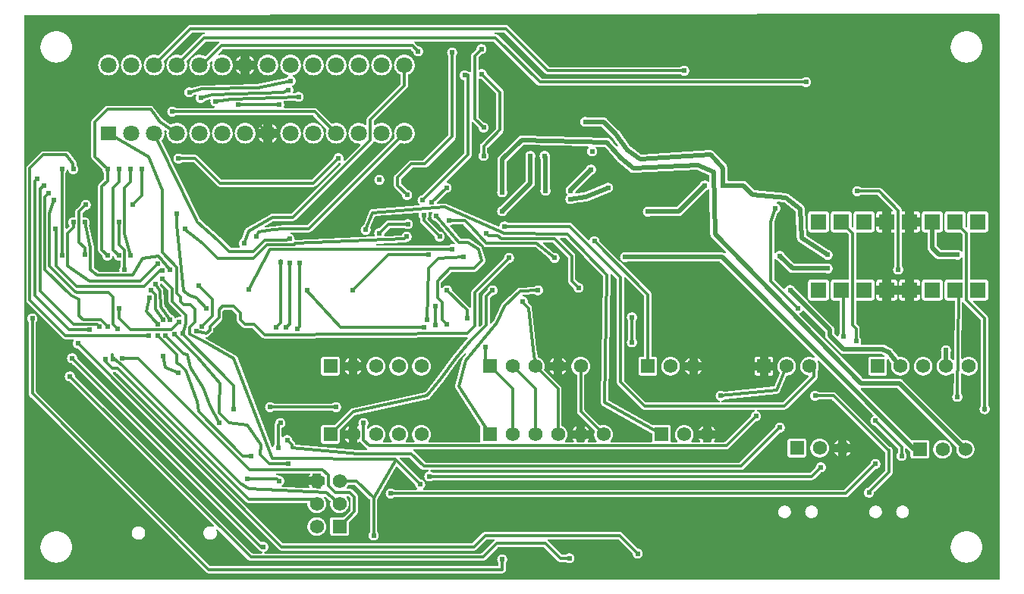
<source format=gbl>
G04 Layer: BottomLayer*
G04 EasyEDA v6.3.53, 2020-07-07T17:09:39+02:00*
G04 a5cadded52d348ca89a3f83f906f7d41,10*
G04 Gerber Generator version 0.2*
G04 Scale: 100 percent, Rotated: No, Reflected: No *
G04 Dimensions in millimeters *
G04 leading zeros omitted , absolute positions ,3 integer and 3 decimal *
%FSLAX33Y33*%
%MOMM*%
G90*
G71D02*

%ADD11C,0.524993*%
%ADD12C,0.299999*%
%ADD14C,0.610006*%
%ADD41C,1.799996*%
%ADD42R,1.799996X1.524000*%
%ADD43C,1.574800*%
%ADD44R,1.574800X1.574800*%
%ADD45R,1.799996X1.799996*%
%ADD46C,1.524000*%

%LPD*%
G36*
G01X109003Y63496D02*
G01X108988Y63497D01*
G01X358Y63370D01*
G01X343Y63369D01*
G01X329Y63366D01*
G01X315Y63361D01*
G01X303Y63354D01*
G01X291Y63346D01*
G01X281Y63335D01*
G01X272Y63324D01*
G01X265Y63311D01*
G01X260Y63297D01*
G01X257Y63283D01*
G01X256Y63269D01*
G01X256Y358D01*
G01X257Y343D01*
G01X260Y329D01*
G01X265Y315D01*
G01X272Y303D01*
G01X281Y291D01*
G01X291Y281D01*
G01X303Y272D01*
G01X315Y265D01*
G01X329Y260D01*
G01X343Y257D01*
G01X358Y256D01*
G01X108988Y256D01*
G01X109003Y257D01*
G01X109017Y260D01*
G01X109031Y265D01*
G01X109043Y272D01*
G01X109055Y281D01*
G01X109065Y291D01*
G01X109074Y303D01*
G01X109081Y315D01*
G01X109086Y329D01*
G01X109089Y343D01*
G01X109090Y358D01*
G01X109090Y63395D01*
G01X109089Y63409D01*
G01X109086Y63424D01*
G01X109081Y63437D01*
G01X109074Y63450D01*
G01X109065Y63461D01*
G01X109055Y63472D01*
G01X109043Y63480D01*
G01X109031Y63487D01*
G01X109017Y63492D01*
G01X109003Y63496D01*
G37*

%LPC*%
G36*
G01X51312Y60123D02*
G01X51278Y60124D01*
G01X51244Y60123D01*
G01X51209Y60120D01*
G01X51175Y60114D01*
G01X51141Y60107D01*
G01X51107Y60097D01*
G01X51075Y60086D01*
G01X51043Y60072D01*
G01X51012Y60057D01*
G01X50982Y60039D01*
G01X50953Y60020D01*
G01X50925Y59999D01*
G01X50899Y59976D01*
G01X50874Y59952D01*
G01X50851Y59926D01*
G01X50829Y59899D01*
G01X50809Y59871D01*
G01X50791Y59841D01*
G01X50774Y59810D01*
G01X50760Y59779D01*
G01X50748Y59746D01*
G01X50737Y59713D01*
G01X50729Y59679D01*
G01X50723Y59645D01*
G01X50719Y59611D01*
G01X50716Y59593D01*
G01X50710Y59576D01*
G01X50701Y59561D01*
G01X50690Y59547D01*
G01X50258Y59116D01*
G01X50238Y59095D01*
G01X50220Y59072D01*
G01X50203Y59048D01*
G01X50189Y59023D01*
G01X50176Y58997D01*
G01X50165Y58971D01*
G01X50155Y58943D01*
G01X50148Y58915D01*
G01X50143Y58886D01*
G01X50140Y58857D01*
G01X50139Y58828D01*
G01X50139Y57082D01*
G01X50138Y57067D01*
G01X50135Y57053D01*
G01X50130Y57039D01*
G01X50123Y57027D01*
G01X50114Y57015D01*
G01X50104Y57005D01*
G01X50092Y56996D01*
G01X50080Y56989D01*
G01X50066Y56984D01*
G01X50052Y56981D01*
G01X50037Y56980D01*
G01X50020Y56982D01*
G01X50003Y56986D01*
G01X49961Y57007D01*
G01X49934Y57019D01*
G01X49907Y57029D01*
G01X49879Y57037D01*
G01X49851Y57042D01*
G01X49822Y57046D01*
G01X49806Y57049D01*
G01X49792Y57054D01*
G01X49778Y57061D01*
G01X49766Y57070D01*
G01X49737Y57092D01*
G01X49708Y57113D01*
G01X49677Y57131D01*
G01X49645Y57148D01*
G01X49613Y57162D01*
G01X49579Y57175D01*
G01X49545Y57185D01*
G01X49510Y57193D01*
G01X49474Y57198D01*
G01X49438Y57202D01*
G01X49403Y57203D01*
G01X49369Y57202D01*
G01X49335Y57199D01*
G01X49301Y57194D01*
G01X49268Y57187D01*
G01X49235Y57178D01*
G01X49203Y57167D01*
G01X49172Y57154D01*
G01X49142Y57139D01*
G01X49112Y57122D01*
G01X49084Y57104D01*
G01X49056Y57084D01*
G01X49030Y57062D01*
G01X49005Y57039D01*
G01X48982Y57014D01*
G01X48960Y56988D01*
G01X48940Y56960D01*
G01X48922Y56932D01*
G01X48905Y56902D01*
G01X48890Y56872D01*
G01X48877Y56841D01*
G01X48866Y56809D01*
G01X48857Y56776D01*
G01X48850Y56743D01*
G01X48845Y56709D01*
G01X48842Y56675D01*
G01X48841Y56642D01*
G01X48842Y56606D01*
G01X48845Y56571D01*
G01X48851Y56537D01*
G01X48858Y56502D01*
G01X48868Y56469D01*
G01X48880Y56435D01*
G01X48894Y56403D01*
G01X48910Y56372D01*
G01X48928Y56341D01*
G01X48948Y56312D01*
G01X48969Y56285D01*
G01X48992Y56258D01*
G01X49017Y56233D01*
G01X49043Y56210D01*
G01X49071Y56188D01*
G01X49100Y56168D01*
G01X49130Y56150D01*
G01X49162Y56134D01*
G01X49194Y56120D01*
G01X49227Y56108D01*
G01X49261Y56098D01*
G01X49295Y56090D01*
G01X49310Y56086D01*
G01X49324Y56080D01*
G01X49337Y56071D01*
G01X49349Y56061D01*
G01X49359Y56049D01*
G01X49366Y56036D01*
G01X49372Y56021D01*
G01X49376Y56006D01*
G01X49377Y55991D01*
G01X49377Y47962D01*
G01X49376Y47946D01*
G01X49372Y47931D01*
G01X49366Y47916D01*
G01X49358Y47902D01*
G01X49347Y47890D01*
G01X44717Y43260D01*
G01X44704Y43249D01*
G01X44688Y43240D01*
G01X44672Y43234D01*
G01X44654Y43231D01*
G01X44620Y43227D01*
G01X44586Y43221D01*
G01X44552Y43212D01*
G01X44519Y43202D01*
G01X44487Y43189D01*
G01X44455Y43175D01*
G01X44424Y43159D01*
G01X44395Y43141D01*
G01X44366Y43121D01*
G01X44339Y43099D01*
G01X44314Y43076D01*
G01X44289Y43051D01*
G01X44267Y43025D01*
G01X44246Y42997D01*
G01X44227Y42968D01*
G01X44209Y42938D01*
G01X44194Y42907D01*
G01X44180Y42875D01*
G01X44169Y42842D01*
G01X44159Y42809D01*
G01X44152Y42775D01*
G01X44146Y42741D01*
G01X44143Y42706D01*
G01X44142Y42672D01*
G01X44143Y42637D01*
G01X44146Y42602D01*
G01X44152Y42567D01*
G01X44159Y42533D01*
G01X44169Y42499D01*
G01X44181Y42467D01*
G01X44194Y42434D01*
G01X44210Y42403D01*
G01X44228Y42373D01*
G01X44247Y42344D01*
G01X44269Y42316D01*
G01X44292Y42290D01*
G01X44316Y42265D01*
G01X44327Y42253D01*
G01X44336Y42239D01*
G01X44342Y42224D01*
G01X44346Y42208D01*
G01X44348Y42191D01*
G01X44347Y42176D01*
G01X44343Y42162D01*
G01X44338Y42147D01*
G01X44330Y42134D01*
G01X44321Y42122D01*
G01X44310Y42112D01*
G01X44297Y42104D01*
G01X44283Y42097D01*
G01X44269Y42092D01*
G01X44254Y42090D01*
G01X39083Y41680D01*
G01X39053Y41676D01*
G01X39024Y41671D01*
G01X38995Y41663D01*
G01X38966Y41653D01*
G01X38939Y41641D01*
G01X38912Y41627D01*
G01X38887Y41611D01*
G01X38862Y41593D01*
G01X38840Y41573D01*
G01X38818Y41552D01*
G01X38799Y41529D01*
G01X38781Y41505D01*
G01X38764Y41480D01*
G01X38750Y41453D01*
G01X38738Y41425D01*
G01X38134Y39916D01*
G01X38126Y39900D01*
G01X38116Y39886D01*
G01X38103Y39874D01*
G01X38088Y39864D01*
G01X38057Y39846D01*
G01X38028Y39827D01*
G01X37999Y39805D01*
G01X37972Y39782D01*
G01X37947Y39757D01*
G01X37923Y39730D01*
G01X37901Y39702D01*
G01X37881Y39673D01*
G01X37863Y39642D01*
G01X37846Y39611D01*
G01X37832Y39578D01*
G01X37820Y39545D01*
G01X37810Y39510D01*
G01X37802Y39476D01*
G01X37796Y39441D01*
G01X37793Y39405D01*
G01X37792Y39370D01*
G01X37793Y39336D01*
G01X37796Y39302D01*
G01X37801Y39268D01*
G01X37808Y39235D01*
G01X37817Y39202D01*
G01X37828Y39170D01*
G01X37841Y39139D01*
G01X37856Y39109D01*
G01X37873Y39079D01*
G01X37891Y39051D01*
G01X37911Y39023D01*
G01X37933Y38997D01*
G01X37956Y38972D01*
G01X37981Y38949D01*
G01X38007Y38927D01*
G01X38035Y38907D01*
G01X38063Y38889D01*
G01X38093Y38872D01*
G01X38123Y38857D01*
G01X38154Y38844D01*
G01X38186Y38833D01*
G01X38219Y38824D01*
G01X38252Y38817D01*
G01X38286Y38812D01*
G01X38320Y38809D01*
G01X38354Y38808D01*
G01X38387Y38809D01*
G01X38421Y38812D01*
G01X38455Y38817D01*
G01X38488Y38824D01*
G01X38521Y38833D01*
G01X38553Y38844D01*
G01X38584Y38857D01*
G01X38614Y38872D01*
G01X38644Y38889D01*
G01X38672Y38907D01*
G01X38700Y38927D01*
G01X38726Y38949D01*
G01X38751Y38972D01*
G01X38774Y38997D01*
G01X38796Y39023D01*
G01X38816Y39051D01*
G01X38834Y39079D01*
G01X38851Y39109D01*
G01X38866Y39139D01*
G01X38879Y39170D01*
G01X38890Y39202D01*
G01X38899Y39235D01*
G01X38906Y39268D01*
G01X38911Y39302D01*
G01X38914Y39336D01*
G01X38915Y39370D01*
G01X38914Y39405D01*
G01X38911Y39441D01*
G01X38905Y39476D01*
G01X38897Y39511D01*
G01X38887Y39545D01*
G01X38883Y39560D01*
G01X38882Y39576D01*
G01X38884Y39596D01*
G01X38889Y39614D01*
G01X39376Y40831D01*
G01X39383Y40845D01*
G01X39392Y40858D01*
G01X39404Y40870D01*
G01X39417Y40879D01*
G01X39431Y40887D01*
G01X39446Y40892D01*
G01X39462Y40894D01*
G01X44176Y41268D01*
G01X44184Y41269D01*
G01X44198Y41268D01*
G01X44212Y41264D01*
G01X44226Y41259D01*
G01X44239Y41252D01*
G01X44250Y41244D01*
G01X44261Y41234D01*
G01X44269Y41222D01*
G01X44276Y41209D01*
G01X44281Y41196D01*
G01X44284Y41181D01*
G01X44285Y41167D01*
G01X44283Y41145D01*
G01X44275Y41104D01*
G01X44271Y41062D01*
G01X44269Y41021D01*
G01X44270Y40985D01*
G01X44273Y40949D01*
G01X44279Y40914D01*
G01X44287Y40880D01*
G01X44297Y40845D01*
G01X44309Y40812D01*
G01X44323Y40779D01*
G01X44340Y40748D01*
G01X44358Y40717D01*
G01X44378Y40688D01*
G01X44400Y40660D01*
G01X44410Y40645D01*
G01X44418Y40629D01*
G01X44422Y40612D01*
G01X44424Y40594D01*
G01X44424Y40386D01*
G01X44425Y40356D01*
G01X44428Y40328D01*
G01X44433Y40299D01*
G01X44440Y40271D01*
G01X44450Y40243D01*
G01X44461Y40217D01*
G01X44474Y40191D01*
G01X44488Y40166D01*
G01X44505Y40142D01*
G01X44523Y40119D01*
G01X44543Y40098D01*
G01X46020Y38621D01*
G01X46031Y38608D01*
G01X46040Y38592D01*
G01X46046Y38576D01*
G01X46049Y38558D01*
G01X46053Y38524D01*
G01X46059Y38490D01*
G01X46068Y38456D01*
G01X46078Y38423D01*
G01X46091Y38391D01*
G01X46105Y38359D01*
G01X46121Y38328D01*
G01X46139Y38299D01*
G01X46159Y38270D01*
G01X46181Y38243D01*
G01X46204Y38218D01*
G01X46229Y38193D01*
G01X46255Y38171D01*
G01X46283Y38150D01*
G01X46312Y38131D01*
G01X46342Y38113D01*
G01X46373Y38098D01*
G01X46405Y38084D01*
G01X46438Y38073D01*
G01X46471Y38063D01*
G01X46505Y38056D01*
G01X46539Y38050D01*
G01X46574Y38047D01*
G01X46609Y38046D01*
G01X46642Y38047D01*
G01X46676Y38050D01*
G01X46710Y38055D01*
G01X46743Y38062D01*
G01X46776Y38071D01*
G01X46808Y38082D01*
G01X46839Y38095D01*
G01X46869Y38110D01*
G01X46899Y38127D01*
G01X46927Y38145D01*
G01X46955Y38165D01*
G01X46981Y38187D01*
G01X47006Y38210D01*
G01X47029Y38235D01*
G01X47051Y38261D01*
G01X47071Y38289D01*
G01X47089Y38317D01*
G01X47106Y38347D01*
G01X47121Y38377D01*
G01X47134Y38408D01*
G01X47145Y38440D01*
G01X47154Y38473D01*
G01X47161Y38506D01*
G01X47166Y38540D01*
G01X47169Y38574D01*
G01X47170Y38608D01*
G01X47169Y38642D01*
G01X47166Y38677D01*
G01X47160Y38711D01*
G01X47153Y38745D01*
G01X47143Y38778D01*
G01X47132Y38811D01*
G01X47118Y38843D01*
G01X47103Y38874D01*
G01X47085Y38904D01*
G01X47066Y38933D01*
G01X47045Y38961D01*
G01X47023Y38987D01*
G01X46998Y39012D01*
G01X46973Y39035D01*
G01X46946Y39057D01*
G01X46917Y39077D01*
G01X46888Y39095D01*
G01X46857Y39111D01*
G01X46825Y39125D01*
G01X46793Y39138D01*
G01X46760Y39148D01*
G01X46726Y39157D01*
G01X46692Y39163D01*
G01X46658Y39167D01*
G01X46640Y39170D01*
G01X46624Y39176D01*
G01X46608Y39185D01*
G01X46595Y39196D01*
G01X45268Y40523D01*
G01X45257Y40536D01*
G01X45249Y40549D01*
G01X45243Y40564D01*
G01X45239Y40579D01*
G01X45238Y40595D01*
G01X45239Y40613D01*
G01X45244Y40630D01*
G01X45251Y40646D01*
G01X45261Y40660D01*
G01X45283Y40688D01*
G01X45303Y40718D01*
G01X45322Y40748D01*
G01X45338Y40780D01*
G01X45352Y40812D01*
G01X45364Y40846D01*
G01X45374Y40880D01*
G01X45382Y40915D01*
G01X45388Y40950D01*
G01X45391Y40985D01*
G01X45392Y41021D01*
G01X45391Y41056D01*
G01X45388Y41092D01*
G01X45382Y41127D01*
G01X45374Y41162D01*
G01X45364Y41196D01*
G01X45352Y41229D01*
G01X45346Y41248D01*
G01X45344Y41267D01*
G01X45346Y41282D01*
G01X45349Y41297D01*
G01X45354Y41311D01*
G01X45362Y41324D01*
G01X45371Y41336D01*
G01X45382Y41346D01*
G01X45395Y41355D01*
G01X45409Y41362D01*
G01X45423Y41366D01*
G01X45438Y41368D01*
G01X45686Y41388D01*
G01X45694Y41388D01*
G01X45708Y41387D01*
G01X45722Y41384D01*
G01X45736Y41379D01*
G01X45749Y41372D01*
G01X45760Y41364D01*
G01X45770Y41353D01*
G01X45779Y41342D01*
G01X45786Y41329D01*
G01X45791Y41315D01*
G01X45794Y41301D01*
G01X45795Y41287D01*
G01X45794Y41271D01*
G01X45790Y41255D01*
G01X45784Y41240D01*
G01X45775Y41227D01*
G01X45755Y41197D01*
G01X45737Y41167D01*
G01X45721Y41135D01*
G01X45706Y41102D01*
G01X45694Y41069D01*
G01X45684Y41035D01*
G01X45676Y41000D01*
G01X45670Y40965D01*
G01X45667Y40929D01*
G01X45666Y40894D01*
G01X45667Y40859D01*
G01X45670Y40825D01*
G01X45675Y40791D01*
G01X45683Y40757D01*
G01X45692Y40724D01*
G01X45704Y40691D01*
G01X45717Y40659D01*
G01X45732Y40628D01*
G01X45750Y40599D01*
G01X45769Y40570D01*
G01X45789Y40542D01*
G01X45812Y40516D01*
G01X45836Y40491D01*
G01X45861Y40468D01*
G01X45888Y40446D01*
G01X45916Y40426D01*
G01X45946Y40408D01*
G01X45976Y40391D01*
G01X46007Y40377D01*
G01X46039Y40364D01*
G01X46072Y40354D01*
G01X46106Y40345D01*
G01X46140Y40339D01*
G01X46157Y40335D01*
G01X46173Y40327D01*
G01X46188Y40318D01*
G01X46200Y40305D01*
G01X48284Y37909D01*
G01X48293Y37897D01*
G01X48300Y37884D01*
G01X48305Y37871D01*
G01X48308Y37857D01*
G01X48309Y37842D01*
G01X48308Y37828D01*
G01X48305Y37814D01*
G01X48300Y37800D01*
G01X48293Y37787D01*
G01X48284Y37776D01*
G01X48274Y37765D01*
G01X48262Y37757D01*
G01X48250Y37750D01*
G01X48236Y37745D01*
G01X48222Y37742D01*
G01X48207Y37741D01*
G01X48192Y37742D01*
G01X48177Y37745D01*
G01X48143Y37755D01*
G01X48109Y37762D01*
G01X48075Y37768D01*
G01X48040Y37771D01*
G01X48006Y37772D01*
G01X47970Y37771D01*
G01X47934Y37768D01*
G01X47899Y37762D01*
G01X47865Y37754D01*
G01X47830Y37744D01*
G01X47797Y37732D01*
G01X47764Y37718D01*
G01X47733Y37701D01*
G01X47702Y37683D01*
G01X47673Y37663D01*
G01X47645Y37641D01*
G01X47630Y37631D01*
G01X47614Y37623D01*
G01X47597Y37619D01*
G01X47579Y37617D01*
G01X39641Y37617D01*
G01X39626Y37618D01*
G01X39612Y37621D01*
G01X39599Y37626D01*
G01X39586Y37633D01*
G01X39574Y37642D01*
G01X39564Y37652D01*
G01X39555Y37664D01*
G01X39548Y37676D01*
G01X39543Y37690D01*
G01X39540Y37704D01*
G01X39539Y37719D01*
G01X39540Y37734D01*
G01X39544Y37749D01*
G01X39550Y37764D01*
G01X39558Y37777D01*
G01X39567Y37789D01*
G01X39579Y37799D01*
G01X39592Y37808D01*
G01X39606Y37814D01*
G01X39621Y37818D01*
G01X39637Y37820D01*
G01X42688Y37947D01*
G01X42719Y37950D01*
G01X42749Y37954D01*
G01X42779Y37961D01*
G01X42808Y37970D01*
G01X42836Y37982D01*
G01X42863Y37995D01*
G01X42890Y38010D01*
G01X42915Y38028D01*
G01X42927Y38035D01*
G01X42940Y38041D01*
G01X42954Y38045D01*
G01X42968Y38048D01*
G01X43003Y38051D01*
G01X43037Y38057D01*
G01X43071Y38065D01*
G01X43105Y38075D01*
G01X43137Y38087D01*
G01X43169Y38102D01*
G01X43200Y38118D01*
G01X43230Y38136D01*
G01X43259Y38156D01*
G01X43287Y38177D01*
G01X43313Y38201D01*
G01X43337Y38226D01*
G01X43360Y38252D01*
G01X43382Y38280D01*
G01X43401Y38309D01*
G01X43419Y38339D01*
G01X43434Y38370D01*
G01X43448Y38402D01*
G01X43460Y38435D01*
G01X43470Y38469D01*
G01X43477Y38503D01*
G01X43483Y38538D01*
G01X43486Y38573D01*
G01X43487Y38608D01*
G01X43486Y38641D01*
G01X43483Y38675D01*
G01X43478Y38709D01*
G01X43471Y38742D01*
G01X43462Y38775D01*
G01X43451Y38807D01*
G01X43438Y38838D01*
G01X43423Y38868D01*
G01X43406Y38898D01*
G01X43388Y38926D01*
G01X43368Y38954D01*
G01X43346Y38980D01*
G01X43323Y39005D01*
G01X43298Y39028D01*
G01X43272Y39050D01*
G01X43244Y39070D01*
G01X43216Y39088D01*
G01X43186Y39105D01*
G01X43156Y39120D01*
G01X43125Y39133D01*
G01X43093Y39144D01*
G01X43060Y39153D01*
G01X43027Y39160D01*
G01X42993Y39165D01*
G01X42959Y39168D01*
G01X42926Y39169D01*
G01X42890Y39168D01*
G01X42855Y39165D01*
G01X42820Y39159D01*
G01X42785Y39151D01*
G01X42751Y39141D01*
G01X42718Y39129D01*
G01X42685Y39115D01*
G01X42653Y39099D01*
G01X42623Y39081D01*
G01X42594Y39060D01*
G01X42566Y39039D01*
G01X42539Y39015D01*
G01X42514Y38990D01*
G01X42491Y38963D01*
G01X42469Y38935D01*
G01X42449Y38905D01*
G01X42432Y38875D01*
G01X42416Y38843D01*
G01X42402Y38810D01*
G01X42396Y38797D01*
G01X42387Y38785D01*
G01X42378Y38774D01*
G01X42366Y38764D01*
G01X42354Y38757D01*
G01X42340Y38751D01*
G01X42326Y38747D01*
G01X42311Y38745D01*
G01X40508Y38670D01*
G01X40504Y38670D01*
G01X40490Y38671D01*
G01X40476Y38674D01*
G01X40462Y38679D01*
G01X40449Y38686D01*
G01X40438Y38695D01*
G01X40427Y38705D01*
G01X40419Y38717D01*
G01X40412Y38730D01*
G01X40407Y38743D01*
G01X40404Y38757D01*
G01X40403Y38772D01*
G01X40404Y38789D01*
G01X40408Y38805D01*
G01X40418Y38838D01*
G01X40427Y38871D01*
G01X40433Y38905D01*
G01X40437Y38939D01*
G01X40440Y38957D01*
G01X40446Y38973D01*
G01X40455Y38989D01*
G01X40466Y39002D01*
G01X41032Y39568D01*
G01X41044Y39579D01*
G01X41058Y39587D01*
G01X41073Y39593D01*
G01X41088Y39597D01*
G01X41104Y39598D01*
G01X42626Y39598D01*
G01X42644Y39596D01*
G01X42661Y39592D01*
G01X42677Y39584D01*
G01X42692Y39574D01*
G01X42720Y39552D01*
G01X42749Y39532D01*
G01X42780Y39514D01*
G01X42811Y39497D01*
G01X42844Y39483D01*
G01X42877Y39471D01*
G01X42912Y39461D01*
G01X42946Y39453D01*
G01X42981Y39447D01*
G01X43017Y39444D01*
G01X43053Y39443D01*
G01X43086Y39444D01*
G01X43120Y39447D01*
G01X43154Y39452D01*
G01X43187Y39459D01*
G01X43220Y39468D01*
G01X43252Y39479D01*
G01X43283Y39492D01*
G01X43313Y39507D01*
G01X43343Y39524D01*
G01X43371Y39542D01*
G01X43399Y39562D01*
G01X43425Y39584D01*
G01X43450Y39607D01*
G01X43473Y39632D01*
G01X43495Y39658D01*
G01X43515Y39686D01*
G01X43533Y39714D01*
G01X43550Y39744D01*
G01X43565Y39774D01*
G01X43578Y39805D01*
G01X43589Y39837D01*
G01X43598Y39870D01*
G01X43605Y39903D01*
G01X43610Y39937D01*
G01X43613Y39971D01*
G01X43614Y40005D01*
G01X43613Y40038D01*
G01X43610Y40072D01*
G01X43605Y40106D01*
G01X43598Y40139D01*
G01X43589Y40172D01*
G01X43578Y40204D01*
G01X43565Y40235D01*
G01X43550Y40265D01*
G01X43533Y40295D01*
G01X43515Y40323D01*
G01X43495Y40351D01*
G01X43473Y40377D01*
G01X43450Y40402D01*
G01X43425Y40425D01*
G01X43399Y40447D01*
G01X43371Y40467D01*
G01X43343Y40485D01*
G01X43313Y40502D01*
G01X43283Y40517D01*
G01X43252Y40530D01*
G01X43220Y40541D01*
G01X43187Y40550D01*
G01X43154Y40557D01*
G01X43120Y40562D01*
G01X43086Y40565D01*
G01X43053Y40566D01*
G01X43017Y40565D01*
G01X42981Y40562D01*
G01X42946Y40556D01*
G01X42912Y40548D01*
G01X42877Y40538D01*
G01X42844Y40526D01*
G01X42811Y40512D01*
G01X42780Y40495D01*
G01X42749Y40477D01*
G01X42720Y40457D01*
G01X42692Y40435D01*
G01X42677Y40425D01*
G01X42661Y40417D01*
G01X42644Y40413D01*
G01X42626Y40411D01*
G01X40894Y40411D01*
G01X40864Y40410D01*
G01X40836Y40407D01*
G01X40807Y40402D01*
G01X40779Y40395D01*
G01X40751Y40385D01*
G01X40725Y40374D01*
G01X40699Y40361D01*
G01X40674Y40347D01*
G01X40650Y40330D01*
G01X40627Y40312D01*
G01X40606Y40292D01*
G01X39891Y39577D01*
G01X39878Y39566D01*
G01X39862Y39557D01*
G01X39846Y39551D01*
G01X39828Y39548D01*
G01X39794Y39544D01*
G01X39760Y39538D01*
G01X39726Y39529D01*
G01X39693Y39519D01*
G01X39661Y39506D01*
G01X39629Y39492D01*
G01X39598Y39476D01*
G01X39569Y39458D01*
G01X39540Y39438D01*
G01X39513Y39416D01*
G01X39488Y39393D01*
G01X39463Y39368D01*
G01X39441Y39342D01*
G01X39420Y39314D01*
G01X39401Y39285D01*
G01X39383Y39255D01*
G01X39368Y39224D01*
G01X39354Y39192D01*
G01X39343Y39159D01*
G01X39333Y39126D01*
G01X39326Y39092D01*
G01X39320Y39058D01*
G01X39317Y39023D01*
G01X39316Y38989D01*
G01X39317Y38950D01*
G01X39321Y38911D01*
G01X39328Y38872D01*
G01X39337Y38835D01*
G01X39349Y38798D01*
G01X39364Y38761D01*
G01X39370Y38741D01*
G01X39373Y38720D01*
G01X39371Y38705D01*
G01X39368Y38690D01*
G01X39362Y38675D01*
G01X39354Y38662D01*
G01X39344Y38650D01*
G01X39333Y38640D01*
G01X39320Y38631D01*
G01X39306Y38625D01*
G01X39291Y38621D01*
G01X39275Y38619D01*
G01X30512Y38254D01*
G01X30508Y38254D01*
G01X30493Y38255D01*
G01X30479Y38258D01*
G01X30466Y38263D01*
G01X30453Y38270D01*
G01X30441Y38278D01*
G01X30431Y38289D01*
G01X30422Y38300D01*
G01X30415Y38313D01*
G01X30410Y38326D01*
G01X30407Y38341D01*
G01X30406Y38355D01*
G01X30405Y38389D01*
G01X30402Y38423D01*
G01X30396Y38457D01*
G01X30389Y38490D01*
G01X30380Y38523D01*
G01X30369Y38555D01*
G01X30355Y38586D01*
G01X30340Y38617D01*
G01X30323Y38647D01*
G01X30305Y38675D01*
G01X30284Y38702D01*
G01X30262Y38729D01*
G01X30239Y38753D01*
G01X30214Y38776D01*
G01X30188Y38798D01*
G01X30160Y38818D01*
G01X30131Y38836D01*
G01X30101Y38853D01*
G01X30071Y38867D01*
G01X30039Y38880D01*
G01X30007Y38891D01*
G01X29993Y38896D01*
G01X29981Y38903D01*
G01X29969Y38912D01*
G01X29959Y38922D01*
G01X29950Y38934D01*
G01X29944Y38946D01*
G01X29939Y38960D01*
G01X29936Y38974D01*
G01X29934Y38988D01*
G01X29936Y39003D01*
G01X29939Y39017D01*
G01X29944Y39031D01*
G01X29951Y39043D01*
G01X29959Y39055D01*
G01X29970Y39065D01*
G01X29981Y39074D01*
G01X29994Y39081D01*
G01X30007Y39086D01*
G01X30022Y39089D01*
G01X30036Y39090D01*
G01X32004Y39090D01*
G01X32033Y39091D01*
G01X32061Y39094D01*
G01X32090Y39099D01*
G01X32118Y39106D01*
G01X32146Y39116D01*
G01X32172Y39127D01*
G01X32198Y39140D01*
G01X32223Y39154D01*
G01X32247Y39171D01*
G01X32270Y39189D01*
G01X32291Y39209D01*
G01X42145Y49063D01*
G01X42157Y49074D01*
G01X42171Y49082D01*
G01X42186Y49088D01*
G01X42201Y49092D01*
G01X42217Y49093D01*
G01X42236Y49091D01*
G01X42254Y49086D01*
G01X42304Y49068D01*
G01X42355Y49052D01*
G01X42407Y49039D01*
G01X42459Y49028D01*
G01X42512Y49019D01*
G01X42565Y49013D01*
G01X42618Y49009D01*
G01X42672Y49008D01*
G01X42721Y49009D01*
G01X42770Y49012D01*
G01X42818Y49017D01*
G01X42867Y49025D01*
G01X42915Y49034D01*
G01X42963Y49045D01*
G01X43010Y49059D01*
G01X43057Y49074D01*
G01X43103Y49091D01*
G01X43148Y49111D01*
G01X43192Y49132D01*
G01X43236Y49155D01*
G01X43278Y49180D01*
G01X43319Y49206D01*
G01X43359Y49235D01*
G01X43398Y49265D01*
G01X43436Y49296D01*
G01X43472Y49330D01*
G01X43506Y49364D01*
G01X43540Y49400D01*
G01X43571Y49438D01*
G01X43601Y49477D01*
G01X43630Y49517D01*
G01X43656Y49558D01*
G01X43681Y49600D01*
G01X43704Y49644D01*
G01X43725Y49688D01*
G01X43745Y49733D01*
G01X43762Y49779D01*
G01X43777Y49826D01*
G01X43791Y49873D01*
G01X43802Y49921D01*
G01X43811Y49969D01*
G01X43819Y50018D01*
G01X43824Y50066D01*
G01X43827Y50115D01*
G01X43828Y50165D01*
G01X43827Y50214D01*
G01X43824Y50263D01*
G01X43819Y50311D01*
G01X43811Y50360D01*
G01X43802Y50408D01*
G01X43791Y50456D01*
G01X43777Y50503D01*
G01X43762Y50550D01*
G01X43745Y50596D01*
G01X43725Y50641D01*
G01X43704Y50685D01*
G01X43681Y50729D01*
G01X43656Y50771D01*
G01X43630Y50812D01*
G01X43601Y50852D01*
G01X43571Y50891D01*
G01X43540Y50929D01*
G01X43506Y50965D01*
G01X43472Y50999D01*
G01X43436Y51033D01*
G01X43398Y51064D01*
G01X43359Y51094D01*
G01X43319Y51123D01*
G01X43278Y51149D01*
G01X43236Y51174D01*
G01X43192Y51197D01*
G01X43148Y51218D01*
G01X43103Y51238D01*
G01X43057Y51255D01*
G01X43010Y51270D01*
G01X42963Y51284D01*
G01X42915Y51295D01*
G01X42867Y51304D01*
G01X42818Y51312D01*
G01X42770Y51317D01*
G01X42721Y51320D01*
G01X42672Y51321D01*
G01X42622Y51320D01*
G01X42573Y51317D01*
G01X42525Y51312D01*
G01X42476Y51304D01*
G01X42428Y51295D01*
G01X42380Y51284D01*
G01X42333Y51270D01*
G01X42286Y51255D01*
G01X42240Y51238D01*
G01X42195Y51218D01*
G01X42151Y51197D01*
G01X42107Y51174D01*
G01X42065Y51149D01*
G01X42024Y51123D01*
G01X41984Y51094D01*
G01X41945Y51064D01*
G01X41907Y51033D01*
G01X41871Y50999D01*
G01X41837Y50965D01*
G01X41803Y50929D01*
G01X41772Y50891D01*
G01X41742Y50852D01*
G01X41713Y50812D01*
G01X41687Y50771D01*
G01X41662Y50729D01*
G01X41639Y50685D01*
G01X41618Y50641D01*
G01X41598Y50596D01*
G01X41581Y50550D01*
G01X41566Y50503D01*
G01X41552Y50456D01*
G01X41541Y50408D01*
G01X41532Y50360D01*
G01X41524Y50311D01*
G01X41519Y50263D01*
G01X41516Y50214D01*
G01X41515Y50165D01*
G01X41516Y50111D01*
G01X41520Y50058D01*
G01X41526Y50005D01*
G01X41535Y49952D01*
G01X41546Y49900D01*
G01X41559Y49848D01*
G01X41575Y49797D01*
G01X41593Y49747D01*
G01X41598Y49729D01*
G01X41600Y49710D01*
G01X41599Y49694D01*
G01X41595Y49679D01*
G01X41589Y49664D01*
G01X41581Y49650D01*
G01X41570Y49638D01*
G01X31865Y39933D01*
G01X31853Y39922D01*
G01X31839Y39914D01*
G01X31824Y39908D01*
G01X31809Y39904D01*
G01X31793Y39903D01*
G01X29210Y39903D01*
G01X29166Y39901D01*
G01X27976Y39774D01*
G01X27956Y39771D01*
G01X27194Y39650D01*
G01X27178Y39649D01*
G01X27164Y39650D01*
G01X27150Y39653D01*
G01X27136Y39658D01*
G01X27123Y39665D01*
G01X27112Y39674D01*
G01X27101Y39684D01*
G01X27093Y39696D01*
G01X27086Y39709D01*
G01X27081Y39722D01*
G01X27078Y39736D01*
G01X27077Y39751D01*
G01X27078Y39766D01*
G01X27081Y39781D01*
G01X27087Y39795D01*
G01X27094Y39808D01*
G01X27104Y39820D01*
G01X27115Y39830D01*
G01X27128Y39839D01*
G01X28012Y40346D01*
G01X28028Y40354D01*
G01X28045Y40358D01*
G01X28062Y40360D01*
G01X30226Y40360D01*
G01X30255Y40361D01*
G01X30283Y40364D01*
G01X30312Y40369D01*
G01X30340Y40376D01*
G01X30368Y40386D01*
G01X30394Y40397D01*
G01X30420Y40410D01*
G01X30445Y40424D01*
G01X30469Y40441D01*
G01X30492Y40459D01*
G01X30513Y40479D01*
G01X39149Y49115D01*
G01X39169Y49137D01*
G01X39188Y49161D01*
G01X39205Y49185D01*
G01X39220Y49211D01*
G01X39234Y49239D01*
G01X39240Y49252D01*
G01X39249Y49263D01*
G01X39259Y49274D01*
G01X39271Y49283D01*
G01X39284Y49290D01*
G01X39298Y49295D01*
G01X39312Y49298D01*
G01X39326Y49299D01*
G01X39344Y49298D01*
G01X39361Y49293D01*
G01X39377Y49286D01*
G01X39391Y49276D01*
G01X39431Y49244D01*
G01X39471Y49215D01*
G01X39513Y49187D01*
G01X39556Y49161D01*
G01X39600Y49137D01*
G01X39645Y49115D01*
G01X39691Y49095D01*
G01X39738Y49077D01*
G01X39786Y49061D01*
G01X39834Y49047D01*
G01X39883Y49035D01*
G01X39932Y49025D01*
G01X39981Y49018D01*
G01X40031Y49012D01*
G01X40081Y49009D01*
G01X40132Y49008D01*
G01X40181Y49009D01*
G01X40230Y49012D01*
G01X40278Y49017D01*
G01X40327Y49025D01*
G01X40375Y49034D01*
G01X40423Y49045D01*
G01X40470Y49059D01*
G01X40517Y49074D01*
G01X40563Y49091D01*
G01X40608Y49111D01*
G01X40652Y49132D01*
G01X40696Y49155D01*
G01X40738Y49180D01*
G01X40779Y49206D01*
G01X40819Y49235D01*
G01X40858Y49265D01*
G01X40896Y49296D01*
G01X40932Y49330D01*
G01X40966Y49364D01*
G01X41000Y49400D01*
G01X41031Y49438D01*
G01X41061Y49477D01*
G01X41090Y49517D01*
G01X41116Y49558D01*
G01X41141Y49600D01*
G01X41164Y49644D01*
G01X41185Y49688D01*
G01X41205Y49733D01*
G01X41222Y49779D01*
G01X41237Y49826D01*
G01X41251Y49873D01*
G01X41262Y49921D01*
G01X41271Y49969D01*
G01X41279Y50018D01*
G01X41284Y50066D01*
G01X41287Y50115D01*
G01X41288Y50165D01*
G01X41287Y50214D01*
G01X41284Y50263D01*
G01X41279Y50311D01*
G01X41271Y50360D01*
G01X41262Y50408D01*
G01X41251Y50456D01*
G01X41237Y50503D01*
G01X41222Y50550D01*
G01X41205Y50596D01*
G01X41185Y50641D01*
G01X41164Y50685D01*
G01X41141Y50729D01*
G01X41116Y50771D01*
G01X41090Y50812D01*
G01X41061Y50852D01*
G01X41031Y50891D01*
G01X41000Y50929D01*
G01X40966Y50965D01*
G01X40932Y50999D01*
G01X40896Y51033D01*
G01X40858Y51064D01*
G01X40819Y51094D01*
G01X40779Y51123D01*
G01X40738Y51149D01*
G01X40696Y51174D01*
G01X40652Y51197D01*
G01X40608Y51218D01*
G01X40563Y51238D01*
G01X40517Y51255D01*
G01X40470Y51270D01*
G01X40423Y51284D01*
G01X40375Y51295D01*
G01X40327Y51304D01*
G01X40278Y51312D01*
G01X40230Y51317D01*
G01X40181Y51320D01*
G01X40132Y51321D01*
G01X40081Y51320D01*
G01X40031Y51317D01*
G01X39981Y51311D01*
G01X39932Y51304D01*
G01X39883Y51294D01*
G01X39834Y51282D01*
G01X39786Y51268D01*
G01X39738Y51252D01*
G01X39691Y51234D01*
G01X39646Y51214D01*
G01X39601Y51192D01*
G01X39556Y51168D01*
G01X39514Y51142D01*
G01X39472Y51114D01*
G01X39431Y51085D01*
G01X39417Y51076D01*
G01X39402Y51069D01*
G01X39386Y51065D01*
G01X39370Y51064D01*
G01X39355Y51065D01*
G01X39341Y51068D01*
G01X39327Y51073D01*
G01X39315Y51080D01*
G01X39303Y51089D01*
G01X39293Y51099D01*
G01X39284Y51111D01*
G01X39277Y51124D01*
G01X39272Y51137D01*
G01X39269Y51151D01*
G01X39268Y51166D01*
G01X39268Y51478D01*
G01X39269Y51494D01*
G01X39273Y51509D01*
G01X39279Y51524D01*
G01X39287Y51538D01*
G01X39298Y51550D01*
G01X42959Y55211D01*
G01X42979Y55232D01*
G01X42997Y55255D01*
G01X43014Y55279D01*
G01X43028Y55304D01*
G01X43041Y55330D01*
G01X43052Y55356D01*
G01X43062Y55384D01*
G01X43069Y55412D01*
G01X43074Y55441D01*
G01X43077Y55469D01*
G01X43078Y55499D01*
G01X43078Y56634D01*
G01X43079Y56648D01*
G01X43082Y56662D01*
G01X43087Y56676D01*
G01X43095Y56689D01*
G01X43103Y56701D01*
G01X43114Y56711D01*
G01X43126Y56720D01*
G01X43139Y56726D01*
G01X43183Y56747D01*
G01X43227Y56770D01*
G01X43270Y56795D01*
G01X43312Y56821D01*
G01X43353Y56850D01*
G01X43392Y56880D01*
G01X43430Y56911D01*
G01X43467Y56945D01*
G01X43502Y56979D01*
G01X43568Y57053D01*
G01X43598Y57092D01*
G01X43627Y57133D01*
G01X43654Y57174D01*
G01X43679Y57217D01*
G01X43702Y57260D01*
G01X43724Y57305D01*
G01X43743Y57350D01*
G01X43761Y57396D01*
G01X43777Y57443D01*
G01X43790Y57491D01*
G01X43802Y57539D01*
G01X43811Y57588D01*
G01X43819Y57636D01*
G01X43824Y57686D01*
G01X43827Y57735D01*
G01X43828Y57785D01*
G01X43827Y57834D01*
G01X43824Y57883D01*
G01X43819Y57931D01*
G01X43811Y57980D01*
G01X43802Y58028D01*
G01X43791Y58076D01*
G01X43777Y58123D01*
G01X43762Y58170D01*
G01X43745Y58216D01*
G01X43725Y58261D01*
G01X43704Y58305D01*
G01X43681Y58349D01*
G01X43656Y58391D01*
G01X43630Y58432D01*
G01X43601Y58472D01*
G01X43571Y58511D01*
G01X43540Y58549D01*
G01X43506Y58585D01*
G01X43472Y58619D01*
G01X43436Y58653D01*
G01X43398Y58684D01*
G01X43359Y58714D01*
G01X43319Y58743D01*
G01X43278Y58769D01*
G01X43236Y58794D01*
G01X43192Y58817D01*
G01X43148Y58838D01*
G01X43103Y58858D01*
G01X43057Y58875D01*
G01X43010Y58890D01*
G01X42963Y58904D01*
G01X42915Y58915D01*
G01X42867Y58924D01*
G01X42818Y58932D01*
G01X42770Y58937D01*
G01X42721Y58940D01*
G01X42672Y58941D01*
G01X42622Y58940D01*
G01X42573Y58937D01*
G01X42525Y58932D01*
G01X42476Y58924D01*
G01X42428Y58915D01*
G01X42380Y58904D01*
G01X42333Y58890D01*
G01X42286Y58875D01*
G01X42240Y58858D01*
G01X42195Y58838D01*
G01X42151Y58817D01*
G01X42107Y58794D01*
G01X42065Y58769D01*
G01X42024Y58743D01*
G01X41984Y58714D01*
G01X41945Y58684D01*
G01X41907Y58653D01*
G01X41871Y58619D01*
G01X41837Y58585D01*
G01X41803Y58549D01*
G01X41772Y58511D01*
G01X41742Y58472D01*
G01X41713Y58432D01*
G01X41687Y58391D01*
G01X41662Y58349D01*
G01X41639Y58305D01*
G01X41618Y58261D01*
G01X41598Y58216D01*
G01X41581Y58170D01*
G01X41566Y58123D01*
G01X41552Y58076D01*
G01X41541Y58028D01*
G01X41532Y57980D01*
G01X41524Y57931D01*
G01X41519Y57883D01*
G01X41516Y57834D01*
G01X41515Y57785D01*
G01X41516Y57735D01*
G01X41519Y57686D01*
G01X41524Y57636D01*
G01X41532Y57588D01*
G01X41541Y57539D01*
G01X41553Y57491D01*
G01X41566Y57443D01*
G01X41582Y57396D01*
G01X41600Y57350D01*
G01X41619Y57305D01*
G01X41641Y57260D01*
G01X41664Y57217D01*
G01X41689Y57174D01*
G01X41716Y57133D01*
G01X41745Y57092D01*
G01X41775Y57053D01*
G01X41841Y56979D01*
G01X41876Y56945D01*
G01X41913Y56911D01*
G01X41951Y56880D01*
G01X41990Y56850D01*
G01X42031Y56821D01*
G01X42073Y56795D01*
G01X42116Y56770D01*
G01X42160Y56747D01*
G01X42204Y56726D01*
G01X42217Y56720D01*
G01X42229Y56711D01*
G01X42240Y56701D01*
G01X42248Y56689D01*
G01X42256Y56676D01*
G01X42261Y56662D01*
G01X42264Y56648D01*
G01X42265Y56634D01*
G01X42265Y55709D01*
G01X42264Y55693D01*
G01X42260Y55678D01*
G01X42254Y55663D01*
G01X42246Y55649D01*
G01X42235Y55637D01*
G01X38574Y51976D01*
G01X38554Y51955D01*
G01X38536Y51932D01*
G01X38519Y51908D01*
G01X38505Y51883D01*
G01X38492Y51857D01*
G01X38481Y51831D01*
G01X38471Y51803D01*
G01X38464Y51775D01*
G01X38459Y51746D01*
G01X38456Y51718D01*
G01X38455Y51689D01*
G01X38455Y51166D01*
G01X38454Y51151D01*
G01X38451Y51137D01*
G01X38446Y51124D01*
G01X38439Y51111D01*
G01X38430Y51099D01*
G01X38420Y51089D01*
G01X38408Y51080D01*
G01X38396Y51073D01*
G01X38382Y51068D01*
G01X38368Y51065D01*
G01X38353Y51064D01*
G01X38337Y51065D01*
G01X38321Y51069D01*
G01X38306Y51076D01*
G01X38292Y51085D01*
G01X38251Y51114D01*
G01X38209Y51142D01*
G01X38167Y51168D01*
G01X38122Y51192D01*
G01X38077Y51214D01*
G01X38032Y51234D01*
G01X37985Y51252D01*
G01X37937Y51268D01*
G01X37889Y51282D01*
G01X37840Y51294D01*
G01X37791Y51304D01*
G01X37742Y51311D01*
G01X37692Y51317D01*
G01X37642Y51320D01*
G01X37592Y51321D01*
G01X37542Y51320D01*
G01X37493Y51317D01*
G01X37445Y51312D01*
G01X37396Y51304D01*
G01X37348Y51295D01*
G01X37300Y51284D01*
G01X37253Y51270D01*
G01X37206Y51255D01*
G01X37160Y51238D01*
G01X37115Y51218D01*
G01X37071Y51197D01*
G01X37027Y51174D01*
G01X36985Y51149D01*
G01X36944Y51123D01*
G01X36904Y51094D01*
G01X36865Y51064D01*
G01X36827Y51033D01*
G01X36791Y50999D01*
G01X36757Y50965D01*
G01X36723Y50929D01*
G01X36692Y50891D01*
G01X36662Y50852D01*
G01X36633Y50812D01*
G01X36607Y50771D01*
G01X36582Y50729D01*
G01X36559Y50685D01*
G01X36538Y50641D01*
G01X36518Y50596D01*
G01X36501Y50550D01*
G01X36486Y50503D01*
G01X36472Y50456D01*
G01X36461Y50408D01*
G01X36452Y50360D01*
G01X36444Y50311D01*
G01X36439Y50263D01*
G01X36436Y50214D01*
G01X36435Y50165D01*
G01X36436Y50115D01*
G01X36439Y50066D01*
G01X36444Y50018D01*
G01X36452Y49969D01*
G01X36461Y49921D01*
G01X36472Y49873D01*
G01X36486Y49826D01*
G01X36501Y49779D01*
G01X36518Y49733D01*
G01X36538Y49688D01*
G01X36559Y49644D01*
G01X36582Y49600D01*
G01X36607Y49558D01*
G01X36633Y49517D01*
G01X36662Y49477D01*
G01X36692Y49438D01*
G01X36723Y49400D01*
G01X36757Y49364D01*
G01X36791Y49330D01*
G01X36827Y49296D01*
G01X36865Y49265D01*
G01X36904Y49235D01*
G01X36944Y49206D01*
G01X36985Y49180D01*
G01X37027Y49155D01*
G01X37071Y49132D01*
G01X37115Y49111D01*
G01X37160Y49091D01*
G01X37206Y49074D01*
G01X37253Y49059D01*
G01X37300Y49045D01*
G01X37348Y49034D01*
G01X37396Y49025D01*
G01X37445Y49017D01*
G01X37493Y49012D01*
G01X37542Y49009D01*
G01X37592Y49008D01*
G01X37643Y49009D01*
G01X37648Y49009D01*
G01X37662Y49008D01*
G01X37677Y49005D01*
G01X37690Y49000D01*
G01X37703Y48993D01*
G01X37715Y48984D01*
G01X37725Y48974D01*
G01X37733Y48963D01*
G01X37740Y48950D01*
G01X37746Y48936D01*
G01X37749Y48922D01*
G01X37750Y48908D01*
G01X37748Y48892D01*
G01X37745Y48876D01*
G01X37739Y48862D01*
G01X37730Y48848D01*
G01X37720Y48836D01*
G01X36020Y47136D01*
G01X36008Y47126D01*
G01X35995Y47118D01*
G01X35980Y47111D01*
G01X35964Y47108D01*
G01X35948Y47106D01*
G01X35934Y47107D01*
G01X35920Y47111D01*
G01X35906Y47116D01*
G01X35894Y47123D01*
G01X35882Y47131D01*
G01X35872Y47142D01*
G01X35863Y47153D01*
G01X35856Y47166D01*
G01X35851Y47179D01*
G01X35848Y47194D01*
G01X35847Y47208D01*
G01X35850Y47233D01*
G01X35857Y47267D01*
G01X35863Y47301D01*
G01X35866Y47336D01*
G01X35867Y47371D01*
G01X35866Y47404D01*
G01X35863Y47438D01*
G01X35858Y47472D01*
G01X35851Y47505D01*
G01X35842Y47538D01*
G01X35831Y47570D01*
G01X35818Y47601D01*
G01X35803Y47631D01*
G01X35786Y47661D01*
G01X35768Y47689D01*
G01X35748Y47717D01*
G01X35726Y47743D01*
G01X35703Y47768D01*
G01X35678Y47791D01*
G01X35652Y47813D01*
G01X35624Y47833D01*
G01X35596Y47851D01*
G01X35566Y47868D01*
G01X35536Y47883D01*
G01X35505Y47896D01*
G01X35473Y47907D01*
G01X35440Y47916D01*
G01X35407Y47923D01*
G01X35373Y47928D01*
G01X35339Y47931D01*
G01X35306Y47932D01*
G01X35271Y47931D01*
G01X35236Y47928D01*
G01X35202Y47922D01*
G01X35168Y47915D01*
G01X35135Y47905D01*
G01X35102Y47894D01*
G01X35070Y47880D01*
G01X35039Y47865D01*
G01X35009Y47847D01*
G01X34980Y47828D01*
G01X34952Y47807D01*
G01X34926Y47785D01*
G01X34901Y47760D01*
G01X34878Y47735D01*
G01X34856Y47708D01*
G01X34836Y47679D01*
G01X34818Y47650D01*
G01X34802Y47619D01*
G01X34788Y47587D01*
G01X34775Y47555D01*
G01X34765Y47522D01*
G01X34756Y47488D01*
G01X34750Y47454D01*
G01X34746Y47420D01*
G01X34743Y47402D01*
G01X34737Y47386D01*
G01X34728Y47370D01*
G01X34717Y47357D01*
G01X32373Y45013D01*
G01X32361Y45002D01*
G01X32347Y44994D01*
G01X32332Y44988D01*
G01X32317Y44984D01*
G01X32301Y44983D01*
G01X22308Y44983D01*
G01X22292Y44984D01*
G01X22277Y44988D01*
G01X22262Y44994D01*
G01X22248Y45002D01*
G01X22236Y45013D01*
G01X19624Y47625D01*
G01X19603Y47645D01*
G01X19580Y47663D01*
G01X19556Y47680D01*
G01X19531Y47694D01*
G01X19505Y47707D01*
G01X19479Y47718D01*
G01X19451Y47728D01*
G01X19423Y47735D01*
G01X19394Y47740D01*
G01X19365Y47743D01*
G01X19336Y47744D01*
G01X17889Y47744D01*
G01X17871Y47746D01*
G01X17854Y47750D01*
G01X17838Y47758D01*
G01X17823Y47768D01*
G01X17795Y47790D01*
G01X17766Y47810D01*
G01X17735Y47828D01*
G01X17704Y47845D01*
G01X17671Y47859D01*
G01X17638Y47871D01*
G01X17603Y47881D01*
G01X17569Y47889D01*
G01X17534Y47895D01*
G01X17498Y47898D01*
G01X17463Y47899D01*
G01X17429Y47898D01*
G01X17395Y47895D01*
G01X17361Y47890D01*
G01X17328Y47883D01*
G01X17295Y47874D01*
G01X17263Y47863D01*
G01X17232Y47850D01*
G01X17202Y47835D01*
G01X17172Y47818D01*
G01X17144Y47800D01*
G01X17116Y47780D01*
G01X17090Y47758D01*
G01X17065Y47735D01*
G01X17042Y47710D01*
G01X17020Y47684D01*
G01X17000Y47656D01*
G01X16982Y47628D01*
G01X16965Y47598D01*
G01X16950Y47568D01*
G01X16937Y47537D01*
G01X16926Y47505D01*
G01X16917Y47472D01*
G01X16910Y47439D01*
G01X16905Y47405D01*
G01X16902Y47371D01*
G01X16901Y47337D01*
G01X16902Y47304D01*
G01X16905Y47270D01*
G01X16910Y47236D01*
G01X16917Y47203D01*
G01X16926Y47170D01*
G01X16937Y47138D01*
G01X16950Y47107D01*
G01X16965Y47077D01*
G01X16982Y47047D01*
G01X17000Y47018D01*
G01X17020Y46991D01*
G01X17042Y46965D01*
G01X17065Y46940D01*
G01X17090Y46917D01*
G01X17116Y46895D01*
G01X17144Y46875D01*
G01X17172Y46857D01*
G01X17202Y46840D01*
G01X17232Y46825D01*
G01X17263Y46812D01*
G01X17295Y46801D01*
G01X17328Y46792D01*
G01X17361Y46785D01*
G01X17395Y46780D01*
G01X17429Y46777D01*
G01X17463Y46776D01*
G01X17498Y46777D01*
G01X17534Y46780D01*
G01X17569Y46786D01*
G01X17604Y46794D01*
G01X17638Y46804D01*
G01X17671Y46816D01*
G01X17704Y46830D01*
G01X17735Y46847D01*
G01X17766Y46865D01*
G01X17795Y46885D01*
G01X17823Y46907D01*
G01X17838Y46917D01*
G01X17854Y46925D01*
G01X17871Y46929D01*
G01X17889Y46931D01*
G01X19126Y46931D01*
G01X19142Y46930D01*
G01X19157Y46926D01*
G01X19172Y46920D01*
G01X19186Y46912D01*
G01X19198Y46901D01*
G01X21810Y44289D01*
G01X21831Y44269D01*
G01X21854Y44251D01*
G01X21878Y44234D01*
G01X21903Y44220D01*
G01X21929Y44207D01*
G01X21955Y44196D01*
G01X21983Y44186D01*
G01X22011Y44179D01*
G01X22040Y44174D01*
G01X22068Y44171D01*
G01X22098Y44170D01*
G01X32512Y44170D01*
G01X32541Y44171D01*
G01X32569Y44174D01*
G01X32598Y44179D01*
G01X32626Y44186D01*
G01X32654Y44196D01*
G01X32680Y44207D01*
G01X32706Y44220D01*
G01X32731Y44234D01*
G01X32755Y44251D01*
G01X32778Y44269D01*
G01X32799Y44289D01*
G01X35292Y46782D01*
G01X35305Y46793D01*
G01X35321Y46802D01*
G01X35337Y46808D01*
G01X35355Y46811D01*
G01X35399Y46817D01*
G01X35443Y46826D01*
G01X35468Y46829D01*
G01X35482Y46828D01*
G01X35497Y46825D01*
G01X35510Y46820D01*
G01X35523Y46813D01*
G01X35534Y46804D01*
G01X35545Y46794D01*
G01X35553Y46782D01*
G01X35560Y46770D01*
G01X35565Y46756D01*
G01X35569Y46742D01*
G01X35570Y46728D01*
G01X35568Y46712D01*
G01X35565Y46696D01*
G01X35558Y46681D01*
G01X35550Y46668D01*
G01X35540Y46656D01*
G01X30087Y41203D01*
G01X30075Y41192D01*
G01X30061Y41184D01*
G01X30046Y41178D01*
G01X30031Y41174D01*
G01X30015Y41173D01*
G01X27927Y41173D01*
G01X27897Y41172D01*
G01X27867Y41169D01*
G01X27837Y41163D01*
G01X27808Y41155D01*
G01X27779Y41145D01*
G01X27751Y41133D01*
G01X27724Y41119D01*
G01X25070Y39595D01*
G01X25043Y39578D01*
G01X25018Y39559D01*
G01X24994Y39539D01*
G01X24972Y39516D01*
G01X24951Y39492D01*
G01X24933Y39466D01*
G01X24917Y39439D01*
G01X24902Y39411D01*
G01X24890Y39381D01*
G01X24528Y38385D01*
G01X24521Y38369D01*
G01X24510Y38354D01*
G01X24498Y38342D01*
G01X24483Y38332D01*
G01X24454Y38313D01*
G01X24426Y38293D01*
G01X24399Y38272D01*
G01X24373Y38248D01*
G01X24349Y38224D01*
G01X24327Y38197D01*
G01X24306Y38170D01*
G01X24287Y38141D01*
G01X24270Y38111D01*
G01X24254Y38080D01*
G01X24241Y38048D01*
G01X24229Y38016D01*
G01X24220Y37982D01*
G01X24213Y37949D01*
G01X24207Y37914D01*
G01X24204Y37880D01*
G01X24203Y37846D01*
G01X24204Y37811D01*
G01X24207Y37777D01*
G01X24212Y37743D01*
G01X24220Y37709D01*
G01X24229Y37676D01*
G01X24240Y37644D01*
G01X24254Y37612D01*
G01X24269Y37582D01*
G01X24286Y37552D01*
G01X24305Y37523D01*
G01X24313Y37510D01*
G01X24319Y37495D01*
G01X24322Y37480D01*
G01X24323Y37465D01*
G01X24322Y37450D01*
G01X24319Y37436D01*
G01X24314Y37422D01*
G01X24307Y37410D01*
G01X24298Y37398D01*
G01X24288Y37388D01*
G01X24277Y37379D01*
G01X24264Y37372D01*
G01X24250Y37367D01*
G01X24236Y37364D01*
G01X24222Y37363D01*
G01X23324Y37363D01*
G01X23308Y37364D01*
G01X23293Y37368D01*
G01X23278Y37374D01*
G01X23264Y37382D01*
G01X23252Y37393D01*
G01X22131Y38514D01*
G01X22114Y38530D01*
G01X19903Y40496D01*
G01X19889Y40510D01*
G01X19879Y40527D01*
G01X15601Y49308D01*
G01X15595Y49322D01*
G01X15592Y49337D01*
G01X15591Y49352D01*
G01X15592Y49370D01*
G01X15597Y49387D01*
G01X15605Y49403D01*
G01X15615Y49418D01*
G01X15647Y49457D01*
G01X15677Y49498D01*
G01X15705Y49540D01*
G01X15732Y49584D01*
G01X15756Y49628D01*
G01X15779Y49673D01*
G01X15799Y49720D01*
G01X15818Y49767D01*
G01X15834Y49815D01*
G01X15848Y49864D01*
G01X15860Y49913D01*
G01X15870Y49963D01*
G01X15878Y50013D01*
G01X15884Y50063D01*
G01X15887Y50114D01*
G01X15888Y50165D01*
G01X15887Y50213D01*
G01X15884Y50262D01*
G01X15879Y50310D01*
G01X15872Y50358D01*
G01X15863Y50406D01*
G01X15860Y50427D01*
G01X15861Y50441D01*
G01X15865Y50455D01*
G01X15870Y50469D01*
G01X15877Y50482D01*
G01X15885Y50493D01*
G01X15895Y50504D01*
G01X15907Y50512D01*
G01X15920Y50519D01*
G01X15933Y50524D01*
G01X15948Y50527D01*
G01X15962Y50528D01*
G01X15977Y50527D01*
G01X15991Y50524D01*
G01X16005Y50519D01*
G01X16018Y50511D01*
G01X16088Y50465D01*
G01X16101Y50454D01*
G01X16113Y50442D01*
G01X16122Y50428D01*
G01X16128Y50413D01*
G01X16132Y50397D01*
G01X16134Y50380D01*
G01X16132Y50363D01*
G01X16125Y50313D01*
G01X16119Y50264D01*
G01X16116Y50214D01*
G01X16115Y50165D01*
G01X16116Y50115D01*
G01X16119Y50066D01*
G01X16124Y50018D01*
G01X16132Y49969D01*
G01X16141Y49921D01*
G01X16152Y49873D01*
G01X16166Y49826D01*
G01X16181Y49779D01*
G01X16198Y49733D01*
G01X16218Y49688D01*
G01X16239Y49644D01*
G01X16262Y49600D01*
G01X16287Y49558D01*
G01X16313Y49517D01*
G01X16342Y49477D01*
G01X16372Y49438D01*
G01X16403Y49400D01*
G01X16437Y49364D01*
G01X16471Y49330D01*
G01X16507Y49296D01*
G01X16545Y49265D01*
G01X16584Y49235D01*
G01X16624Y49206D01*
G01X16665Y49180D01*
G01X16707Y49155D01*
G01X16751Y49132D01*
G01X16795Y49111D01*
G01X16840Y49091D01*
G01X16886Y49074D01*
G01X16933Y49059D01*
G01X16980Y49045D01*
G01X17028Y49034D01*
G01X17076Y49025D01*
G01X17125Y49017D01*
G01X17173Y49012D01*
G01X17222Y49009D01*
G01X17272Y49008D01*
G01X17321Y49009D01*
G01X17370Y49012D01*
G01X17418Y49017D01*
G01X17467Y49025D01*
G01X17515Y49034D01*
G01X17563Y49045D01*
G01X17610Y49059D01*
G01X17657Y49074D01*
G01X17703Y49091D01*
G01X17748Y49111D01*
G01X17792Y49132D01*
G01X17836Y49155D01*
G01X17878Y49180D01*
G01X17919Y49206D01*
G01X17959Y49235D01*
G01X17998Y49265D01*
G01X18036Y49296D01*
G01X18072Y49330D01*
G01X18106Y49364D01*
G01X18140Y49400D01*
G01X18171Y49438D01*
G01X18201Y49477D01*
G01X18230Y49517D01*
G01X18256Y49558D01*
G01X18281Y49600D01*
G01X18304Y49644D01*
G01X18325Y49688D01*
G01X18345Y49733D01*
G01X18362Y49779D01*
G01X18377Y49826D01*
G01X18391Y49873D01*
G01X18402Y49921D01*
G01X18411Y49969D01*
G01X18419Y50018D01*
G01X18424Y50066D01*
G01X18427Y50115D01*
G01X18428Y50165D01*
G01X18427Y50214D01*
G01X18424Y50263D01*
G01X18419Y50311D01*
G01X18411Y50360D01*
G01X18402Y50408D01*
G01X18391Y50456D01*
G01X18377Y50503D01*
G01X18362Y50550D01*
G01X18345Y50596D01*
G01X18325Y50641D01*
G01X18304Y50685D01*
G01X18281Y50729D01*
G01X18256Y50771D01*
G01X18230Y50812D01*
G01X18201Y50852D01*
G01X18171Y50891D01*
G01X18140Y50929D01*
G01X18106Y50965D01*
G01X18072Y50999D01*
G01X18036Y51033D01*
G01X17998Y51064D01*
G01X17959Y51094D01*
G01X17919Y51123D01*
G01X17878Y51149D01*
G01X17836Y51174D01*
G01X17792Y51197D01*
G01X17748Y51218D01*
G01X17703Y51238D01*
G01X17657Y51255D01*
G01X17610Y51270D01*
G01X17563Y51284D01*
G01X17515Y51295D01*
G01X17467Y51304D01*
G01X17418Y51312D01*
G01X17370Y51317D01*
G01X17321Y51320D01*
G01X17272Y51321D01*
G01X17221Y51320D01*
G01X17171Y51317D01*
G01X17121Y51311D01*
G01X17071Y51303D01*
G01X17021Y51294D01*
G01X16972Y51282D01*
G01X16924Y51268D01*
G01X16876Y51251D01*
G01X16829Y51233D01*
G01X16783Y51213D01*
G01X16738Y51190D01*
G01X16693Y51166D01*
G01X16650Y51140D01*
G01X16638Y51133D01*
G01X16624Y51128D01*
G01X16610Y51125D01*
G01X16596Y51124D01*
G01X16581Y51125D01*
G01X16566Y51129D01*
G01X16552Y51134D01*
G01X16539Y51141D01*
G01X15668Y51722D01*
G01X15654Y51734D01*
G01X15642Y51747D01*
G01X14679Y53071D01*
G01X14661Y53094D01*
G01X14641Y53116D01*
G01X14620Y53136D01*
G01X14597Y53155D01*
G01X14573Y53172D01*
G01X14548Y53187D01*
G01X14522Y53200D01*
G01X14495Y53212D01*
G01X14467Y53221D01*
G01X14438Y53228D01*
G01X14409Y53234D01*
G01X14380Y53237D01*
G01X14351Y53238D01*
G01X9525Y53238D01*
G01X9495Y53237D01*
G01X9467Y53234D01*
G01X9438Y53229D01*
G01X9410Y53222D01*
G01X9382Y53212D01*
G01X9356Y53201D01*
G01X9330Y53188D01*
G01X9305Y53174D01*
G01X9281Y53157D01*
G01X9258Y53139D01*
G01X9237Y53119D01*
G01X7840Y51722D01*
G01X7820Y51701D01*
G01X7802Y51678D01*
G01X7785Y51654D01*
G01X7771Y51629D01*
G01X7758Y51603D01*
G01X7747Y51577D01*
G01X7737Y51549D01*
G01X7730Y51521D01*
G01X7725Y51492D01*
G01X7722Y51464D01*
G01X7721Y51435D01*
G01X7721Y47548D01*
G01X7722Y47519D01*
G01X7725Y47490D01*
G01X7730Y47462D01*
G01X7737Y47434D01*
G01X7747Y47406D01*
G01X7758Y47379D01*
G01X7771Y47353D01*
G01X7785Y47329D01*
G01X7802Y47305D01*
G01X7820Y47282D01*
G01X7840Y47261D01*
G01X8936Y46165D01*
G01X8947Y46152D01*
G01X8956Y46136D01*
G01X8962Y46120D01*
G01X8965Y46102D01*
G01X8969Y46068D01*
G01X8975Y46034D01*
G01X8983Y46001D01*
G01X8994Y45968D01*
G01X9006Y45936D01*
G01X9020Y45905D01*
G01X9036Y45875D01*
G01X9053Y45846D01*
G01X9073Y45817D01*
G01X9094Y45790D01*
G01X9104Y45776D01*
G01X9112Y45760D01*
G01X9116Y45743D01*
G01X9118Y45725D01*
G01X9118Y45041D01*
G01X9117Y45025D01*
G01X9113Y45010D01*
G01X9107Y44995D01*
G01X9099Y44981D01*
G01X9088Y44969D01*
G01X8602Y44483D01*
G01X8582Y44462D01*
G01X8564Y44439D01*
G01X8547Y44415D01*
G01X8533Y44390D01*
G01X8520Y44364D01*
G01X8509Y44338D01*
G01X8499Y44310D01*
G01X8492Y44282D01*
G01X8487Y44253D01*
G01X8484Y44225D01*
G01X8483Y44196D01*
G01X8483Y37134D01*
G01X8484Y37105D01*
G01X8487Y37076D01*
G01X8492Y37048D01*
G01X8499Y37020D01*
G01X8509Y36992D01*
G01X8520Y36965D01*
G01X8533Y36939D01*
G01X8547Y36915D01*
G01X8564Y36891D01*
G01X8582Y36868D01*
G01X8602Y36847D01*
G01X8936Y36513D01*
G01X8947Y36500D01*
G01X8956Y36484D01*
G01X8962Y36468D01*
G01X8965Y36450D01*
G01X8969Y36416D01*
G01X8975Y36382D01*
G01X8984Y36348D01*
G01X8994Y36315D01*
G01X9007Y36282D01*
G01X9021Y36251D01*
G01X9037Y36220D01*
G01X9055Y36191D01*
G01X9075Y36162D01*
G01X9097Y36135D01*
G01X9120Y36109D01*
G01X9145Y36085D01*
G01X9171Y36063D01*
G01X9199Y36042D01*
G01X9228Y36022D01*
G01X9258Y36005D01*
G01X9289Y35989D01*
G01X9321Y35976D01*
G01X9354Y35964D01*
G01X9387Y35955D01*
G01X9421Y35947D01*
G01X9455Y35942D01*
G01X9490Y35939D01*
G01X9525Y35938D01*
G01X9559Y35939D01*
G01X9593Y35942D01*
G01X9626Y35947D01*
G01X9660Y35954D01*
G01X9693Y35964D01*
G01X9725Y35975D01*
G01X9757Y35988D01*
G01X9787Y36003D01*
G01X9817Y36020D01*
G01X9846Y36039D01*
G01X9873Y36059D01*
G01X9899Y36081D01*
G01X9924Y36105D01*
G01X9947Y36130D01*
G01X9969Y36156D01*
G01X9989Y36184D01*
G01X10007Y36213D01*
G01X10024Y36242D01*
G01X10039Y36273D01*
G01X10051Y36305D01*
G01X10062Y36337D01*
G01X10067Y36351D01*
G01X10074Y36364D01*
G01X10083Y36375D01*
G01X10093Y36385D01*
G01X10105Y36394D01*
G01X10118Y36401D01*
G01X10131Y36406D01*
G01X10145Y36409D01*
G01X10160Y36410D01*
G01X10174Y36409D01*
G01X10188Y36406D01*
G01X10201Y36401D01*
G01X10214Y36394D01*
G01X10226Y36385D01*
G01X10236Y36375D01*
G01X10245Y36364D01*
G01X10252Y36351D01*
G01X10257Y36337D01*
G01X10268Y36305D01*
G01X10280Y36273D01*
G01X10295Y36242D01*
G01X10312Y36213D01*
G01X10330Y36184D01*
G01X10350Y36156D01*
G01X10372Y36130D01*
G01X10395Y36105D01*
G01X10420Y36081D01*
G01X10446Y36059D01*
G01X10473Y36039D01*
G01X10502Y36020D01*
G01X10532Y36003D01*
G01X10562Y35988D01*
G01X10594Y35975D01*
G01X10626Y35964D01*
G01X10659Y35954D01*
G01X10693Y35947D01*
G01X10726Y35942D01*
G01X10760Y35939D01*
G01X10795Y35938D01*
G01X10831Y35939D01*
G01X10866Y35942D01*
G01X10902Y35948D01*
G01X10921Y35950D01*
G01X10936Y35949D01*
G01X10950Y35946D01*
G01X10964Y35941D01*
G01X10976Y35934D01*
G01X10988Y35925D01*
G01X10998Y35915D01*
G01X11007Y35903D01*
G01X11014Y35891D01*
G01X11019Y35877D01*
G01X11022Y35863D01*
G01X11023Y35848D01*
G01X11023Y35351D01*
G01X11021Y35333D01*
G01X11017Y35316D01*
G01X11009Y35300D01*
G01X10999Y35285D01*
G01X10977Y35257D01*
G01X10957Y35228D01*
G01X10939Y35197D01*
G01X10922Y35166D01*
G01X10908Y35133D01*
G01X10896Y35100D01*
G01X10886Y35065D01*
G01X10878Y35031D01*
G01X10872Y34996D01*
G01X10869Y34960D01*
G01X10868Y34925D01*
G01X10869Y34888D01*
G01X10873Y34853D01*
G01X10878Y34817D01*
G01X10880Y34798D01*
G01X10879Y34783D01*
G01X10876Y34769D01*
G01X10871Y34755D01*
G01X10864Y34743D01*
G01X10855Y34731D01*
G01X10845Y34721D01*
G01X10834Y34712D01*
G01X10821Y34705D01*
G01X10807Y34700D01*
G01X10793Y34697D01*
G01X10779Y34696D01*
G01X8565Y34696D01*
G01X8548Y34698D01*
G01X8531Y34702D01*
G01X8515Y34710D01*
G01X8500Y34720D01*
G01X8063Y35084D01*
G01X8052Y35095D01*
G01X8043Y35106D01*
G01X8036Y35119D01*
G01X8030Y35133D01*
G01X8027Y35148D01*
G01X8026Y35162D01*
G01X8026Y37338D01*
G01X8025Y37367D01*
G01X8022Y37396D01*
G01X8016Y37425D01*
G01X7473Y39879D01*
G01X7471Y39901D01*
G01X7472Y39918D01*
G01X7476Y39933D01*
G01X7483Y39948D01*
G01X7499Y39983D01*
G01X7513Y40019D01*
G01X7525Y40056D01*
G01X7534Y40093D01*
G01X7541Y40131D01*
G01X7545Y40169D01*
G01X7546Y40208D01*
G01X7545Y40242D01*
G01X7542Y40275D01*
G01X7537Y40309D01*
G01X7530Y40342D01*
G01X7521Y40375D01*
G01X7510Y40407D01*
G01X7497Y40438D01*
G01X7482Y40469D01*
G01X7465Y40498D01*
G01X7447Y40527D01*
G01X7427Y40554D01*
G01X7405Y40580D01*
G01X7382Y40605D01*
G01X7357Y40628D01*
G01X7331Y40650D01*
G01X7303Y40670D01*
G01X7275Y40688D01*
G01X7245Y40705D01*
G01X7215Y40720D01*
G01X7184Y40733D01*
G01X7152Y40744D01*
G01X7119Y40753D01*
G01X7086Y40760D01*
G01X7052Y40765D01*
G01X7018Y40768D01*
G01X6985Y40769D01*
G01X6948Y40768D01*
G01X6913Y40765D01*
G01X6877Y40759D01*
G01X6858Y40757D01*
G01X6843Y40758D01*
G01X6829Y40761D01*
G01X6815Y40766D01*
G01X6803Y40773D01*
G01X6791Y40782D01*
G01X6781Y40792D01*
G01X6772Y40804D01*
G01X6765Y40816D01*
G01X6760Y40830D01*
G01X6757Y40844D01*
G01X6756Y40859D01*
G01X6756Y41191D01*
G01X6757Y41207D01*
G01X6761Y41222D01*
G01X6767Y41237D01*
G01X6775Y41251D01*
G01X6786Y41263D01*
G01X7098Y41575D01*
G01X7111Y41586D01*
G01X7127Y41595D01*
G01X7143Y41601D01*
G01X7161Y41604D01*
G01X7195Y41608D01*
G01X7229Y41614D01*
G01X7263Y41623D01*
G01X7296Y41633D01*
G01X7328Y41646D01*
G01X7360Y41660D01*
G01X7391Y41676D01*
G01X7420Y41694D01*
G01X7449Y41714D01*
G01X7476Y41736D01*
G01X7501Y41759D01*
G01X7526Y41784D01*
G01X7548Y41810D01*
G01X7569Y41838D01*
G01X7588Y41867D01*
G01X7606Y41897D01*
G01X7621Y41928D01*
G01X7635Y41960D01*
G01X7646Y41993D01*
G01X7656Y42026D01*
G01X7663Y42060D01*
G01X7669Y42094D01*
G01X7672Y42129D01*
G01X7673Y42164D01*
G01X7672Y42197D01*
G01X7669Y42231D01*
G01X7664Y42265D01*
G01X7657Y42298D01*
G01X7648Y42331D01*
G01X7637Y42363D01*
G01X7624Y42394D01*
G01X7609Y42424D01*
G01X7592Y42454D01*
G01X7574Y42482D01*
G01X7554Y42510D01*
G01X7532Y42536D01*
G01X7509Y42561D01*
G01X7484Y42584D01*
G01X7458Y42606D01*
G01X7430Y42626D01*
G01X7402Y42644D01*
G01X7372Y42661D01*
G01X7342Y42676D01*
G01X7311Y42689D01*
G01X7279Y42700D01*
G01X7246Y42709D01*
G01X7213Y42716D01*
G01X7179Y42721D01*
G01X7145Y42724D01*
G01X7112Y42725D01*
G01X7077Y42724D01*
G01X7042Y42721D01*
G01X7008Y42715D01*
G01X6974Y42708D01*
G01X6941Y42698D01*
G01X6908Y42687D01*
G01X6876Y42673D01*
G01X6845Y42658D01*
G01X6815Y42640D01*
G01X6786Y42621D01*
G01X6758Y42600D01*
G01X6732Y42578D01*
G01X6707Y42553D01*
G01X6684Y42528D01*
G01X6662Y42501D01*
G01X6642Y42472D01*
G01X6624Y42443D01*
G01X6608Y42412D01*
G01X6594Y42380D01*
G01X6581Y42348D01*
G01X6571Y42315D01*
G01X6562Y42281D01*
G01X6556Y42247D01*
G01X6552Y42213D01*
G01X6549Y42195D01*
G01X6543Y42179D01*
G01X6534Y42163D01*
G01X6523Y42150D01*
G01X6062Y41689D01*
G01X6042Y41668D01*
G01X6024Y41645D01*
G01X6007Y41621D01*
G01X5993Y41596D01*
G01X5980Y41570D01*
G01X5969Y41544D01*
G01X5959Y41516D01*
G01X5952Y41488D01*
G01X5947Y41459D01*
G01X5944Y41431D01*
G01X5943Y41402D01*
G01X5943Y40859D01*
G01X5942Y40844D01*
G01X5939Y40830D01*
G01X5934Y40816D01*
G01X5927Y40804D01*
G01X5918Y40792D01*
G01X5908Y40782D01*
G01X5896Y40773D01*
G01X5884Y40766D01*
G01X5870Y40761D01*
G01X5856Y40758D01*
G01X5841Y40757D01*
G01X5822Y40759D01*
G01X5786Y40765D01*
G01X5751Y40768D01*
G01X5715Y40769D01*
G01X5681Y40768D01*
G01X5647Y40765D01*
G01X5613Y40760D01*
G01X5580Y40753D01*
G01X5547Y40744D01*
G01X5515Y40733D01*
G01X5484Y40720D01*
G01X5454Y40705D01*
G01X5424Y40688D01*
G01X5396Y40670D01*
G01X5368Y40650D01*
G01X5342Y40628D01*
G01X5317Y40605D01*
G01X5294Y40580D01*
G01X5272Y40554D01*
G01X5252Y40527D01*
G01X5234Y40498D01*
G01X5217Y40469D01*
G01X5202Y40438D01*
G01X5189Y40407D01*
G01X5178Y40375D01*
G01X5169Y40342D01*
G01X5162Y40309D01*
G01X5157Y40275D01*
G01X5154Y40242D01*
G01X5153Y40208D01*
G01X5154Y40172D01*
G01X5158Y40136D01*
G01X5163Y40100D01*
G01X5171Y40065D01*
G01X5182Y40031D01*
G01X5194Y39997D01*
G01X5209Y39964D01*
G01X5225Y39932D01*
G01X5244Y39901D01*
G01X5265Y39872D01*
G01X5273Y39858D01*
G01X5280Y39843D01*
G01X5284Y39827D01*
G01X5285Y39811D01*
G01X5284Y39795D01*
G01X5280Y39779D01*
G01X5274Y39765D01*
G01X5265Y39751D01*
G01X5255Y39739D01*
G01X5024Y39508D01*
G01X5012Y39498D01*
G01X4999Y39490D01*
G01X4984Y39484D01*
G01X4969Y39480D01*
G01X4953Y39479D01*
G01X4938Y39480D01*
G01X4924Y39483D01*
G01X4910Y39488D01*
G01X4898Y39495D01*
G01X4886Y39503D01*
G01X4876Y39514D01*
G01X4867Y39525D01*
G01X4860Y39538D01*
G01X4855Y39552D01*
G01X4852Y39566D01*
G01X4851Y39580D01*
G01X4851Y45725D01*
G01X4853Y45743D01*
G01X4857Y45760D01*
G01X4865Y45776D01*
G01X4875Y45790D01*
G01X4898Y45820D01*
G01X4919Y45852D01*
G01X4939Y45884D01*
G01X4955Y45918D01*
G01X4970Y45954D01*
G01X4982Y45989D01*
G01X4987Y46003D01*
G01X4994Y46016D01*
G01X5003Y46027D01*
G01X5013Y46037D01*
G01X5025Y46046D01*
G01X5038Y46053D01*
G01X5051Y46058D01*
G01X5065Y46061D01*
G01X5080Y46062D01*
G01X5094Y46061D01*
G01X5108Y46058D01*
G01X5121Y46053D01*
G01X5134Y46046D01*
G01X5146Y46037D01*
G01X5156Y46027D01*
G01X5165Y46016D01*
G01X5172Y46003D01*
G01X5177Y45989D01*
G01X5188Y45957D01*
G01X5200Y45925D01*
G01X5215Y45894D01*
G01X5232Y45865D01*
G01X5250Y45836D01*
G01X5270Y45808D01*
G01X5292Y45782D01*
G01X5315Y45757D01*
G01X5340Y45733D01*
G01X5366Y45711D01*
G01X5393Y45691D01*
G01X5422Y45672D01*
G01X5452Y45655D01*
G01X5482Y45640D01*
G01X5514Y45627D01*
G01X5546Y45616D01*
G01X5579Y45606D01*
G01X5613Y45599D01*
G01X5646Y45594D01*
G01X5680Y45591D01*
G01X5715Y45590D01*
G01X5748Y45591D01*
G01X5782Y45594D01*
G01X5816Y45599D01*
G01X5849Y45606D01*
G01X5882Y45615D01*
G01X5914Y45626D01*
G01X5945Y45639D01*
G01X5975Y45654D01*
G01X6005Y45671D01*
G01X6033Y45689D01*
G01X6061Y45709D01*
G01X6087Y45731D01*
G01X6112Y45754D01*
G01X6135Y45779D01*
G01X6157Y45805D01*
G01X6177Y45832D01*
G01X6195Y45861D01*
G01X6212Y45890D01*
G01X6227Y45921D01*
G01X6240Y45952D01*
G01X6251Y45984D01*
G01X6260Y46017D01*
G01X6267Y46050D01*
G01X6272Y46084D01*
G01X6275Y46117D01*
G01X6276Y46151D01*
G01X6275Y46186D01*
G01X6272Y46220D01*
G01X6267Y46254D01*
G01X6259Y46287D01*
G01X6250Y46320D01*
G01X6239Y46352D01*
G01X6226Y46384D01*
G01X6210Y46415D01*
G01X6193Y46444D01*
G01X6175Y46473D01*
G01X6154Y46501D01*
G01X6132Y46527D01*
G01X6123Y46538D01*
G01X6116Y46551D01*
G01X6110Y46565D01*
G01X6107Y46580D01*
G01X6106Y46595D01*
G01X6106Y46736D01*
G01X6105Y46765D01*
G01X6102Y46793D01*
G01X6097Y46822D01*
G01X6090Y46850D01*
G01X6080Y46878D01*
G01X6069Y46905D01*
G01X6056Y46931D01*
G01X6041Y46956D01*
G01X6025Y46979D01*
G01X5263Y47995D01*
G01X5245Y48018D01*
G01X5225Y48039D01*
G01X5204Y48059D01*
G01X5181Y48077D01*
G01X5157Y48094D01*
G01X5132Y48108D01*
G01X5106Y48121D01*
G01X5079Y48132D01*
G01X5052Y48142D01*
G01X5024Y48149D01*
G01X4995Y48154D01*
G01X4966Y48157D01*
G01X4938Y48158D01*
G01X2398Y48158D01*
G01X2369Y48157D01*
G01X2340Y48154D01*
G01X2311Y48149D01*
G01X2283Y48142D01*
G01X2255Y48132D01*
G01X2229Y48121D01*
G01X2203Y48108D01*
G01X2178Y48094D01*
G01X2154Y48077D01*
G01X2131Y48059D01*
G01X2110Y48039D01*
G01X586Y46515D01*
G01X566Y46494D01*
G01X548Y46471D01*
G01X532Y46447D01*
G01X517Y46422D01*
G01X504Y46396D01*
G01X493Y46370D01*
G01X483Y46342D01*
G01X476Y46314D01*
G01X471Y46285D01*
G01X468Y46257D01*
G01X467Y46228D01*
G01X467Y31496D01*
G01X468Y31466D01*
G01X471Y31438D01*
G01X476Y31409D01*
G01X483Y31381D01*
G01X493Y31353D01*
G01X504Y31327D01*
G01X517Y31301D01*
G01X532Y31276D01*
G01X548Y31252D01*
G01X566Y31229D01*
G01X586Y31208D01*
G01X4523Y27271D01*
G01X4544Y27251D01*
G01X4567Y27233D01*
G01X4591Y27216D01*
G01X4616Y27202D01*
G01X4642Y27189D01*
G01X4668Y27178D01*
G01X4696Y27168D01*
G01X4724Y27161D01*
G01X4753Y27156D01*
G01X4782Y27153D01*
G01X4811Y27152D01*
G01X5680Y27152D01*
G01X5694Y27151D01*
G01X5708Y27148D01*
G01X5722Y27143D01*
G01X5735Y27136D01*
G01X5746Y27127D01*
G01X5756Y27117D01*
G01X5765Y27105D01*
G01X5772Y27093D01*
G01X5777Y27079D01*
G01X5780Y27065D01*
G01X5781Y27050D01*
G01X5780Y27035D01*
G01X5777Y27020D01*
G01X5771Y27005D01*
G01X5763Y26992D01*
G01X5744Y26963D01*
G01X5727Y26933D01*
G01X5712Y26903D01*
G01X5698Y26871D01*
G01X5687Y26839D01*
G01X5678Y26806D01*
G01X5670Y26772D01*
G01X5665Y26738D01*
G01X5662Y26704D01*
G01X5661Y26670D01*
G01X5662Y26635D01*
G01X5665Y26600D01*
G01X5671Y26566D01*
G01X5678Y26532D01*
G01X5688Y26499D01*
G01X5699Y26466D01*
G01X5713Y26434D01*
G01X5728Y26403D01*
G01X5746Y26373D01*
G01X5765Y26344D01*
G01X5786Y26316D01*
G01X5808Y26290D01*
G01X5833Y26265D01*
G01X5858Y26242D01*
G01X5885Y26220D01*
G01X5914Y26200D01*
G01X5943Y26182D01*
G01X5974Y26166D01*
G01X6006Y26152D01*
G01X6038Y26139D01*
G01X6071Y26129D01*
G01X6105Y26120D01*
G01X6139Y26114D01*
G01X6173Y26110D01*
G01X6191Y26107D01*
G01X6207Y26101D01*
G01X6223Y26092D01*
G01X6236Y26081D01*
G01X28668Y3649D01*
G01X28689Y3629D01*
G01X28712Y3611D01*
G01X28736Y3594D01*
G01X28761Y3580D01*
G01X28787Y3567D01*
G01X28813Y3556D01*
G01X28841Y3546D01*
G01X28869Y3539D01*
G01X28898Y3534D01*
G01X28926Y3531D01*
G01X28956Y3530D01*
G01X50419Y3530D01*
G01X50448Y3531D01*
G01X50476Y3534D01*
G01X50505Y3539D01*
G01X50533Y3546D01*
G01X50561Y3556D01*
G01X50587Y3567D01*
G01X50613Y3580D01*
G01X50638Y3594D01*
G01X50662Y3611D01*
G01X50685Y3629D01*
G01X50706Y3649D01*
G01X51827Y4770D01*
G01X51839Y4781D01*
G01X51853Y4789D01*
G01X51868Y4795D01*
G01X51883Y4799D01*
G01X51899Y4800D01*
G01X52622Y4800D01*
G01X52637Y4799D01*
G01X52651Y4796D01*
G01X52664Y4791D01*
G01X52677Y4784D01*
G01X52689Y4775D01*
G01X52699Y4765D01*
G01X52708Y4753D01*
G01X52715Y4741D01*
G01X52720Y4727D01*
G01X52723Y4713D01*
G01X52724Y4698D01*
G01X52722Y4681D01*
G01X52718Y4665D01*
G01X52711Y4649D01*
G01X52701Y4635D01*
G01X52689Y4622D01*
G01X52671Y4605D01*
G01X51296Y3230D01*
G01X51284Y3219D01*
G01X51270Y3211D01*
G01X51255Y3205D01*
G01X51240Y3201D01*
G01X51224Y3200D01*
G01X27115Y3200D01*
G01X27101Y3201D01*
G01X27086Y3204D01*
G01X27073Y3209D01*
G01X27060Y3216D01*
G01X27049Y3225D01*
G01X27038Y3235D01*
G01X27030Y3247D01*
G01X27023Y3259D01*
G01X27018Y3273D01*
G01X27015Y3287D01*
G01X27013Y3302D01*
G01X27015Y3316D01*
G01X27018Y3330D01*
G01X27023Y3344D01*
G01X27029Y3356D01*
G01X27038Y3368D01*
G01X27048Y3378D01*
G01X27060Y3387D01*
G01X27072Y3394D01*
G01X27086Y3399D01*
G01X27118Y3410D01*
G01X27150Y3423D01*
G01X27181Y3437D01*
G01X27211Y3454D01*
G01X27239Y3472D01*
G01X27267Y3492D01*
G01X27293Y3514D01*
G01X27318Y3537D01*
G01X27342Y3562D01*
G01X27364Y3588D01*
G01X27384Y3616D01*
G01X27403Y3644D01*
G01X27420Y3674D01*
G01X27435Y3704D01*
G01X27448Y3736D01*
G01X27459Y3768D01*
G01X27469Y3801D01*
G01X27476Y3835D01*
G01X27481Y3868D01*
G01X27484Y3902D01*
G01X27485Y3937D01*
G01X27484Y3970D01*
G01X27481Y4004D01*
G01X27476Y4038D01*
G01X27469Y4071D01*
G01X27460Y4104D01*
G01X27449Y4136D01*
G01X27436Y4167D01*
G01X27421Y4197D01*
G01X27404Y4227D01*
G01X27386Y4255D01*
G01X27366Y4283D01*
G01X27344Y4309D01*
G01X27321Y4334D01*
G01X27296Y4357D01*
G01X27270Y4379D01*
G01X27242Y4399D01*
G01X27214Y4417D01*
G01X27184Y4434D01*
G01X27154Y4449D01*
G01X27123Y4462D01*
G01X27091Y4473D01*
G01X27058Y4482D01*
G01X27025Y4489D01*
G01X26991Y4494D01*
G01X26957Y4497D01*
G01X26924Y4498D01*
G01X26886Y4497D01*
G01X26849Y4493D01*
G01X26812Y4487D01*
G01X26775Y4478D01*
G01X26748Y4475D01*
G01X26733Y4476D01*
G01X26717Y4480D01*
G01X26702Y4486D01*
G01X26689Y4494D01*
G01X26677Y4504D01*
G01X6176Y25005D01*
G01X6165Y25018D01*
G01X6156Y25034D01*
G01X6150Y25050D01*
G01X6147Y25068D01*
G01X6143Y25102D01*
G01X6137Y25136D01*
G01X6128Y25170D01*
G01X6118Y25203D01*
G01X6105Y25235D01*
G01X6091Y25267D01*
G01X6075Y25298D01*
G01X6057Y25327D01*
G01X6037Y25356D01*
G01X6015Y25383D01*
G01X5992Y25408D01*
G01X5967Y25433D01*
G01X5941Y25455D01*
G01X5913Y25476D01*
G01X5884Y25495D01*
G01X5854Y25513D01*
G01X5823Y25528D01*
G01X5791Y25542D01*
G01X5758Y25553D01*
G01X5725Y25563D01*
G01X5691Y25570D01*
G01X5657Y25576D01*
G01X5622Y25579D01*
G01X5588Y25580D01*
G01X5554Y25579D01*
G01X5520Y25576D01*
G01X5486Y25571D01*
G01X5453Y25564D01*
G01X5420Y25555D01*
G01X5388Y25544D01*
G01X5357Y25531D01*
G01X5327Y25516D01*
G01X5297Y25499D01*
G01X5269Y25481D01*
G01X5241Y25461D01*
G01X5215Y25439D01*
G01X5190Y25416D01*
G01X5167Y25391D01*
G01X5145Y25365D01*
G01X5125Y25337D01*
G01X5107Y25309D01*
G01X5090Y25279D01*
G01X5075Y25249D01*
G01X5062Y25218D01*
G01X5051Y25186D01*
G01X5042Y25153D01*
G01X5035Y25120D01*
G01X5030Y25086D01*
G01X5027Y25052D01*
G01X5026Y25019D01*
G01X5027Y24984D01*
G01X5030Y24949D01*
G01X5036Y24915D01*
G01X5043Y24881D01*
G01X5053Y24848D01*
G01X5064Y24815D01*
G01X5078Y24783D01*
G01X5093Y24752D01*
G01X5111Y24722D01*
G01X5130Y24693D01*
G01X5151Y24665D01*
G01X5173Y24639D01*
G01X5198Y24614D01*
G01X5223Y24591D01*
G01X5250Y24569D01*
G01X5279Y24549D01*
G01X5308Y24531D01*
G01X5339Y24515D01*
G01X5371Y24501D01*
G01X5403Y24488D01*
G01X5436Y24478D01*
G01X5470Y24469D01*
G01X5504Y24463D01*
G01X5538Y24459D01*
G01X5556Y24456D01*
G01X5572Y24450D01*
G01X5588Y24441D01*
G01X5601Y24430D01*
G01X26382Y3649D01*
G01X26406Y3627D01*
G01X26431Y3608D01*
G01X26457Y3590D01*
G01X26485Y3574D01*
G01X26500Y3565D01*
G01X26513Y3553D01*
G01X26539Y3527D01*
G01X26567Y3503D01*
G01X26596Y3480D01*
G01X26627Y3460D01*
G01X26659Y3441D01*
G01X26692Y3425D01*
G01X26726Y3411D01*
G01X26761Y3399D01*
G01X26775Y3394D01*
G01X26787Y3387D01*
G01X26799Y3378D01*
G01X26809Y3368D01*
G01X26818Y3356D01*
G01X26824Y3344D01*
G01X26829Y3330D01*
G01X26832Y3316D01*
G01X26834Y3302D01*
G01X26832Y3287D01*
G01X26829Y3273D01*
G01X26824Y3259D01*
G01X26817Y3247D01*
G01X26809Y3235D01*
G01X26798Y3225D01*
G01X26787Y3216D01*
G01X26774Y3209D01*
G01X26761Y3204D01*
G01X26746Y3201D01*
G01X26732Y3200D01*
G01X25737Y3200D01*
G01X25721Y3201D01*
G01X25706Y3205D01*
G01X25691Y3211D01*
G01X25677Y3219D01*
G01X25665Y3230D01*
G01X5922Y22973D01*
G01X5911Y22986D01*
G01X5902Y23002D01*
G01X5896Y23018D01*
G01X5893Y23036D01*
G01X5889Y23070D01*
G01X5883Y23104D01*
G01X5874Y23138D01*
G01X5864Y23171D01*
G01X5851Y23203D01*
G01X5837Y23235D01*
G01X5821Y23266D01*
G01X5803Y23295D01*
G01X5783Y23324D01*
G01X5761Y23351D01*
G01X5738Y23376D01*
G01X5713Y23401D01*
G01X5687Y23423D01*
G01X5659Y23444D01*
G01X5630Y23463D01*
G01X5600Y23481D01*
G01X5569Y23496D01*
G01X5537Y23510D01*
G01X5504Y23521D01*
G01X5471Y23531D01*
G01X5437Y23538D01*
G01X5403Y23544D01*
G01X5368Y23547D01*
G01X5334Y23548D01*
G01X5300Y23547D01*
G01X5266Y23544D01*
G01X5232Y23539D01*
G01X5199Y23532D01*
G01X5166Y23523D01*
G01X5134Y23512D01*
G01X5103Y23499D01*
G01X5073Y23484D01*
G01X5043Y23467D01*
G01X5015Y23449D01*
G01X4987Y23429D01*
G01X4961Y23407D01*
G01X4936Y23384D01*
G01X4913Y23359D01*
G01X4891Y23333D01*
G01X4871Y23305D01*
G01X4853Y23277D01*
G01X4836Y23247D01*
G01X4821Y23217D01*
G01X4808Y23186D01*
G01X4797Y23154D01*
G01X4788Y23121D01*
G01X4781Y23088D01*
G01X4776Y23054D01*
G01X4773Y23020D01*
G01X4772Y22987D01*
G01X4773Y22952D01*
G01X4776Y22917D01*
G01X4782Y22883D01*
G01X4789Y22849D01*
G01X4799Y22816D01*
G01X4810Y22783D01*
G01X4824Y22751D01*
G01X4839Y22720D01*
G01X4857Y22690D01*
G01X4876Y22661D01*
G01X4897Y22633D01*
G01X4919Y22607D01*
G01X4944Y22582D01*
G01X4969Y22559D01*
G01X4996Y22537D01*
G01X5025Y22517D01*
G01X5054Y22499D01*
G01X5085Y22483D01*
G01X5117Y22469D01*
G01X5149Y22456D01*
G01X5182Y22446D01*
G01X5216Y22437D01*
G01X5250Y22431D01*
G01X5284Y22427D01*
G01X5302Y22424D01*
G01X5318Y22418D01*
G01X5334Y22409D01*
G01X5347Y22398D01*
G01X21383Y6362D01*
G01X21393Y6350D01*
G01X21402Y6336D01*
G01X21408Y6322D01*
G01X21412Y6306D01*
G01X21413Y6290D01*
G01X21412Y6276D01*
G01X21409Y6262D01*
G01X21404Y6248D01*
G01X21397Y6235D01*
G01X21388Y6224D01*
G01X21378Y6213D01*
G01X21366Y6205D01*
G01X21353Y6198D01*
G01X21340Y6193D01*
G01X21326Y6190D01*
G01X21311Y6189D01*
G01X21292Y6190D01*
G01X21273Y6196D01*
G01X21234Y6210D01*
G01X21195Y6223D01*
G01X21155Y6233D01*
G01X21114Y6241D01*
G01X21073Y6246D01*
G01X21031Y6250D01*
G01X20990Y6251D01*
G01X20950Y6250D01*
G01X20911Y6247D01*
G01X20872Y6242D01*
G01X20833Y6234D01*
G01X20794Y6225D01*
G01X20756Y6214D01*
G01X20719Y6201D01*
G01X20682Y6186D01*
G01X20612Y6150D01*
G01X20578Y6129D01*
G01X20545Y6106D01*
G01X20514Y6082D01*
G01X20484Y6057D01*
G01X20455Y6029D01*
G01X20428Y6001D01*
G01X20402Y5971D01*
G01X20378Y5939D01*
G01X20356Y5906D01*
G01X20335Y5873D01*
G01X20316Y5838D01*
G01X20299Y5802D01*
G01X20284Y5766D01*
G01X20271Y5728D01*
G01X20259Y5690D01*
G01X20250Y5652D01*
G01X20243Y5613D01*
G01X20238Y5573D01*
G01X20235Y5534D01*
G01X20234Y5494D01*
G01X20235Y5455D01*
G01X20238Y5415D01*
G01X20243Y5376D01*
G01X20250Y5337D01*
G01X20259Y5299D01*
G01X20271Y5261D01*
G01X20284Y5223D01*
G01X20299Y5187D01*
G01X20316Y5151D01*
G01X20335Y5116D01*
G01X20356Y5082D01*
G01X20378Y5050D01*
G01X20402Y5018D01*
G01X20428Y4988D01*
G01X20455Y4959D01*
G01X20484Y4932D01*
G01X20514Y4906D01*
G01X20545Y4882D01*
G01X20578Y4860D01*
G01X20612Y4839D01*
G01X20647Y4820D01*
G01X20682Y4803D01*
G01X20719Y4788D01*
G01X20756Y4775D01*
G01X20794Y4764D01*
G01X20833Y4754D01*
G01X20872Y4747D01*
G01X20911Y4742D01*
G01X20950Y4739D01*
G01X20990Y4738D01*
G01X21030Y4739D01*
G01X21069Y4742D01*
G01X21108Y4747D01*
G01X21147Y4754D01*
G01X21186Y4764D01*
G01X21224Y4775D01*
G01X21261Y4788D01*
G01X21298Y4803D01*
G01X21334Y4820D01*
G01X21368Y4839D01*
G01X21402Y4860D01*
G01X21435Y4882D01*
G01X21466Y4906D01*
G01X21496Y4932D01*
G01X21525Y4959D01*
G01X21552Y4988D01*
G01X21578Y5018D01*
G01X21602Y5050D01*
G01X21625Y5082D01*
G01X21645Y5116D01*
G01X21664Y5151D01*
G01X21681Y5187D01*
G01X21696Y5223D01*
G01X21710Y5261D01*
G01X21721Y5299D01*
G01X21730Y5337D01*
G01X21737Y5376D01*
G01X21742Y5415D01*
G01X21746Y5455D01*
G01X21747Y5494D01*
G01X21745Y5536D01*
G01X21742Y5577D01*
G01X21736Y5618D01*
G01X21729Y5659D01*
G01X21718Y5699D01*
G01X21706Y5739D01*
G01X21692Y5778D01*
G01X21686Y5796D01*
G01X21684Y5816D01*
G01X21685Y5830D01*
G01X21688Y5844D01*
G01X21693Y5858D01*
G01X21700Y5870D01*
G01X21709Y5882D01*
G01X21719Y5892D01*
G01X21731Y5901D01*
G01X21744Y5908D01*
G01X21757Y5913D01*
G01X21771Y5916D01*
G01X21786Y5917D01*
G01X21802Y5916D01*
G01X21817Y5912D01*
G01X21832Y5906D01*
G01X21846Y5898D01*
G01X21858Y5887D01*
G01X25239Y2506D01*
G01X25260Y2486D01*
G01X25283Y2468D01*
G01X25307Y2451D01*
G01X25332Y2437D01*
G01X25358Y2424D01*
G01X25384Y2413D01*
G01X25412Y2403D01*
G01X25440Y2396D01*
G01X25469Y2391D01*
G01X25497Y2388D01*
G01X25527Y2387D01*
G01X51435Y2387D01*
G01X51464Y2388D01*
G01X51492Y2391D01*
G01X51521Y2396D01*
G01X51549Y2403D01*
G01X51577Y2413D01*
G01X51603Y2424D01*
G01X51629Y2437D01*
G01X51654Y2451D01*
G01X51678Y2468D01*
G01X51701Y2486D01*
G01X51722Y2506D01*
G01X53097Y3881D01*
G01X53109Y3892D01*
G01X53123Y3900D01*
G01X53138Y3906D01*
G01X53153Y3910D01*
G01X53169Y3911D01*
G01X58209Y3911D01*
G01X58225Y3910D01*
G01X58240Y3906D01*
G01X58255Y3900D01*
G01X58269Y3892D01*
G01X58281Y3881D01*
G01X59783Y2379D01*
G01X59804Y2359D01*
G01X59827Y2341D01*
G01X59851Y2324D01*
G01X59876Y2310D01*
G01X59902Y2297D01*
G01X59928Y2286D01*
G01X59956Y2276D01*
G01X59984Y2269D01*
G01X60013Y2264D01*
G01X60041Y2261D01*
G01X60071Y2260D01*
G01X60660Y2260D01*
G01X60678Y2258D01*
G01X60695Y2254D01*
G01X60711Y2246D01*
G01X60726Y2236D01*
G01X60754Y2214D01*
G01X60783Y2194D01*
G01X60814Y2176D01*
G01X60845Y2159D01*
G01X60878Y2145D01*
G01X60911Y2133D01*
G01X60946Y2123D01*
G01X60980Y2115D01*
G01X61015Y2109D01*
G01X61051Y2106D01*
G01X61087Y2105D01*
G01X61120Y2106D01*
G01X61154Y2109D01*
G01X61188Y2114D01*
G01X61221Y2121D01*
G01X61254Y2130D01*
G01X61286Y2141D01*
G01X61317Y2154D01*
G01X61347Y2169D01*
G01X61377Y2186D01*
G01X61405Y2204D01*
G01X61433Y2224D01*
G01X61459Y2246D01*
G01X61484Y2269D01*
G01X61507Y2294D01*
G01X61529Y2320D01*
G01X61549Y2348D01*
G01X61567Y2376D01*
G01X61584Y2406D01*
G01X61599Y2436D01*
G01X61612Y2467D01*
G01X61623Y2499D01*
G01X61632Y2532D01*
G01X61639Y2565D01*
G01X61644Y2599D01*
G01X61647Y2633D01*
G01X61648Y2667D01*
G01X61647Y2700D01*
G01X61644Y2734D01*
G01X61639Y2768D01*
G01X61632Y2801D01*
G01X61623Y2834D01*
G01X61612Y2866D01*
G01X61599Y2897D01*
G01X61584Y2927D01*
G01X61567Y2957D01*
G01X61549Y2985D01*
G01X61529Y3013D01*
G01X61507Y3039D01*
G01X61484Y3064D01*
G01X61459Y3087D01*
G01X61433Y3109D01*
G01X61405Y3129D01*
G01X61377Y3147D01*
G01X61347Y3164D01*
G01X61317Y3179D01*
G01X61286Y3192D01*
G01X61254Y3203D01*
G01X61221Y3212D01*
G01X61188Y3219D01*
G01X61154Y3224D01*
G01X61120Y3227D01*
G01X61087Y3228D01*
G01X61051Y3227D01*
G01X61015Y3224D01*
G01X60980Y3218D01*
G01X60946Y3210D01*
G01X60911Y3200D01*
G01X60878Y3188D01*
G01X60845Y3174D01*
G01X60814Y3157D01*
G01X60783Y3139D01*
G01X60754Y3119D01*
G01X60726Y3097D01*
G01X60711Y3087D01*
G01X60695Y3079D01*
G01X60678Y3075D01*
G01X60660Y3073D01*
G01X60281Y3073D01*
G01X60265Y3074D01*
G01X60250Y3078D01*
G01X60235Y3084D01*
G01X60221Y3092D01*
G01X60209Y3103D01*
G01X58707Y4605D01*
G01X58689Y4622D01*
G01X58677Y4635D01*
G01X58667Y4649D01*
G01X58660Y4665D01*
G01X58656Y4681D01*
G01X58654Y4698D01*
G01X58655Y4713D01*
G01X58658Y4727D01*
G01X58663Y4741D01*
G01X58670Y4753D01*
G01X58679Y4765D01*
G01X58689Y4775D01*
G01X58701Y4784D01*
G01X58714Y4791D01*
G01X58727Y4796D01*
G01X58741Y4799D01*
G01X58756Y4800D01*
G01X66487Y4800D01*
G01X66503Y4799D01*
G01X66518Y4795D01*
G01X66533Y4789D01*
G01X66547Y4781D01*
G01X66559Y4770D01*
G01X68118Y3211D01*
G01X68129Y3198D01*
G01X68138Y3182D01*
G01X68144Y3166D01*
G01X68147Y3148D01*
G01X68151Y3114D01*
G01X68158Y3080D01*
G01X68166Y3046D01*
G01X68176Y3013D01*
G01X68189Y2981D01*
G01X68203Y2949D01*
G01X68220Y2919D01*
G01X68238Y2889D01*
G01X68258Y2861D01*
G01X68279Y2834D01*
G01X68303Y2808D01*
G01X68328Y2784D01*
G01X68354Y2761D01*
G01X68381Y2740D01*
G01X68410Y2721D01*
G01X68440Y2704D01*
G01X68471Y2688D01*
G01X68503Y2675D01*
G01X68536Y2663D01*
G01X68569Y2654D01*
G01X68603Y2646D01*
G01X68637Y2641D01*
G01X68672Y2638D01*
G01X68707Y2637D01*
G01X68740Y2638D01*
G01X68774Y2641D01*
G01X68808Y2646D01*
G01X68841Y2653D01*
G01X68874Y2662D01*
G01X68906Y2673D01*
G01X68937Y2686D01*
G01X68967Y2701D01*
G01X68997Y2718D01*
G01X69025Y2736D01*
G01X69053Y2756D01*
G01X69079Y2778D01*
G01X69104Y2801D01*
G01X69127Y2826D01*
G01X69149Y2852D01*
G01X69169Y2879D01*
G01X69187Y2908D01*
G01X69204Y2937D01*
G01X69219Y2968D01*
G01X69232Y2999D01*
G01X69243Y3031D01*
G01X69252Y3064D01*
G01X69259Y3097D01*
G01X69264Y3131D01*
G01X69267Y3164D01*
G01X69268Y3198D01*
G01X69267Y3233D01*
G01X69264Y3268D01*
G01X69258Y3302D01*
G01X69251Y3336D01*
G01X69241Y3369D01*
G01X69230Y3402D01*
G01X69216Y3434D01*
G01X69201Y3465D01*
G01X69183Y3495D01*
G01X69164Y3524D01*
G01X69143Y3552D01*
G01X69120Y3578D01*
G01X69096Y3603D01*
G01X69070Y3626D01*
G01X69043Y3648D01*
G01X69015Y3668D01*
G01X68985Y3686D01*
G01X68954Y3702D01*
G01X68923Y3717D01*
G01X68890Y3729D01*
G01X68857Y3739D01*
G01X68823Y3748D01*
G01X68789Y3754D01*
G01X68755Y3758D01*
G01X68737Y3761D01*
G01X68721Y3767D01*
G01X68705Y3776D01*
G01X68692Y3787D01*
G01X66985Y5494D01*
G01X66964Y5514D01*
G01X66941Y5532D01*
G01X66917Y5549D01*
G01X66892Y5563D01*
G01X66866Y5576D01*
G01X66839Y5587D01*
G01X66812Y5597D01*
G01X66784Y5604D01*
G01X66755Y5609D01*
G01X66726Y5612D01*
G01X66697Y5613D01*
G01X51689Y5613D01*
G01X51659Y5612D01*
G01X51631Y5609D01*
G01X51602Y5604D01*
G01X51574Y5597D01*
G01X51546Y5587D01*
G01X51520Y5576D01*
G01X51494Y5563D01*
G01X51469Y5549D01*
G01X51445Y5532D01*
G01X51422Y5514D01*
G01X51401Y5494D01*
G01X50280Y4373D01*
G01X50268Y4362D01*
G01X50254Y4354D01*
G01X50239Y4348D01*
G01X50224Y4344D01*
G01X50208Y4343D01*
G01X29166Y4343D01*
G01X29150Y4344D01*
G01X29135Y4348D01*
G01X29120Y4354D01*
G01X29106Y4362D01*
G01X29094Y4373D01*
G01X10171Y23296D01*
G01X10161Y23308D01*
G01X10153Y23321D01*
G01X10147Y23336D01*
G01X10143Y23351D01*
G01X10142Y23367D01*
G01X10143Y23382D01*
G01X10146Y23396D01*
G01X10151Y23410D01*
G01X10158Y23422D01*
G01X10166Y23434D01*
G01X10177Y23444D01*
G01X10188Y23453D01*
G01X10201Y23460D01*
G01X10215Y23465D01*
G01X10229Y23468D01*
G01X10243Y23469D01*
G01X10457Y23469D01*
G01X10473Y23468D01*
G01X10488Y23464D01*
G01X10503Y23458D01*
G01X10517Y23450D01*
G01X10529Y23439D01*
G01X24985Y8983D01*
G01X25006Y8963D01*
G01X25029Y8945D01*
G01X25053Y8928D01*
G01X25078Y8914D01*
G01X25104Y8901D01*
G01X25130Y8890D01*
G01X25158Y8880D01*
G01X25186Y8873D01*
G01X25215Y8868D01*
G01X25243Y8865D01*
G01X25273Y8864D01*
G01X31747Y8864D01*
G01X31761Y8863D01*
G01X31776Y8860D01*
G01X31789Y8855D01*
G01X31802Y8848D01*
G01X31813Y8839D01*
G01X31824Y8829D01*
G01X31832Y8817D01*
G01X31839Y8805D01*
G01X31844Y8791D01*
G01X31848Y8777D01*
G01X31849Y8762D01*
G01X31850Y8716D01*
G01X31853Y8669D01*
G01X31858Y8622D01*
G01X31865Y8576D01*
G01X31875Y8530D01*
G01X31886Y8485D01*
G01X31900Y8440D01*
G01X31915Y8396D01*
G01X31933Y8352D01*
G01X31952Y8309D01*
G01X31973Y8268D01*
G01X31996Y8227D01*
G01X32021Y8187D01*
G01X32048Y8149D01*
G01X32076Y8112D01*
G01X32106Y8076D01*
G01X32138Y8041D01*
G01X32171Y8008D01*
G01X32206Y7976D01*
G01X32242Y7946D01*
G01X32279Y7918D01*
G01X32317Y7891D01*
G01X32357Y7866D01*
G01X32398Y7843D01*
G01X32440Y7822D01*
G01X32482Y7803D01*
G01X32526Y7785D01*
G01X32570Y7770D01*
G01X32615Y7756D01*
G01X32660Y7745D01*
G01X32706Y7735D01*
G01X32752Y7728D01*
G01X32799Y7723D01*
G01X32846Y7720D01*
G01X32893Y7719D01*
G01X32939Y7720D01*
G01X32986Y7723D01*
G01X33033Y7728D01*
G01X33079Y7735D01*
G01X33125Y7745D01*
G01X33170Y7756D01*
G01X33215Y7770D01*
G01X33259Y7785D01*
G01X33303Y7803D01*
G01X33345Y7822D01*
G01X33387Y7843D01*
G01X33428Y7866D01*
G01X33468Y7891D01*
G01X33506Y7918D01*
G01X33543Y7946D01*
G01X33579Y7976D01*
G01X33614Y8008D01*
G01X33647Y8041D01*
G01X33679Y8076D01*
G01X33709Y8112D01*
G01X33737Y8149D01*
G01X33764Y8187D01*
G01X33789Y8227D01*
G01X33812Y8268D01*
G01X33833Y8310D01*
G01X33852Y8352D01*
G01X33870Y8396D01*
G01X33885Y8440D01*
G01X33899Y8485D01*
G01X33910Y8530D01*
G01X33920Y8576D01*
G01X33927Y8622D01*
G01X33932Y8669D01*
G01X33935Y8716D01*
G01X33936Y8763D01*
G01X33935Y8811D01*
G01X33932Y8860D01*
G01X33926Y8909D01*
G01X33918Y8957D01*
G01X33908Y9005D01*
G01X33895Y9052D01*
G01X33881Y9099D01*
G01X33864Y9145D01*
G01X33845Y9190D01*
G01X33824Y9234D01*
G01X33801Y9277D01*
G01X33776Y9319D01*
G01X33749Y9360D01*
G01X33720Y9399D01*
G01X33711Y9413D01*
G01X33704Y9429D01*
G01X33700Y9445D01*
G01X33699Y9461D01*
G01X33700Y9476D01*
G01X33703Y9490D01*
G01X33708Y9503D01*
G01X33715Y9516D01*
G01X33723Y9528D01*
G01X33734Y9538D01*
G01X33745Y9547D01*
G01X33758Y9554D01*
G01X33772Y9559D01*
G01X33786Y9562D01*
G01X33800Y9563D01*
G01X33818Y9561D01*
G01X33835Y9557D01*
G01X33851Y9549D01*
G01X33865Y9539D01*
G01X34384Y9107D01*
G01X34394Y9097D01*
G01X34403Y9085D01*
G01X34411Y9072D01*
G01X34416Y9059D01*
G01X34419Y9044D01*
G01X34420Y9029D01*
G01X34417Y9006D01*
G01X34407Y8958D01*
G01X34399Y8909D01*
G01X34393Y8861D01*
G01X34390Y8812D01*
G01X34389Y8763D01*
G01X34390Y8716D01*
G01X34393Y8669D01*
G01X34398Y8622D01*
G01X34405Y8576D01*
G01X34415Y8530D01*
G01X34426Y8485D01*
G01X34440Y8440D01*
G01X34455Y8396D01*
G01X34473Y8352D01*
G01X34492Y8310D01*
G01X34513Y8268D01*
G01X34536Y8227D01*
G01X34561Y8187D01*
G01X34588Y8149D01*
G01X34616Y8112D01*
G01X34646Y8076D01*
G01X34678Y8041D01*
G01X34711Y8008D01*
G01X34746Y7976D01*
G01X34782Y7946D01*
G01X34819Y7918D01*
G01X34857Y7891D01*
G01X34897Y7866D01*
G01X34938Y7843D01*
G01X34980Y7822D01*
G01X35022Y7803D01*
G01X35066Y7785D01*
G01X35110Y7770D01*
G01X35155Y7756D01*
G01X35200Y7745D01*
G01X35246Y7735D01*
G01X35292Y7728D01*
G01X35339Y7723D01*
G01X35386Y7720D01*
G01X35433Y7719D01*
G01X35479Y7720D01*
G01X35525Y7723D01*
G01X35570Y7728D01*
G01X35616Y7735D01*
G01X35661Y7744D01*
G01X35706Y7755D01*
G01X35750Y7768D01*
G01X35794Y7783D01*
G01X35837Y7800D01*
G01X35879Y7819D01*
G01X35920Y7839D01*
G01X35960Y7862D01*
G01X36000Y7886D01*
G01X36038Y7912D01*
G01X36075Y7940D01*
G01X36111Y7969D01*
G01X36145Y8000D01*
G01X36178Y8032D01*
G01X36210Y8065D01*
G01X36240Y8100D01*
G01X36268Y8137D01*
G01X36295Y8174D01*
G01X36320Y8213D01*
G01X36343Y8253D01*
G01X36365Y8293D01*
G01X36385Y8335D01*
G01X36403Y8377D01*
G01X36419Y8421D01*
G01X36433Y8465D01*
G01X36445Y8509D01*
G01X36455Y8554D01*
G01X36464Y8599D01*
G01X36470Y8645D01*
G01X36474Y8691D01*
G01X36476Y8707D01*
G01X36482Y8723D01*
G01X36489Y8738D01*
G01X36499Y8751D01*
G01X36511Y8763D01*
G01X36499Y8774D01*
G01X36489Y8787D01*
G01X36482Y8802D01*
G01X36476Y8818D01*
G01X36474Y8834D01*
G01X36469Y8883D01*
G01X36463Y8931D01*
G01X36454Y8980D01*
G01X36442Y9028D01*
G01X36429Y9075D01*
G01X36413Y9121D01*
G01X36395Y9167D01*
G01X36375Y9212D01*
G01X36353Y9256D01*
G01X36328Y9299D01*
G01X36302Y9340D01*
G01X36274Y9380D01*
G01X36244Y9419D01*
G01X36212Y9457D01*
G01X36203Y9468D01*
G01X36196Y9481D01*
G01X36191Y9495D01*
G01X36187Y9510D01*
G01X36186Y9524D01*
G01X36187Y9539D01*
G01X36190Y9553D01*
G01X36196Y9567D01*
G01X36203Y9579D01*
G01X36211Y9591D01*
G01X36221Y9601D01*
G01X36233Y9610D01*
G01X36246Y9617D01*
G01X36259Y9622D01*
G01X36274Y9625D01*
G01X36288Y9626D01*
G01X36365Y9626D01*
G01X36381Y9625D01*
G01X36396Y9621D01*
G01X36411Y9615D01*
G01X36425Y9607D01*
G01X36437Y9596D01*
G01X36647Y9386D01*
G01X36658Y9374D01*
G01X36666Y9360D01*
G01X36672Y9345D01*
G01X36676Y9330D01*
G01X36677Y9314D01*
G01X36677Y8841D01*
G01X36676Y8826D01*
G01X36673Y8811D01*
G01X36667Y8798D01*
G01X36660Y8785D01*
G01X36651Y8773D01*
G01X36640Y8763D01*
G01X36651Y8752D01*
G01X36660Y8740D01*
G01X36667Y8727D01*
G01X36673Y8714D01*
G01X36676Y8699D01*
G01X36677Y8684D01*
G01X36677Y8084D01*
G01X36676Y8068D01*
G01X36672Y8053D01*
G01X36666Y8038D01*
G01X36658Y8024D01*
G01X36647Y8012D01*
G01X35931Y7296D01*
G01X35919Y7286D01*
G01X35906Y7278D01*
G01X35891Y7271D01*
G01X35875Y7268D01*
G01X35859Y7266D01*
G01X34645Y7266D01*
G01X34621Y7265D01*
G01X34598Y7262D01*
G01X34575Y7257D01*
G01X34552Y7249D01*
G01X34531Y7240D01*
G01X34510Y7228D01*
G01X34490Y7215D01*
G01X34472Y7199D01*
G01X34456Y7183D01*
G01X34440Y7165D01*
G01X34427Y7145D01*
G01X34415Y7124D01*
G01X34406Y7103D01*
G01X34398Y7080D01*
G01X34393Y7057D01*
G01X34390Y7034D01*
G01X34389Y7010D01*
G01X34389Y5435D01*
G01X34390Y5411D01*
G01X34393Y5388D01*
G01X34398Y5365D01*
G01X34406Y5342D01*
G01X34415Y5321D01*
G01X34427Y5300D01*
G01X34440Y5280D01*
G01X34456Y5262D01*
G01X34472Y5246D01*
G01X34490Y5230D01*
G01X34510Y5217D01*
G01X34531Y5205D01*
G01X34552Y5196D01*
G01X34575Y5188D01*
G01X34598Y5183D01*
G01X34621Y5180D01*
G01X34645Y5179D01*
G01X36220Y5179D01*
G01X36244Y5180D01*
G01X36267Y5183D01*
G01X36290Y5188D01*
G01X36313Y5196D01*
G01X36334Y5205D01*
G01X36355Y5217D01*
G01X36375Y5230D01*
G01X36393Y5246D01*
G01X36409Y5262D01*
G01X36425Y5280D01*
G01X36438Y5300D01*
G01X36450Y5321D01*
G01X36459Y5342D01*
G01X36467Y5365D01*
G01X36472Y5388D01*
G01X36475Y5411D01*
G01X36476Y5435D01*
G01X36476Y6649D01*
G01X36478Y6665D01*
G01X36481Y6681D01*
G01X36488Y6696D01*
G01X36496Y6709D01*
G01X36506Y6721D01*
G01X37371Y7586D01*
G01X37391Y7607D01*
G01X37409Y7630D01*
G01X37426Y7654D01*
G01X37440Y7679D01*
G01X37453Y7705D01*
G01X37464Y7731D01*
G01X37474Y7759D01*
G01X37481Y7787D01*
G01X37486Y7816D01*
G01X37489Y7844D01*
G01X37490Y7874D01*
G01X37490Y9525D01*
G01X37489Y9554D01*
G01X37486Y9582D01*
G01X37481Y9611D01*
G01X37474Y9639D01*
G01X37464Y9667D01*
G01X37453Y9693D01*
G01X37440Y9719D01*
G01X37426Y9744D01*
G01X37409Y9768D01*
G01X37391Y9791D01*
G01X37371Y9812D01*
G01X36863Y10320D01*
G01X36842Y10340D01*
G01X36819Y10358D01*
G01X36795Y10375D01*
G01X36770Y10389D01*
G01X36744Y10402D01*
G01X36718Y10413D01*
G01X36690Y10423D01*
G01X36662Y10430D01*
G01X36633Y10435D01*
G01X36605Y10438D01*
G01X36576Y10439D01*
G01X36288Y10439D01*
G01X36274Y10440D01*
G01X36259Y10443D01*
G01X36246Y10448D01*
G01X36233Y10455D01*
G01X36221Y10464D01*
G01X36211Y10474D01*
G01X36203Y10486D01*
G01X36196Y10498D01*
G01X36190Y10512D01*
G01X36187Y10526D01*
G01X36186Y10541D01*
G01X36187Y10555D01*
G01X36191Y10570D01*
G01X36196Y10584D01*
G01X36203Y10597D01*
G01X36212Y10608D01*
G01X36242Y10644D01*
G01X36271Y10681D01*
G01X36298Y10719D01*
G01X36323Y10758D01*
G01X36346Y10798D01*
G01X36368Y10839D01*
G01X36376Y10853D01*
G01X36387Y10866D01*
G01X36399Y10876D01*
G01X36413Y10885D01*
G01X36427Y10891D01*
G01X36443Y10895D01*
G01X36459Y10896D01*
G01X37127Y10896D01*
G01X37143Y10895D01*
G01X37158Y10891D01*
G01X37173Y10885D01*
G01X37187Y10877D01*
G01X37199Y10866D01*
G01X38806Y9259D01*
G01X38817Y9247D01*
G01X38825Y9233D01*
G01X38831Y9218D01*
G01X38835Y9203D01*
G01X38836Y9187D01*
G01X38836Y5633D01*
G01X38834Y5615D01*
G01X38830Y5598D01*
G01X38822Y5582D01*
G01X38812Y5567D01*
G01X38790Y5539D01*
G01X38770Y5510D01*
G01X38752Y5479D01*
G01X38735Y5448D01*
G01X38721Y5415D01*
G01X38709Y5382D01*
G01X38699Y5347D01*
G01X38691Y5313D01*
G01X38685Y5278D01*
G01X38682Y5242D01*
G01X38681Y5207D01*
G01X38682Y5173D01*
G01X38685Y5139D01*
G01X38690Y5105D01*
G01X38697Y5072D01*
G01X38706Y5039D01*
G01X38717Y5007D01*
G01X38730Y4976D01*
G01X38745Y4946D01*
G01X38762Y4916D01*
G01X38780Y4888D01*
G01X38800Y4860D01*
G01X38822Y4834D01*
G01X38845Y4809D01*
G01X38870Y4786D01*
G01X38896Y4764D01*
G01X38924Y4744D01*
G01X38952Y4726D01*
G01X38982Y4709D01*
G01X39012Y4694D01*
G01X39043Y4681D01*
G01X39075Y4670D01*
G01X39108Y4661D01*
G01X39141Y4654D01*
G01X39175Y4649D01*
G01X39209Y4646D01*
G01X39243Y4645D01*
G01X39276Y4646D01*
G01X39310Y4649D01*
G01X39344Y4654D01*
G01X39377Y4661D01*
G01X39410Y4670D01*
G01X39442Y4681D01*
G01X39473Y4694D01*
G01X39503Y4709D01*
G01X39533Y4726D01*
G01X39561Y4744D01*
G01X39589Y4764D01*
G01X39615Y4786D01*
G01X39640Y4809D01*
G01X39663Y4834D01*
G01X39685Y4860D01*
G01X39705Y4888D01*
G01X39723Y4916D01*
G01X39740Y4946D01*
G01X39755Y4976D01*
G01X39768Y5007D01*
G01X39779Y5039D01*
G01X39788Y5072D01*
G01X39795Y5105D01*
G01X39800Y5139D01*
G01X39803Y5173D01*
G01X39804Y5207D01*
G01X39803Y5242D01*
G01X39800Y5278D01*
G01X39794Y5313D01*
G01X39786Y5347D01*
G01X39776Y5382D01*
G01X39764Y5415D01*
G01X39750Y5448D01*
G01X39733Y5479D01*
G01X39715Y5510D01*
G01X39695Y5539D01*
G01X39673Y5567D01*
G01X39663Y5582D01*
G01X39655Y5598D01*
G01X39651Y5615D01*
G01X39649Y5633D01*
G01X39649Y9261D01*
G01X39651Y9279D01*
G01X39655Y9296D01*
G01X39663Y9312D01*
G01X41725Y12875D01*
G01X41734Y12887D01*
G01X41744Y12898D01*
G01X41756Y12908D01*
G01X41769Y12915D01*
G01X41783Y12921D01*
G01X41798Y12924D01*
G01X41813Y12925D01*
G01X41829Y12924D01*
G01X41845Y12920D01*
G01X41860Y12914D01*
G01X41873Y12906D01*
G01X41885Y12896D01*
G01X43847Y10934D01*
G01X43858Y10920D01*
G01X43867Y10905D01*
G01X43873Y10889D01*
G01X43876Y10871D01*
G01X43880Y10838D01*
G01X43886Y10804D01*
G01X43894Y10772D01*
G01X43904Y10739D01*
G01X43916Y10708D01*
G01X43930Y10677D01*
G01X43946Y10647D01*
G01X43963Y10618D01*
G01X43982Y10590D01*
G01X44003Y10563D01*
G01X44025Y10538D01*
G01X44049Y10514D01*
G01X44074Y10491D01*
G01X44085Y10481D01*
G01X44094Y10469D01*
G01X44101Y10457D01*
G01X44106Y10443D01*
G01X44110Y10428D01*
G01X44111Y10414D01*
G01X44110Y10399D01*
G01X44107Y10385D01*
G01X44102Y10371D01*
G01X44095Y10359D01*
G01X44086Y10347D01*
G01X44076Y10337D01*
G01X44064Y10328D01*
G01X44051Y10321D01*
G01X44038Y10316D01*
G01X44024Y10313D01*
G01X44009Y10312D01*
G01X41574Y10312D01*
G01X41556Y10314D01*
G01X41539Y10318D01*
G01X41523Y10326D01*
G01X41508Y10336D01*
G01X41480Y10358D01*
G01X41451Y10378D01*
G01X41420Y10396D01*
G01X41389Y10413D01*
G01X41356Y10427D01*
G01X41323Y10439D01*
G01X41288Y10449D01*
G01X41254Y10457D01*
G01X41219Y10463D01*
G01X41183Y10466D01*
G01X41148Y10467D01*
G01X41114Y10466D01*
G01X41080Y10463D01*
G01X41046Y10458D01*
G01X41013Y10451D01*
G01X40980Y10442D01*
G01X40948Y10431D01*
G01X40917Y10418D01*
G01X40887Y10403D01*
G01X40857Y10386D01*
G01X40829Y10368D01*
G01X40801Y10348D01*
G01X40775Y10326D01*
G01X40750Y10303D01*
G01X40727Y10278D01*
G01X40705Y10252D01*
G01X40685Y10224D01*
G01X40667Y10196D01*
G01X40650Y10166D01*
G01X40635Y10136D01*
G01X40622Y10105D01*
G01X40611Y10073D01*
G01X40602Y10040D01*
G01X40595Y10007D01*
G01X40590Y9973D01*
G01X40587Y9939D01*
G01X40586Y9906D01*
G01X40587Y9872D01*
G01X40590Y9838D01*
G01X40595Y9804D01*
G01X40602Y9771D01*
G01X40611Y9738D01*
G01X40622Y9706D01*
G01X40635Y9675D01*
G01X40650Y9645D01*
G01X40667Y9615D01*
G01X40685Y9587D01*
G01X40705Y9559D01*
G01X40727Y9533D01*
G01X40750Y9508D01*
G01X40775Y9485D01*
G01X40801Y9463D01*
G01X40829Y9443D01*
G01X40857Y9425D01*
G01X40887Y9408D01*
G01X40917Y9393D01*
G01X40948Y9380D01*
G01X40980Y9369D01*
G01X41013Y9360D01*
G01X41046Y9353D01*
G01X41080Y9348D01*
G01X41114Y9345D01*
G01X41148Y9344D01*
G01X41183Y9345D01*
G01X41219Y9348D01*
G01X41254Y9354D01*
G01X41288Y9362D01*
G01X41323Y9372D01*
G01X41356Y9384D01*
G01X41389Y9398D01*
G01X41420Y9415D01*
G01X41451Y9433D01*
G01X41480Y9453D01*
G01X41508Y9475D01*
G01X41523Y9485D01*
G01X41539Y9493D01*
G01X41556Y9497D01*
G01X41574Y9499D01*
G01X91948Y9499D01*
G01X91977Y9500D01*
G01X92005Y9503D01*
G01X92034Y9508D01*
G01X92062Y9515D01*
G01X92090Y9525D01*
G01X92116Y9536D01*
G01X92142Y9549D01*
G01X92167Y9563D01*
G01X92191Y9580D01*
G01X92214Y9598D01*
G01X92235Y9618D01*
G01X95236Y12619D01*
G01X95249Y12630D01*
G01X95265Y12639D01*
G01X95281Y12645D01*
G01X95299Y12648D01*
G01X95333Y12652D01*
G01X95367Y12658D01*
G01X95401Y12667D01*
G01X95434Y12677D01*
G01X95466Y12690D01*
G01X95498Y12704D01*
G01X95529Y12720D01*
G01X95558Y12738D01*
G01X95587Y12758D01*
G01X95614Y12780D01*
G01X95639Y12803D01*
G01X95664Y12828D01*
G01X95686Y12854D01*
G01X95707Y12882D01*
G01X95726Y12911D01*
G01X95744Y12941D01*
G01X95759Y12972D01*
G01X95773Y13004D01*
G01X95784Y13037D01*
G01X95794Y13070D01*
G01X95801Y13104D01*
G01X95807Y13138D01*
G01X95810Y13173D01*
G01X95811Y13208D01*
G01X95810Y13241D01*
G01X95807Y13275D01*
G01X95802Y13309D01*
G01X95795Y13342D01*
G01X95786Y13375D01*
G01X95775Y13407D01*
G01X95762Y13438D01*
G01X95747Y13468D01*
G01X95730Y13498D01*
G01X95712Y13526D01*
G01X95692Y13554D01*
G01X95670Y13580D01*
G01X95647Y13605D01*
G01X95622Y13628D01*
G01X95596Y13650D01*
G01X95568Y13670D01*
G01X95540Y13688D01*
G01X95510Y13705D01*
G01X95480Y13720D01*
G01X95449Y13733D01*
G01X95417Y13744D01*
G01X95384Y13753D01*
G01X95351Y13760D01*
G01X95317Y13765D01*
G01X95283Y13768D01*
G01X95250Y13769D01*
G01X95215Y13768D01*
G01X95180Y13765D01*
G01X95146Y13759D01*
G01X95112Y13752D01*
G01X95079Y13742D01*
G01X95046Y13731D01*
G01X95014Y13717D01*
G01X94983Y13702D01*
G01X94953Y13684D01*
G01X94924Y13665D01*
G01X94896Y13644D01*
G01X94870Y13622D01*
G01X94845Y13597D01*
G01X94822Y13572D01*
G01X94800Y13545D01*
G01X94780Y13516D01*
G01X94762Y13487D01*
G01X94746Y13456D01*
G01X94732Y13424D01*
G01X94719Y13392D01*
G01X94709Y13359D01*
G01X94700Y13325D01*
G01X94694Y13291D01*
G01X94690Y13257D01*
G01X94687Y13239D01*
G01X94681Y13223D01*
G01X94672Y13207D01*
G01X94661Y13194D01*
G01X91809Y10342D01*
G01X91797Y10331D01*
G01X91783Y10323D01*
G01X91768Y10317D01*
G01X91753Y10313D01*
G01X91737Y10312D01*
G01X44862Y10312D01*
G01X44847Y10313D01*
G01X44833Y10316D01*
G01X44820Y10321D01*
G01X44807Y10328D01*
G01X44795Y10337D01*
G01X44785Y10347D01*
G01X44776Y10359D01*
G01X44770Y10371D01*
G01X44764Y10385D01*
G01X44761Y10399D01*
G01X44760Y10414D01*
G01X44761Y10428D01*
G01X44765Y10443D01*
G01X44770Y10457D01*
G01X44777Y10469D01*
G01X44786Y10481D01*
G01X44797Y10491D01*
G01X44823Y10515D01*
G01X44847Y10540D01*
G01X44870Y10566D01*
G01X44892Y10594D01*
G01X44911Y10623D01*
G01X44929Y10653D01*
G01X44944Y10684D01*
G01X44958Y10716D01*
G01X44970Y10749D01*
G01X44980Y10783D01*
G01X44987Y10817D01*
G01X44993Y10852D01*
G01X44996Y10887D01*
G01X44997Y10922D01*
G01X44996Y10956D01*
G01X44993Y10991D01*
G01X44987Y11025D01*
G01X44980Y11059D01*
G01X44970Y11092D01*
G01X44959Y11125D01*
G01X44945Y11157D01*
G01X44930Y11188D01*
G01X44912Y11218D01*
G01X44893Y11247D01*
G01X44872Y11275D01*
G01X44849Y11301D01*
G01X44825Y11326D01*
G01X44799Y11349D01*
G01X44772Y11371D01*
G01X44744Y11391D01*
G01X44714Y11409D01*
G01X44683Y11425D01*
G01X44652Y11440D01*
G01X44619Y11452D01*
G01X44586Y11463D01*
G01X44552Y11471D01*
G01X44518Y11477D01*
G01X44483Y11481D01*
G01X44466Y11484D01*
G01X44449Y11490D01*
G01X44434Y11499D01*
G01X44420Y11510D01*
G01X42160Y13771D01*
G01X42150Y13783D01*
G01X42141Y13796D01*
G01X42135Y13811D01*
G01X42132Y13826D01*
G01X42130Y13842D01*
G01X42131Y13857D01*
G01X42135Y13871D01*
G01X42140Y13885D01*
G01X42147Y13897D01*
G01X42155Y13909D01*
G01X42165Y13919D01*
G01X42177Y13928D01*
G01X42190Y13935D01*
G01X42203Y13940D01*
G01X42218Y13943D01*
G01X42232Y13944D01*
G01X43223Y13944D01*
G01X43239Y13943D01*
G01X43254Y13939D01*
G01X43269Y13933D01*
G01X43283Y13925D01*
G01X43295Y13914D01*
G01X44543Y12666D01*
G01X44564Y12646D01*
G01X44587Y12628D01*
G01X44611Y12611D01*
G01X44636Y12597D01*
G01X44662Y12584D01*
G01X44688Y12573D01*
G01X44716Y12563D01*
G01X44744Y12556D01*
G01X44773Y12551D01*
G01X44801Y12548D01*
G01X44831Y12547D01*
G01X45274Y12547D01*
G01X45288Y12546D01*
G01X45303Y12543D01*
G01X45316Y12538D01*
G01X45329Y12531D01*
G01X45340Y12522D01*
G01X45351Y12512D01*
G01X45359Y12500D01*
G01X45366Y12488D01*
G01X45371Y12474D01*
G01X45374Y12460D01*
G01X45376Y12445D01*
G01X45374Y12431D01*
G01X45371Y12417D01*
G01X45366Y12403D01*
G01X45360Y12391D01*
G01X45351Y12379D01*
G01X45341Y12369D01*
G01X45329Y12360D01*
G01X45317Y12353D01*
G01X45303Y12348D01*
G01X45271Y12337D01*
G01X45239Y12324D01*
G01X45208Y12310D01*
G01X45178Y12293D01*
G01X45150Y12275D01*
G01X45122Y12255D01*
G01X45096Y12233D01*
G01X45071Y12210D01*
G01X45047Y12185D01*
G01X45025Y12159D01*
G01X45005Y12131D01*
G01X44986Y12103D01*
G01X44969Y12073D01*
G01X44954Y12043D01*
G01X44941Y12011D01*
G01X44930Y11979D01*
G01X44920Y11946D01*
G01X44913Y11912D01*
G01X44908Y11879D01*
G01X44905Y11845D01*
G01X44904Y11811D01*
G01X44905Y11777D01*
G01X44908Y11743D01*
G01X44913Y11709D01*
G01X44920Y11676D01*
G01X44929Y11643D01*
G01X44940Y11611D01*
G01X44953Y11580D01*
G01X44968Y11550D01*
G01X44985Y11520D01*
G01X45003Y11492D01*
G01X45023Y11464D01*
G01X45045Y11438D01*
G01X45068Y11413D01*
G01X45093Y11390D01*
G01X45119Y11368D01*
G01X45147Y11348D01*
G01X45175Y11330D01*
G01X45205Y11313D01*
G01X45235Y11298D01*
G01X45266Y11285D01*
G01X45298Y11274D01*
G01X45331Y11265D01*
G01X45364Y11258D01*
G01X45398Y11253D01*
G01X45432Y11250D01*
G01X45466Y11249D01*
G01X45501Y11250D01*
G01X45537Y11253D01*
G01X45572Y11259D01*
G01X45606Y11267D01*
G01X45641Y11277D01*
G01X45674Y11289D01*
G01X45707Y11303D01*
G01X45738Y11320D01*
G01X45769Y11338D01*
G01X45798Y11358D01*
G01X45826Y11380D01*
G01X45841Y11390D01*
G01X45857Y11398D01*
G01X45874Y11402D01*
G01X45892Y11404D01*
G01X88138Y11404D01*
G01X88167Y11405D01*
G01X88195Y11408D01*
G01X88224Y11413D01*
G01X88252Y11420D01*
G01X88280Y11430D01*
G01X88306Y11441D01*
G01X88332Y11454D01*
G01X88357Y11468D01*
G01X88381Y11485D01*
G01X88404Y11503D01*
G01X88425Y11523D01*
G01X89140Y12238D01*
G01X89153Y12249D01*
G01X89169Y12258D01*
G01X89185Y12264D01*
G01X89203Y12267D01*
G01X89237Y12271D01*
G01X89271Y12277D01*
G01X89305Y12286D01*
G01X89338Y12296D01*
G01X89370Y12309D01*
G01X89402Y12323D01*
G01X89433Y12339D01*
G01X89462Y12357D01*
G01X89491Y12377D01*
G01X89518Y12399D01*
G01X89543Y12422D01*
G01X89568Y12447D01*
G01X89590Y12473D01*
G01X89611Y12501D01*
G01X89630Y12530D01*
G01X89648Y12560D01*
G01X89663Y12591D01*
G01X89677Y12623D01*
G01X89688Y12656D01*
G01X89698Y12689D01*
G01X89705Y12723D01*
G01X89711Y12757D01*
G01X89714Y12792D01*
G01X89715Y12827D01*
G01X89714Y12860D01*
G01X89711Y12894D01*
G01X89706Y12928D01*
G01X89699Y12961D01*
G01X89690Y12994D01*
G01X89679Y13026D01*
G01X89666Y13057D01*
G01X89651Y13087D01*
G01X89634Y13117D01*
G01X89616Y13145D01*
G01X89596Y13173D01*
G01X89574Y13199D01*
G01X89551Y13224D01*
G01X89526Y13247D01*
G01X89500Y13269D01*
G01X89472Y13289D01*
G01X89444Y13307D01*
G01X89414Y13324D01*
G01X89384Y13339D01*
G01X89353Y13352D01*
G01X89321Y13363D01*
G01X89288Y13372D01*
G01X89255Y13379D01*
G01X89221Y13384D01*
G01X89187Y13387D01*
G01X89154Y13388D01*
G01X89119Y13387D01*
G01X89084Y13384D01*
G01X89050Y13378D01*
G01X89016Y13371D01*
G01X88983Y13361D01*
G01X88950Y13350D01*
G01X88918Y13336D01*
G01X88887Y13321D01*
G01X88857Y13303D01*
G01X88828Y13284D01*
G01X88800Y13263D01*
G01X88774Y13241D01*
G01X88749Y13216D01*
G01X88726Y13191D01*
G01X88704Y13164D01*
G01X88684Y13135D01*
G01X88666Y13106D01*
G01X88650Y13075D01*
G01X88636Y13043D01*
G01X88623Y13011D01*
G01X88613Y12978D01*
G01X88604Y12944D01*
G01X88598Y12910D01*
G01X88594Y12876D01*
G01X88591Y12858D01*
G01X88585Y12842D01*
G01X88576Y12826D01*
G01X88565Y12813D01*
G01X87999Y12247D01*
G01X87987Y12236D01*
G01X87973Y12228D01*
G01X87958Y12222D01*
G01X87943Y12218D01*
G01X87927Y12217D01*
G01X45892Y12217D01*
G01X45874Y12219D01*
G01X45857Y12223D01*
G01X45841Y12231D01*
G01X45826Y12241D01*
G01X45796Y12264D01*
G01X45765Y12285D01*
G01X45732Y12305D01*
G01X45699Y12321D01*
G01X45664Y12336D01*
G01X45628Y12348D01*
G01X45614Y12353D01*
G01X45602Y12360D01*
G01X45590Y12369D01*
G01X45580Y12379D01*
G01X45571Y12391D01*
G01X45565Y12403D01*
G01X45560Y12417D01*
G01X45557Y12431D01*
G01X45555Y12445D01*
G01X45557Y12460D01*
G01X45560Y12474D01*
G01X45565Y12488D01*
G01X45572Y12500D01*
G01X45580Y12512D01*
G01X45591Y12522D01*
G01X45602Y12531D01*
G01X45615Y12538D01*
G01X45628Y12543D01*
G01X45643Y12546D01*
G01X45657Y12547D01*
G01X80264Y12547D01*
G01X80293Y12548D01*
G01X80321Y12551D01*
G01X80350Y12556D01*
G01X80378Y12563D01*
G01X80406Y12573D01*
G01X80432Y12584D01*
G01X80458Y12597D01*
G01X80483Y12611D01*
G01X80507Y12628D01*
G01X80530Y12646D01*
G01X80551Y12666D01*
G01X84568Y16683D01*
G01X84581Y16694D01*
G01X84597Y16703D01*
G01X84613Y16709D01*
G01X84631Y16712D01*
G01X84665Y16716D01*
G01X84699Y16722D01*
G01X84733Y16731D01*
G01X84766Y16741D01*
G01X84798Y16754D01*
G01X84830Y16768D01*
G01X84861Y16784D01*
G01X84890Y16802D01*
G01X84919Y16822D01*
G01X84946Y16844D01*
G01X84971Y16867D01*
G01X84996Y16892D01*
G01X85018Y16918D01*
G01X85039Y16946D01*
G01X85058Y16975D01*
G01X85076Y17005D01*
G01X85091Y17036D01*
G01X85105Y17068D01*
G01X85116Y17101D01*
G01X85126Y17134D01*
G01X85133Y17168D01*
G01X85139Y17202D01*
G01X85142Y17237D01*
G01X85143Y17272D01*
G01X85142Y17305D01*
G01X85139Y17339D01*
G01X85134Y17373D01*
G01X85127Y17406D01*
G01X85118Y17439D01*
G01X85107Y17471D01*
G01X85094Y17502D01*
G01X85079Y17532D01*
G01X85062Y17562D01*
G01X85044Y17590D01*
G01X85024Y17618D01*
G01X85002Y17644D01*
G01X84979Y17669D01*
G01X84954Y17692D01*
G01X84928Y17714D01*
G01X84900Y17734D01*
G01X84872Y17752D01*
G01X84842Y17769D01*
G01X84812Y17784D01*
G01X84781Y17797D01*
G01X84749Y17808D01*
G01X84716Y17817D01*
G01X84683Y17824D01*
G01X84649Y17829D01*
G01X84615Y17832D01*
G01X84582Y17833D01*
G01X84547Y17832D01*
G01X84512Y17829D01*
G01X84478Y17823D01*
G01X84444Y17816D01*
G01X84411Y17806D01*
G01X84378Y17795D01*
G01X84346Y17781D01*
G01X84315Y17766D01*
G01X84285Y17748D01*
G01X84256Y17729D01*
G01X84228Y17708D01*
G01X84202Y17686D01*
G01X84177Y17661D01*
G01X84154Y17636D01*
G01X84132Y17609D01*
G01X84112Y17580D01*
G01X84094Y17551D01*
G01X84078Y17520D01*
G01X84064Y17488D01*
G01X84051Y17456D01*
G01X84041Y17423D01*
G01X84032Y17389D01*
G01X84026Y17355D01*
G01X84022Y17321D01*
G01X84019Y17303D01*
G01X84013Y17287D01*
G01X84004Y17271D01*
G01X83993Y17258D01*
G01X80125Y13390D01*
G01X80113Y13379D01*
G01X80099Y13371D01*
G01X80084Y13365D01*
G01X80069Y13361D01*
G01X80053Y13360D01*
G01X45041Y13360D01*
G01X45025Y13361D01*
G01X45010Y13365D01*
G01X44995Y13371D01*
G01X44981Y13379D01*
G01X44969Y13390D01*
G01X43721Y14638D01*
G01X43703Y14655D01*
G01X43691Y14668D01*
G01X43681Y14682D01*
G01X43674Y14698D01*
G01X43670Y14714D01*
G01X43668Y14731D01*
G01X43669Y14746D01*
G01X43672Y14760D01*
G01X43677Y14774D01*
G01X43684Y14786D01*
G01X43693Y14798D01*
G01X43703Y14808D01*
G01X43715Y14817D01*
G01X43728Y14824D01*
G01X43741Y14829D01*
G01X43755Y14832D01*
G01X43770Y14833D01*
G01X78613Y14833D01*
G01X78642Y14834D01*
G01X78670Y14837D01*
G01X78699Y14842D01*
G01X78727Y14849D01*
G01X78755Y14859D01*
G01X78781Y14870D01*
G01X78807Y14883D01*
G01X78832Y14897D01*
G01X78856Y14914D01*
G01X78879Y14932D01*
G01X78900Y14952D01*
G01X81901Y17953D01*
G01X81914Y17964D01*
G01X81930Y17973D01*
G01X81946Y17979D01*
G01X81964Y17982D01*
G01X81998Y17986D01*
G01X82032Y17992D01*
G01X82066Y18001D01*
G01X82099Y18011D01*
G01X82131Y18024D01*
G01X82163Y18038D01*
G01X82194Y18054D01*
G01X82223Y18072D01*
G01X82252Y18092D01*
G01X82279Y18114D01*
G01X82304Y18137D01*
G01X82329Y18162D01*
G01X82351Y18188D01*
G01X82372Y18216D01*
G01X82391Y18245D01*
G01X82409Y18275D01*
G01X82424Y18306D01*
G01X82438Y18338D01*
G01X82449Y18371D01*
G01X82459Y18404D01*
G01X82466Y18438D01*
G01X82472Y18472D01*
G01X82475Y18507D01*
G01X82476Y18542D01*
G01X82475Y18576D01*
G01X82472Y18610D01*
G01X82467Y18643D01*
G01X82460Y18677D01*
G01X82450Y18710D01*
G01X82439Y18742D01*
G01X82426Y18774D01*
G01X82411Y18804D01*
G01X82394Y18834D01*
G01X82375Y18862D01*
G01X82355Y18890D01*
G01X82333Y18916D01*
G01X82309Y18941D01*
G01X82284Y18964D01*
G01X82258Y18986D01*
G01X82230Y19006D01*
G01X82202Y19024D01*
G01X82172Y19041D01*
G01X82141Y19055D01*
G01X82109Y19068D01*
G01X82077Y19079D01*
G01X82063Y19084D01*
G01X82051Y19091D01*
G01X82039Y19100D01*
G01X82029Y19110D01*
G01X82020Y19122D01*
G01X82014Y19134D01*
G01X82009Y19148D01*
G01X82006Y19162D01*
G01X82004Y19176D01*
G01X82006Y19191D01*
G01X82009Y19205D01*
G01X82014Y19219D01*
G01X82021Y19231D01*
G01X82029Y19243D01*
G01X82040Y19253D01*
G01X82051Y19262D01*
G01X82064Y19269D01*
G01X82077Y19274D01*
G01X82092Y19277D01*
G01X82106Y19278D01*
G01X85090Y19278D01*
G01X85119Y19279D01*
G01X85147Y19282D01*
G01X85176Y19287D01*
G01X85204Y19294D01*
G01X85232Y19304D01*
G01X85258Y19315D01*
G01X85284Y19328D01*
G01X85309Y19342D01*
G01X85333Y19359D01*
G01X85356Y19377D01*
G01X85377Y19397D01*
G01X88679Y22699D01*
G01X88699Y22720D01*
G01X88717Y22743D01*
G01X88734Y22767D01*
G01X88748Y22792D01*
G01X88761Y22818D01*
G01X88772Y22844D01*
G01X88782Y22872D01*
G01X88789Y22900D01*
G01X88794Y22929D01*
G01X88797Y22957D01*
G01X88798Y22987D01*
G01X88798Y23601D01*
G01X88799Y23617D01*
G01X88803Y23633D01*
G01X88810Y23648D01*
G01X88832Y23692D01*
G01X88851Y23738D01*
G01X88869Y23785D01*
G01X88884Y23833D01*
G01X88898Y23881D01*
G01X88908Y23930D01*
G01X88917Y23980D01*
G01X88923Y24029D01*
G01X88926Y24079D01*
G01X88927Y24130D01*
G01X88926Y24178D01*
G01X88923Y24226D01*
G01X88917Y24273D01*
G01X88910Y24321D01*
G01X88900Y24368D01*
G01X88888Y24414D01*
G01X88874Y24460D01*
G01X88857Y24505D01*
G01X88839Y24550D01*
G01X88819Y24593D01*
G01X88813Y24608D01*
G01X88809Y24623D01*
G01X88808Y24639D01*
G01X88809Y24653D01*
G01X88812Y24667D01*
G01X88817Y24681D01*
G01X88824Y24694D01*
G01X88833Y24705D01*
G01X88843Y24715D01*
G01X88855Y24724D01*
G01X88867Y24731D01*
G01X88881Y24736D01*
G01X88895Y24739D01*
G01X88910Y24740D01*
G01X88926Y24739D01*
G01X88941Y24735D01*
G01X88956Y24729D01*
G01X88969Y24721D01*
G01X88982Y24710D01*
G01X95004Y18688D01*
G01X95015Y18676D01*
G01X95023Y18662D01*
G01X95029Y18647D01*
G01X95033Y18632D01*
G01X95034Y18616D01*
G01X95033Y18600D01*
G01X95029Y18585D01*
G01X95023Y18571D01*
G01X95016Y18557D01*
G01X95006Y18545D01*
G01X94994Y18535D01*
G01X94981Y18527D01*
G01X94950Y18509D01*
G01X94921Y18489D01*
G01X94893Y18467D01*
G01X94866Y18444D01*
G01X94841Y18419D01*
G01X94818Y18393D01*
G01X94796Y18365D01*
G01X94776Y18335D01*
G01X94758Y18305D01*
G01X94742Y18273D01*
G01X94728Y18241D01*
G01X94716Y18208D01*
G01X94706Y18174D01*
G01X94698Y18139D01*
G01X94692Y18104D01*
G01X94689Y18069D01*
G01X94688Y18034D01*
G01X94689Y17999D01*
G01X94692Y17964D01*
G01X94698Y17930D01*
G01X94705Y17896D01*
G01X94715Y17863D01*
G01X94726Y17830D01*
G01X94740Y17798D01*
G01X94755Y17767D01*
G01X94773Y17737D01*
G01X94792Y17708D01*
G01X94813Y17680D01*
G01X94835Y17654D01*
G01X94860Y17629D01*
G01X94885Y17606D01*
G01X94912Y17584D01*
G01X94941Y17564D01*
G01X94970Y17546D01*
G01X95001Y17530D01*
G01X95033Y17516D01*
G01X95065Y17503D01*
G01X95098Y17493D01*
G01X95132Y17484D01*
G01X95166Y17478D01*
G01X95200Y17474D01*
G01X95218Y17471D01*
G01X95234Y17465D01*
G01X95250Y17456D01*
G01X95263Y17445D01*
G01X97734Y14974D01*
G01X97745Y14962D01*
G01X97753Y14948D01*
G01X97759Y14933D01*
G01X97763Y14918D01*
G01X97764Y14902D01*
G01X97764Y14523D01*
G01X97762Y14505D01*
G01X97758Y14488D01*
G01X97750Y14472D01*
G01X97740Y14457D01*
G01X97718Y14429D01*
G01X97698Y14400D01*
G01X97680Y14369D01*
G01X97663Y14338D01*
G01X97649Y14305D01*
G01X97637Y14272D01*
G01X97627Y14237D01*
G01X97619Y14203D01*
G01X97613Y14168D01*
G01X97610Y14132D01*
G01X97609Y14097D01*
G01X97610Y14063D01*
G01X97613Y14029D01*
G01X97618Y13995D01*
G01X97625Y13962D01*
G01X97634Y13929D01*
G01X97645Y13897D01*
G01X97658Y13866D01*
G01X97673Y13836D01*
G01X97690Y13806D01*
G01X97708Y13778D01*
G01X97728Y13750D01*
G01X97750Y13724D01*
G01X97773Y13699D01*
G01X97798Y13676D01*
G01X97824Y13654D01*
G01X97852Y13634D01*
G01X97880Y13616D01*
G01X97910Y13599D01*
G01X97940Y13584D01*
G01X97971Y13571D01*
G01X98003Y13560D01*
G01X98036Y13551D01*
G01X98069Y13544D01*
G01X98103Y13539D01*
G01X98137Y13536D01*
G01X98171Y13535D01*
G01X98204Y13536D01*
G01X98238Y13539D01*
G01X98272Y13544D01*
G01X98305Y13551D01*
G01X98338Y13560D01*
G01X98370Y13571D01*
G01X98401Y13584D01*
G01X98431Y13599D01*
G01X98461Y13616D01*
G01X98489Y13634D01*
G01X98517Y13654D01*
G01X98543Y13676D01*
G01X98568Y13699D01*
G01X98591Y13724D01*
G01X98613Y13750D01*
G01X98633Y13778D01*
G01X98651Y13806D01*
G01X98668Y13836D01*
G01X98683Y13866D01*
G01X98696Y13897D01*
G01X98707Y13929D01*
G01X98716Y13962D01*
G01X98723Y13995D01*
G01X98728Y14029D01*
G01X98731Y14063D01*
G01X98732Y14097D01*
G01X98731Y14132D01*
G01X98728Y14168D01*
G01X98722Y14203D01*
G01X98714Y14237D01*
G01X98704Y14272D01*
G01X98692Y14305D01*
G01X98678Y14338D01*
G01X98661Y14369D01*
G01X98643Y14400D01*
G01X98623Y14429D01*
G01X98601Y14457D01*
G01X98591Y14472D01*
G01X98583Y14488D01*
G01X98579Y14505D01*
G01X98577Y14523D01*
G01X98577Y14870D01*
G01X98578Y14884D01*
G01X98581Y14898D01*
G01X98586Y14912D01*
G01X98593Y14925D01*
G01X98602Y14936D01*
G01X98612Y14946D01*
G01X98624Y14955D01*
G01X98636Y14962D01*
G01X98650Y14967D01*
G01X98664Y14970D01*
G01X98679Y14971D01*
G01X98695Y14970D01*
G01X98710Y14966D01*
G01X98725Y14960D01*
G01X98738Y14952D01*
G01X98750Y14941D01*
G01X99129Y14563D01*
G01X99139Y14551D01*
G01X99147Y14537D01*
G01X99154Y14523D01*
G01X99157Y14507D01*
G01X99159Y14491D01*
G01X99159Y14071D01*
G01X99160Y14047D01*
G01X99163Y14024D01*
G01X99168Y14001D01*
G01X99176Y13978D01*
G01X99185Y13957D01*
G01X99197Y13936D01*
G01X99210Y13916D01*
G01X99226Y13898D01*
G01X99242Y13882D01*
G01X99260Y13866D01*
G01X99280Y13853D01*
G01X99301Y13841D01*
G01X99322Y13832D01*
G01X99345Y13824D01*
G01X99368Y13819D01*
G01X99391Y13816D01*
G01X99415Y13815D01*
G01X100990Y13815D01*
G01X101014Y13816D01*
G01X101037Y13819D01*
G01X101060Y13824D01*
G01X101083Y13832D01*
G01X101104Y13841D01*
G01X101125Y13853D01*
G01X101145Y13866D01*
G01X101163Y13882D01*
G01X101179Y13898D01*
G01X101195Y13916D01*
G01X101208Y13936D01*
G01X101220Y13957D01*
G01X101229Y13978D01*
G01X101237Y14001D01*
G01X101242Y14024D01*
G01X101245Y14047D01*
G01X101246Y14071D01*
G01X101246Y15646D01*
G01X101245Y15670D01*
G01X101242Y15693D01*
G01X101237Y15716D01*
G01X101229Y15739D01*
G01X101220Y15760D01*
G01X101208Y15781D01*
G01X101195Y15801D01*
G01X101179Y15819D01*
G01X101163Y15835D01*
G01X101145Y15851D01*
G01X101125Y15864D01*
G01X101104Y15876D01*
G01X101083Y15885D01*
G01X101060Y15893D01*
G01X101037Y15898D01*
G01X101014Y15901D01*
G01X100990Y15902D01*
G01X99415Y15902D01*
G01X99391Y15901D01*
G01X99367Y15898D01*
G01X99343Y15892D01*
G01X99329Y15889D01*
G01X99314Y15888D01*
G01X99298Y15889D01*
G01X99283Y15893D01*
G01X99268Y15899D01*
G01X99254Y15907D01*
G01X99242Y15918D01*
G01X93628Y21532D01*
G01X93618Y21544D01*
G01X93609Y21558D01*
G01X93603Y21572D01*
G01X93599Y21588D01*
G01X93598Y21604D01*
G01X93599Y21618D01*
G01X93602Y21632D01*
G01X93607Y21646D01*
G01X93614Y21659D01*
G01X93623Y21670D01*
G01X93633Y21681D01*
G01X93645Y21689D01*
G01X93658Y21696D01*
G01X93671Y21701D01*
G01X93685Y21704D01*
G01X93700Y21705D01*
G01X97659Y21705D01*
G01X97675Y21704D01*
G01X97691Y21700D01*
G01X97706Y21694D01*
G01X97719Y21686D01*
G01X97731Y21676D01*
G01X104256Y15151D01*
G01X104266Y15139D01*
G01X104275Y15125D01*
G01X104281Y15110D01*
G01X104285Y15095D01*
G01X104286Y15079D01*
G01X104284Y15059D01*
G01X104275Y15009D01*
G01X104269Y14959D01*
G01X104265Y14909D01*
G01X104264Y14859D01*
G01X104265Y14813D01*
G01X104268Y14767D01*
G01X104273Y14722D01*
G01X104280Y14677D01*
G01X104289Y14632D01*
G01X104301Y14588D01*
G01X104314Y14544D01*
G01X104329Y14501D01*
G01X104346Y14458D01*
G01X104365Y14417D01*
G01X104386Y14376D01*
G01X104408Y14336D01*
G01X104432Y14297D01*
G01X104458Y14260D01*
G01X104486Y14223D01*
G01X104515Y14188D01*
G01X104546Y14155D01*
G01X104579Y14122D01*
G01X104612Y14091D01*
G01X104647Y14062D01*
G01X104684Y14034D01*
G01X104721Y14008D01*
G01X104760Y13984D01*
G01X104800Y13962D01*
G01X104841Y13941D01*
G01X104882Y13922D01*
G01X104925Y13905D01*
G01X104968Y13890D01*
G01X105012Y13877D01*
G01X105056Y13865D01*
G01X105101Y13856D01*
G01X105146Y13849D01*
G01X105191Y13844D01*
G01X105237Y13841D01*
G01X105283Y13840D01*
G01X105328Y13841D01*
G01X105374Y13844D01*
G01X105419Y13849D01*
G01X105464Y13856D01*
G01X105509Y13865D01*
G01X105553Y13877D01*
G01X105597Y13890D01*
G01X105640Y13905D01*
G01X105683Y13922D01*
G01X105724Y13941D01*
G01X105765Y13962D01*
G01X105805Y13984D01*
G01X105844Y14008D01*
G01X105881Y14034D01*
G01X105918Y14062D01*
G01X105953Y14091D01*
G01X105986Y14122D01*
G01X106019Y14155D01*
G01X106050Y14188D01*
G01X106079Y14223D01*
G01X106107Y14260D01*
G01X106133Y14297D01*
G01X106157Y14336D01*
G01X106179Y14376D01*
G01X106200Y14417D01*
G01X106219Y14458D01*
G01X106236Y14501D01*
G01X106251Y14544D01*
G01X106264Y14588D01*
G01X106276Y14632D01*
G01X106285Y14677D01*
G01X106292Y14722D01*
G01X106297Y14767D01*
G01X106300Y14813D01*
G01X106301Y14859D01*
G01X106300Y14904D01*
G01X106297Y14950D01*
G01X106292Y14995D01*
G01X106285Y15040D01*
G01X106276Y15085D01*
G01X106264Y15129D01*
G01X106251Y15173D01*
G01X106236Y15216D01*
G01X106219Y15259D01*
G01X106200Y15300D01*
G01X106179Y15341D01*
G01X106157Y15381D01*
G01X106133Y15420D01*
G01X106107Y15457D01*
G01X106079Y15494D01*
G01X106050Y15529D01*
G01X106019Y15562D01*
G01X105986Y15595D01*
G01X105953Y15626D01*
G01X105918Y15655D01*
G01X105881Y15683D01*
G01X105844Y15709D01*
G01X105805Y15733D01*
G01X105765Y15755D01*
G01X105724Y15776D01*
G01X105683Y15795D01*
G01X105640Y15812D01*
G01X105597Y15827D01*
G01X105553Y15840D01*
G01X105509Y15852D01*
G01X105464Y15861D01*
G01X105419Y15868D01*
G01X105374Y15873D01*
G01X105328Y15876D01*
G01X105283Y15877D01*
G01X105232Y15876D01*
G01X105182Y15872D01*
G01X105132Y15866D01*
G01X105082Y15857D01*
G01X105062Y15855D01*
G01X105046Y15856D01*
G01X105031Y15860D01*
G01X105016Y15866D01*
G01X105002Y15875D01*
G01X104990Y15885D01*
G01X98284Y22592D01*
G01X98259Y22615D01*
G01X98232Y22636D01*
G01X98205Y22656D01*
G01X98176Y22674D01*
G01X98146Y22690D01*
G01X98115Y22704D01*
G01X98083Y22716D01*
G01X98051Y22726D01*
G01X98018Y22734D01*
G01X97984Y22739D01*
G01X97950Y22742D01*
G01X97917Y22744D01*
G01X93860Y22744D01*
G01X93844Y22745D01*
G01X93828Y22749D01*
G01X93813Y22755D01*
G01X93799Y22763D01*
G01X93787Y22774D01*
G01X86800Y29925D01*
G01X86790Y29937D01*
G01X86782Y29951D01*
G01X86776Y29965D01*
G01X86772Y29980D01*
G01X86771Y29996D01*
G01X86772Y30011D01*
G01X86775Y30025D01*
G01X86781Y30039D01*
G01X86788Y30052D01*
G01X86797Y30064D01*
G01X86808Y30074D01*
G01X86820Y30083D01*
G01X86833Y30090D01*
G01X86864Y30104D01*
G01X86894Y30120D01*
G01X86923Y30138D01*
G01X86951Y30158D01*
G01X86978Y30179D01*
G01X87003Y30202D01*
G01X87027Y30227D01*
G01X87050Y30253D01*
G01X87070Y30280D01*
G01X87089Y30308D01*
G01X87107Y30338D01*
G01X87115Y30351D01*
G01X87125Y30363D01*
G01X87137Y30373D01*
G01X87151Y30380D01*
G01X87165Y30386D01*
G01X87180Y30390D01*
G01X87196Y30391D01*
G01X87212Y30390D01*
G01X87227Y30386D01*
G01X87242Y30380D01*
G01X87256Y30372D01*
G01X87268Y30361D01*
G01X89621Y28008D01*
G01X89631Y27996D01*
G01X89639Y27983D01*
G01X89645Y27968D01*
G01X89649Y27952D01*
G01X89650Y27936D01*
G01X89650Y27559D01*
G01X89652Y27525D01*
G01X89655Y27491D01*
G01X89660Y27457D01*
G01X89668Y27424D01*
G01X89678Y27392D01*
G01X89690Y27360D01*
G01X89704Y27329D01*
G01X89720Y27299D01*
G01X89738Y27270D01*
G01X89758Y27243D01*
G01X89779Y27216D01*
G01X89802Y27191D01*
G01X91326Y25667D01*
G01X91351Y25644D01*
G01X91378Y25623D01*
G01X91405Y25603D01*
G01X91434Y25585D01*
G01X91464Y25569D01*
G01X91495Y25555D01*
G01X91527Y25543D01*
G01X91559Y25533D01*
G01X91592Y25525D01*
G01X91626Y25520D01*
G01X91660Y25517D01*
G01X91694Y25515D01*
G01X95865Y25515D01*
G01X95881Y25514D01*
G01X95896Y25511D01*
G01X95910Y25505D01*
G01X96188Y25366D01*
G01X96202Y25358D01*
G01X96214Y25347D01*
G01X96225Y25335D01*
G01X96233Y25321D01*
G01X96239Y25307D01*
G01X96243Y25291D01*
G01X96244Y25275D01*
G01X96243Y25261D01*
G01X96240Y25246D01*
G01X96235Y25233D01*
G01X96228Y25220D01*
G01X96219Y25209D01*
G01X96209Y25198D01*
G01X96198Y25190D01*
G01X96185Y25183D01*
G01X96171Y25178D01*
G01X96157Y25174D01*
G01X96143Y25173D01*
G01X94716Y25173D01*
G01X94692Y25172D01*
G01X94669Y25169D01*
G01X94646Y25164D01*
G01X94623Y25156D01*
G01X94602Y25147D01*
G01X94581Y25135D01*
G01X94561Y25122D01*
G01X94543Y25106D01*
G01X94527Y25090D01*
G01X94511Y25072D01*
G01X94498Y25052D01*
G01X94486Y25031D01*
G01X94477Y25010D01*
G01X94469Y24987D01*
G01X94464Y24964D01*
G01X94461Y24941D01*
G01X94460Y24917D01*
G01X94460Y23342D01*
G01X94461Y23318D01*
G01X94464Y23295D01*
G01X94469Y23272D01*
G01X94477Y23249D01*
G01X94486Y23228D01*
G01X94498Y23207D01*
G01X94511Y23187D01*
G01X94527Y23169D01*
G01X94543Y23153D01*
G01X94561Y23137D01*
G01X94581Y23124D01*
G01X94602Y23112D01*
G01X94623Y23103D01*
G01X94646Y23095D01*
G01X94669Y23090D01*
G01X94692Y23087D01*
G01X94716Y23086D01*
G01X96291Y23086D01*
G01X96315Y23087D01*
G01X96338Y23090D01*
G01X96361Y23095D01*
G01X96384Y23103D01*
G01X96405Y23112D01*
G01X96426Y23124D01*
G01X96446Y23137D01*
G01X96464Y23153D01*
G01X96480Y23169D01*
G01X96496Y23187D01*
G01X96509Y23207D01*
G01X96521Y23228D01*
G01X96530Y23249D01*
G01X96538Y23272D01*
G01X96543Y23295D01*
G01X96546Y23318D01*
G01X96547Y23342D01*
G01X96547Y24816D01*
G01X96548Y24830D01*
G01X96552Y24844D01*
G01X96557Y24858D01*
G01X96564Y24870D01*
G01X96572Y24882D01*
G01X96583Y24892D01*
G01X96594Y24901D01*
G01X96607Y24908D01*
G01X96620Y24913D01*
G01X96635Y24916D01*
G01X96649Y24917D01*
G01X96664Y24916D01*
G01X96679Y24913D01*
G01X96693Y24907D01*
G01X96706Y24900D01*
G01X96718Y24890D01*
G01X96728Y24879D01*
G01X96876Y24694D01*
G01X96887Y24681D01*
G01X97023Y24523D01*
G01X97031Y24511D01*
G01X97038Y24499D01*
G01X97043Y24485D01*
G01X97046Y24471D01*
G01X97047Y24457D01*
G01X97046Y24442D01*
G01X97043Y24428D01*
G01X97030Y24379D01*
G01X97019Y24330D01*
G01X97010Y24280D01*
G01X97004Y24230D01*
G01X97001Y24180D01*
G01X97000Y24130D01*
G01X97001Y24083D01*
G01X97004Y24036D01*
G01X97009Y23989D01*
G01X97016Y23943D01*
G01X97026Y23897D01*
G01X97037Y23852D01*
G01X97051Y23807D01*
G01X97066Y23763D01*
G01X97084Y23719D01*
G01X97103Y23677D01*
G01X97124Y23635D01*
G01X97147Y23594D01*
G01X97172Y23554D01*
G01X97199Y23516D01*
G01X97227Y23479D01*
G01X97257Y23443D01*
G01X97289Y23408D01*
G01X97322Y23375D01*
G01X97357Y23343D01*
G01X97393Y23313D01*
G01X97430Y23285D01*
G01X97468Y23258D01*
G01X97508Y23233D01*
G01X97549Y23210D01*
G01X97591Y23189D01*
G01X97633Y23170D01*
G01X97677Y23152D01*
G01X97721Y23137D01*
G01X97766Y23123D01*
G01X97811Y23112D01*
G01X97857Y23102D01*
G01X97903Y23095D01*
G01X97950Y23090D01*
G01X97997Y23087D01*
G01X98044Y23086D01*
G01X98090Y23087D01*
G01X98137Y23090D01*
G01X98184Y23095D01*
G01X98230Y23102D01*
G01X98276Y23112D01*
G01X98321Y23123D01*
G01X98366Y23137D01*
G01X98410Y23152D01*
G01X98454Y23170D01*
G01X98496Y23189D01*
G01X98538Y23210D01*
G01X98579Y23233D01*
G01X98619Y23258D01*
G01X98657Y23285D01*
G01X98694Y23313D01*
G01X98730Y23343D01*
G01X98765Y23375D01*
G01X98798Y23408D01*
G01X98830Y23443D01*
G01X98860Y23479D01*
G01X98888Y23516D01*
G01X98915Y23554D01*
G01X98940Y23594D01*
G01X98963Y23635D01*
G01X98984Y23677D01*
G01X99003Y23719D01*
G01X99021Y23763D01*
G01X99036Y23807D01*
G01X99050Y23852D01*
G01X99061Y23897D01*
G01X99071Y23943D01*
G01X99078Y23989D01*
G01X99083Y24036D01*
G01X99086Y24083D01*
G01X99087Y24130D01*
G01X99086Y24176D01*
G01X99083Y24223D01*
G01X99078Y24270D01*
G01X99071Y24316D01*
G01X99061Y24362D01*
G01X99050Y24407D01*
G01X99036Y24452D01*
G01X99021Y24496D01*
G01X99003Y24540D01*
G01X98984Y24582D01*
G01X98963Y24624D01*
G01X98940Y24665D01*
G01X98915Y24705D01*
G01X98888Y24743D01*
G01X98860Y24780D01*
G01X98830Y24816D01*
G01X98798Y24851D01*
G01X98765Y24884D01*
G01X98730Y24916D01*
G01X98694Y24946D01*
G01X98657Y24974D01*
G01X98619Y25001D01*
G01X98579Y25026D01*
G01X98538Y25049D01*
G01X98496Y25070D01*
G01X98454Y25089D01*
G01X98410Y25107D01*
G01X98366Y25122D01*
G01X98321Y25136D01*
G01X98276Y25147D01*
G01X98230Y25157D01*
G01X98184Y25164D01*
G01X98137Y25169D01*
G01X98090Y25172D01*
G01X98044Y25173D01*
G01X97996Y25172D01*
G01X97949Y25169D01*
G01X97902Y25164D01*
G01X97888Y25163D01*
G01X97874Y25164D01*
G01X97859Y25167D01*
G01X97846Y25172D01*
G01X97833Y25179D01*
G01X97821Y25188D01*
G01X97811Y25198D01*
G01X97682Y25348D01*
G01X97683Y25348D01*
G01X97680Y25351D01*
G01X97179Y25978D01*
G01X97154Y26006D01*
G01X97128Y26033D01*
G01X97100Y26057D01*
G01X97070Y26080D01*
G01X97038Y26100D01*
G01X97006Y26118D01*
G01X96244Y26499D01*
G01X96212Y26513D01*
G01X96180Y26525D01*
G01X96147Y26535D01*
G01X96114Y26543D01*
G01X96080Y26549D01*
G01X96046Y26552D01*
G01X96012Y26554D01*
G01X93697Y26554D01*
G01X93682Y26555D01*
G01X93668Y26558D01*
G01X93655Y26563D01*
G01X93642Y26570D01*
G01X93630Y26578D01*
G01X93620Y26589D01*
G01X93611Y26600D01*
G01X93604Y26613D01*
G01X93599Y26627D01*
G01X93596Y26641D01*
G01X93595Y26655D01*
G01X93598Y26676D01*
G01X93604Y26696D01*
G01X93619Y26732D01*
G01X93631Y26770D01*
G01X93640Y26807D01*
G01X93647Y26846D01*
G01X93651Y26885D01*
G01X93652Y26924D01*
G01X93651Y26959D01*
G01X93648Y26995D01*
G01X93642Y27030D01*
G01X93634Y27064D01*
G01X93624Y27099D01*
G01X93612Y27132D01*
G01X93598Y27165D01*
G01X93581Y27196D01*
G01X93563Y27227D01*
G01X93543Y27256D01*
G01X93521Y27284D01*
G01X93511Y27299D01*
G01X93503Y27315D01*
G01X93499Y27332D01*
G01X93497Y27350D01*
G01X93497Y28321D01*
G01X93496Y28350D01*
G01X93493Y28378D01*
G01X93488Y28407D01*
G01X93481Y28435D01*
G01X93471Y28463D01*
G01X93460Y28489D01*
G01X93447Y28515D01*
G01X93433Y28540D01*
G01X93416Y28564D01*
G01X93398Y28587D01*
G01X93378Y28608D01*
G01X93146Y28840D01*
G01X93135Y28852D01*
G01X93127Y28866D01*
G01X93121Y28881D01*
G01X93117Y28896D01*
G01X93116Y28912D01*
G01X93116Y31380D01*
G01X93117Y31395D01*
G01X93120Y31409D01*
G01X93125Y31423D01*
G01X93132Y31435D01*
G01X93141Y31447D01*
G01X93151Y31457D01*
G01X93163Y31466D01*
G01X93175Y31473D01*
G01X93189Y31478D01*
G01X93203Y31481D01*
G01X93218Y31482D01*
G01X94879Y31482D01*
G01X94903Y31483D01*
G01X94927Y31486D01*
G01X94950Y31492D01*
G01X94972Y31499D01*
G01X94994Y31509D01*
G01X95015Y31520D01*
G01X95034Y31534D01*
G01X95052Y31549D01*
G01X95069Y31566D01*
G01X95084Y31584D01*
G01X95098Y31603D01*
G01X95109Y31624D01*
G01X95119Y31646D01*
G01X95126Y31668D01*
G01X95132Y31691D01*
G01X95135Y31715D01*
G01X95136Y31739D01*
G01X95136Y33538D01*
G01X95135Y33562D01*
G01X95132Y33586D01*
G01X95126Y33609D01*
G01X95119Y33631D01*
G01X95109Y33653D01*
G01X95098Y33674D01*
G01X95084Y33693D01*
G01X95069Y33711D01*
G01X95052Y33728D01*
G01X95034Y33743D01*
G01X95015Y33757D01*
G01X94994Y33768D01*
G01X94972Y33778D01*
G01X94950Y33785D01*
G01X94927Y33791D01*
G01X94903Y33794D01*
G01X94879Y33795D01*
G01X93218Y33795D01*
G01X93203Y33796D01*
G01X93189Y33799D01*
G01X93175Y33804D01*
G01X93163Y33811D01*
G01X93151Y33820D01*
G01X93141Y33830D01*
G01X93132Y33842D01*
G01X93125Y33854D01*
G01X93120Y33868D01*
G01X93117Y33882D01*
G01X93116Y33897D01*
G01X93116Y39000D01*
G01X93117Y39015D01*
G01X93120Y39029D01*
G01X93125Y39043D01*
G01X93132Y39055D01*
G01X93141Y39067D01*
G01X93151Y39077D01*
G01X93163Y39086D01*
G01X93175Y39093D01*
G01X93189Y39098D01*
G01X93203Y39101D01*
G01X93218Y39102D01*
G01X94879Y39102D01*
G01X94903Y39103D01*
G01X94927Y39106D01*
G01X94950Y39112D01*
G01X94972Y39119D01*
G01X94994Y39129D01*
G01X95015Y39140D01*
G01X95034Y39154D01*
G01X95052Y39169D01*
G01X95069Y39186D01*
G01X95084Y39204D01*
G01X95098Y39223D01*
G01X95109Y39244D01*
G01X95119Y39266D01*
G01X95126Y39288D01*
G01X95132Y39311D01*
G01X95135Y39335D01*
G01X95136Y39359D01*
G01X95136Y41158D01*
G01X95135Y41182D01*
G01X95132Y41206D01*
G01X95126Y41229D01*
G01X95119Y41251D01*
G01X95109Y41273D01*
G01X95098Y41294D01*
G01X95084Y41313D01*
G01X95069Y41331D01*
G01X95052Y41348D01*
G01X95034Y41363D01*
G01X95015Y41377D01*
G01X94994Y41388D01*
G01X94972Y41398D01*
G01X94950Y41405D01*
G01X94927Y41411D01*
G01X94903Y41414D01*
G01X94879Y41415D01*
G01X93080Y41415D01*
G01X93056Y41414D01*
G01X93032Y41411D01*
G01X93009Y41405D01*
G01X92987Y41398D01*
G01X92965Y41388D01*
G01X92944Y41377D01*
G01X92925Y41363D01*
G01X92907Y41348D01*
G01X92890Y41331D01*
G01X92875Y41313D01*
G01X92861Y41294D01*
G01X92850Y41273D01*
G01X92840Y41251D01*
G01X92833Y41229D01*
G01X92827Y41206D01*
G01X92824Y41182D01*
G01X92823Y41158D01*
G01X92823Y39695D01*
G01X92822Y39681D01*
G01X92819Y39667D01*
G01X92814Y39653D01*
G01X92807Y39640D01*
G01X92798Y39629D01*
G01X92788Y39618D01*
G01X92776Y39610D01*
G01X92764Y39603D01*
G01X92750Y39598D01*
G01X92736Y39595D01*
G01X92721Y39594D01*
G01X92705Y39595D01*
G01X92690Y39599D01*
G01X92675Y39605D01*
G01X92662Y39613D01*
G01X92650Y39623D01*
G01X92626Y39647D01*
G01X92615Y39659D01*
G01X92607Y39673D01*
G01X92601Y39688D01*
G01X92597Y39703D01*
G01X92596Y39719D01*
G01X92596Y41158D01*
G01X92595Y41182D01*
G01X92592Y41206D01*
G01X92586Y41229D01*
G01X92579Y41251D01*
G01X92569Y41273D01*
G01X92558Y41294D01*
G01X92544Y41313D01*
G01X92529Y41331D01*
G01X92512Y41348D01*
G01X92494Y41363D01*
G01X92475Y41377D01*
G01X92454Y41388D01*
G01X92432Y41398D01*
G01X92410Y41405D01*
G01X92387Y41411D01*
G01X92363Y41414D01*
G01X92339Y41415D01*
G01X90540Y41415D01*
G01X90516Y41414D01*
G01X90492Y41411D01*
G01X90469Y41405D01*
G01X90447Y41398D01*
G01X90425Y41388D01*
G01X90404Y41377D01*
G01X90385Y41363D01*
G01X90367Y41348D01*
G01X90350Y41331D01*
G01X90335Y41313D01*
G01X90321Y41294D01*
G01X90310Y41273D01*
G01X90300Y41251D01*
G01X90293Y41229D01*
G01X90287Y41206D01*
G01X90284Y41182D01*
G01X90283Y41158D01*
G01X90283Y39359D01*
G01X90284Y39335D01*
G01X90287Y39311D01*
G01X90293Y39288D01*
G01X90300Y39266D01*
G01X90310Y39244D01*
G01X90321Y39223D01*
G01X90335Y39204D01*
G01X90350Y39186D01*
G01X90367Y39169D01*
G01X90385Y39154D01*
G01X90404Y39140D01*
G01X90425Y39129D01*
G01X90447Y39119D01*
G01X90469Y39112D01*
G01X90492Y39106D01*
G01X90516Y39103D01*
G01X90540Y39102D01*
G01X91979Y39102D01*
G01X91995Y39101D01*
G01X92010Y39097D01*
G01X92025Y39091D01*
G01X92039Y39083D01*
G01X92051Y39072D01*
G01X92273Y38850D01*
G01X92284Y38838D01*
G01X92292Y38824D01*
G01X92298Y38809D01*
G01X92302Y38794D01*
G01X92303Y38778D01*
G01X92303Y33897D01*
G01X92302Y33882D01*
G01X92299Y33868D01*
G01X92294Y33854D01*
G01X92287Y33842D01*
G01X92278Y33830D01*
G01X92268Y33820D01*
G01X92256Y33811D01*
G01X92244Y33804D01*
G01X92230Y33799D01*
G01X92216Y33796D01*
G01X92201Y33795D01*
G01X90540Y33795D01*
G01X90516Y33794D01*
G01X90492Y33791D01*
G01X90469Y33785D01*
G01X90447Y33778D01*
G01X90425Y33768D01*
G01X90404Y33757D01*
G01X90385Y33743D01*
G01X90367Y33728D01*
G01X90350Y33711D01*
G01X90335Y33693D01*
G01X90321Y33674D01*
G01X90310Y33653D01*
G01X90300Y33631D01*
G01X90293Y33609D01*
G01X90287Y33586D01*
G01X90284Y33562D01*
G01X90283Y33538D01*
G01X90283Y31739D01*
G01X90284Y31715D01*
G01X90287Y31691D01*
G01X90293Y31668D01*
G01X90300Y31646D01*
G01X90310Y31624D01*
G01X90321Y31603D01*
G01X90335Y31584D01*
G01X90350Y31566D01*
G01X90367Y31549D01*
G01X90385Y31534D01*
G01X90404Y31520D01*
G01X90425Y31509D01*
G01X90447Y31499D01*
G01X90469Y31492D01*
G01X90492Y31486D01*
G01X90516Y31483D01*
G01X90540Y31482D01*
G01X91185Y31482D01*
G01X91200Y31481D01*
G01X91214Y31478D01*
G01X91228Y31473D01*
G01X91240Y31466D01*
G01X91252Y31457D01*
G01X91262Y31447D01*
G01X91271Y31435D01*
G01X91278Y31423D01*
G01X91283Y31409D01*
G01X91286Y31395D01*
G01X91287Y31380D01*
G01X91287Y27858D01*
G01X91285Y27840D01*
G01X91281Y27823D01*
G01X91273Y27807D01*
G01X91263Y27792D01*
G01X91242Y27765D01*
G01X91222Y27736D01*
G01X91204Y27706D01*
G01X91187Y27675D01*
G01X91173Y27643D01*
G01X91161Y27610D01*
G01X91151Y27576D01*
G01X91143Y27542D01*
G01X91139Y27527D01*
G01X91132Y27513D01*
G01X91124Y27500D01*
G01X91114Y27489D01*
G01X91102Y27479D01*
G01X91088Y27471D01*
G01X91074Y27465D01*
G01X91059Y27462D01*
G01X91043Y27461D01*
G01X91027Y27462D01*
G01X91012Y27466D01*
G01X90997Y27472D01*
G01X90984Y27480D01*
G01X90972Y27490D01*
G01X90718Y27744D01*
G01X90708Y27756D01*
G01X90700Y27769D01*
G01X90694Y27784D01*
G01X90690Y27800D01*
G01X90689Y27816D01*
G01X90689Y28194D01*
G01X90687Y28227D01*
G01X90684Y28261D01*
G01X90679Y28295D01*
G01X90671Y28328D01*
G01X90661Y28360D01*
G01X90649Y28392D01*
G01X90635Y28423D01*
G01X90619Y28453D01*
G01X90601Y28482D01*
G01X90581Y28509D01*
G01X90560Y28536D01*
G01X90537Y28561D01*
G01X87727Y31370D01*
G01X87717Y31381D01*
G01X87709Y31394D01*
G01X87703Y31407D01*
G01X87699Y31422D01*
G01X87697Y31436D01*
G01X87683Y31438D01*
G01X87668Y31442D01*
G01X87655Y31448D01*
G01X87642Y31456D01*
G01X87631Y31466D01*
G01X86257Y32840D01*
G01X86245Y32854D01*
G01X86236Y32870D01*
G01X86221Y32901D01*
G01X86204Y32930D01*
G01X86186Y32958D01*
G01X86166Y32986D01*
G01X86144Y33012D01*
G01X86121Y33036D01*
G01X86096Y33059D01*
G01X86070Y33081D01*
G01X86043Y33101D01*
G01X86014Y33119D01*
G01X85985Y33136D01*
G01X85954Y33151D01*
G01X85923Y33164D01*
G01X85891Y33175D01*
G01X85859Y33184D01*
G01X85825Y33191D01*
G01X85792Y33196D01*
G01X85758Y33199D01*
G01X85725Y33200D01*
G01X85689Y33199D01*
G01X85654Y33196D01*
G01X85619Y33190D01*
G01X85585Y33182D01*
G01X85551Y33173D01*
G01X85518Y33161D01*
G01X85486Y33147D01*
G01X85454Y33131D01*
G01X85424Y33113D01*
G01X85395Y33093D01*
G01X85367Y33071D01*
G01X85341Y33048D01*
G01X85316Y33023D01*
G01X85292Y32997D01*
G01X85271Y32969D01*
G01X85251Y32940D01*
G01X85233Y32910D01*
G01X85217Y32878D01*
G01X85203Y32846D01*
G01X85191Y32813D01*
G01X85185Y32798D01*
G01X85176Y32785D01*
G01X85166Y32773D01*
G01X85154Y32762D01*
G01X85140Y32754D01*
G01X85126Y32748D01*
G01X85110Y32744D01*
G01X85094Y32743D01*
G01X85078Y32744D01*
G01X85063Y32748D01*
G01X85048Y32754D01*
G01X85034Y32762D01*
G01X85022Y32773D01*
G01X84002Y33793D01*
G01X83991Y33805D01*
G01X83983Y33819D01*
G01X83977Y33834D01*
G01X83973Y33849D01*
G01X83972Y33865D01*
G01X83972Y36022D01*
G01X83973Y36037D01*
G01X83976Y36051D01*
G01X83981Y36064D01*
G01X83988Y36077D01*
G01X83997Y36089D01*
G01X84007Y36099D01*
G01X84019Y36108D01*
G01X84031Y36114D01*
G01X84045Y36120D01*
G01X84059Y36123D01*
G01X84074Y36124D01*
G01X84088Y36123D01*
G01X84103Y36119D01*
G01X84117Y36114D01*
G01X84129Y36107D01*
G01X84141Y36098D01*
G01X84151Y36087D01*
G01X84175Y36061D01*
G01X84201Y36036D01*
G01X84228Y36012D01*
G01X84257Y35990D01*
G01X84287Y35971D01*
G01X84318Y35953D01*
G01X84350Y35937D01*
G01X84366Y35928D01*
G01X84380Y35916D01*
G01X85611Y34684D01*
G01X85636Y34661D01*
G01X85663Y34640D01*
G01X85690Y34620D01*
G01X85719Y34602D01*
G01X85749Y34586D01*
G01X85780Y34572D01*
G01X85812Y34560D01*
G01X85844Y34550D01*
G01X85877Y34542D01*
G01X85911Y34537D01*
G01X85945Y34534D01*
G01X85979Y34532D01*
G01X89682Y34532D01*
G01X89700Y34531D01*
G01X89718Y34526D01*
G01X89756Y34513D01*
G01X89795Y34503D01*
G01X89835Y34496D01*
G01X89875Y34491D01*
G01X89916Y34490D01*
G01X89949Y34491D01*
G01X89983Y34494D01*
G01X90017Y34499D01*
G01X90050Y34506D01*
G01X90083Y34515D01*
G01X90115Y34526D01*
G01X90146Y34539D01*
G01X90176Y34554D01*
G01X90206Y34571D01*
G01X90234Y34589D01*
G01X90262Y34609D01*
G01X90288Y34631D01*
G01X90313Y34654D01*
G01X90336Y34679D01*
G01X90358Y34705D01*
G01X90378Y34733D01*
G01X90396Y34761D01*
G01X90413Y34791D01*
G01X90428Y34821D01*
G01X90441Y34852D01*
G01X90452Y34884D01*
G01X90461Y34917D01*
G01X90468Y34950D01*
G01X90473Y34984D01*
G01X90476Y35018D01*
G01X90477Y35052D01*
G01X90476Y35085D01*
G01X90473Y35119D01*
G01X90468Y35153D01*
G01X90461Y35186D01*
G01X90452Y35219D01*
G01X90441Y35251D01*
G01X90428Y35282D01*
G01X90413Y35312D01*
G01X90396Y35342D01*
G01X90378Y35370D01*
G01X90358Y35398D01*
G01X90336Y35424D01*
G01X90313Y35449D01*
G01X90288Y35472D01*
G01X90262Y35494D01*
G01X90234Y35514D01*
G01X90206Y35532D01*
G01X90176Y35549D01*
G01X90146Y35564D01*
G01X90115Y35577D01*
G01X90083Y35588D01*
G01X90050Y35597D01*
G01X90017Y35604D01*
G01X89983Y35609D01*
G01X89949Y35612D01*
G01X89916Y35613D01*
G01X89875Y35612D01*
G01X89835Y35607D01*
G01X89795Y35600D01*
G01X89756Y35590D01*
G01X89718Y35577D01*
G01X89700Y35572D01*
G01X89682Y35571D01*
G01X86236Y35571D01*
G01X86220Y35572D01*
G01X86204Y35576D01*
G01X86189Y35582D01*
G01X86176Y35590D01*
G01X86164Y35600D01*
G01X85114Y36650D01*
G01X85102Y36664D01*
G01X85093Y36680D01*
G01X85078Y36711D01*
G01X85061Y36740D01*
G01X85043Y36768D01*
G01X85023Y36796D01*
G01X85001Y36822D01*
G01X84978Y36846D01*
G01X84953Y36869D01*
G01X84927Y36891D01*
G01X84900Y36911D01*
G01X84871Y36929D01*
G01X84842Y36946D01*
G01X84811Y36961D01*
G01X84780Y36974D01*
G01X84748Y36985D01*
G01X84716Y36994D01*
G01X84682Y37001D01*
G01X84649Y37006D01*
G01X84615Y37009D01*
G01X84582Y37010D01*
G01X84547Y37009D01*
G01X84512Y37006D01*
G01X84477Y37000D01*
G01X84443Y36993D01*
G01X84409Y36983D01*
G01X84376Y36971D01*
G01X84344Y36957D01*
G01X84313Y36942D01*
G01X84283Y36924D01*
G01X84254Y36905D01*
G01X84226Y36883D01*
G01X84200Y36860D01*
G01X84175Y36836D01*
G01X84151Y36810D01*
G01X84141Y36799D01*
G01X84129Y36790D01*
G01X84117Y36783D01*
G01X84103Y36778D01*
G01X84088Y36774D01*
G01X84074Y36773D01*
G01X84059Y36774D01*
G01X84045Y36777D01*
G01X84031Y36783D01*
G01X84019Y36789D01*
G01X84007Y36798D01*
G01X83997Y36808D01*
G01X83988Y36820D01*
G01X83981Y36833D01*
G01X83976Y36846D01*
G01X83973Y36860D01*
G01X83972Y36875D01*
G01X83972Y40176D01*
G01X83973Y40192D01*
G01X83977Y40208D01*
G01X84324Y41250D01*
G01X84331Y41266D01*
G01X84341Y41281D01*
G01X84353Y41294D01*
G01X84368Y41304D01*
G01X84397Y41324D01*
G01X84426Y41345D01*
G01X84453Y41369D01*
G01X84479Y41394D01*
G01X84503Y41420D01*
G01X84525Y41448D01*
G01X84545Y41478D01*
G01X84564Y41508D01*
G01X84580Y41540D01*
G01X84595Y41573D01*
G01X84607Y41607D01*
G01X84617Y41641D01*
G01X84625Y41676D01*
G01X84630Y41711D01*
G01X84634Y41747D01*
G01X84635Y41783D01*
G01X84634Y41817D01*
G01X84631Y41851D01*
G01X84625Y41886D01*
G01X84618Y41919D01*
G01X84609Y41953D01*
G01X84597Y41985D01*
G01X84584Y42017D01*
G01X84568Y42048D01*
G01X84551Y42078D01*
G01X84532Y42107D01*
G01X84511Y42134D01*
G01X84489Y42161D01*
G01X84465Y42185D01*
G01X84439Y42209D01*
G01X84412Y42230D01*
G01X84384Y42250D01*
G01X84355Y42269D01*
G01X84324Y42285D01*
G01X84293Y42299D01*
G01X84280Y42306D01*
G01X84267Y42315D01*
G01X84257Y42325D01*
G01X84248Y42337D01*
G01X84240Y42350D01*
G01X84235Y42364D01*
G01X84232Y42378D01*
G01X84231Y42393D01*
G01X84232Y42407D01*
G01X84235Y42422D01*
G01X84240Y42435D01*
G01X84247Y42448D01*
G01X84256Y42460D01*
G01X84266Y42470D01*
G01X84277Y42478D01*
G01X84290Y42485D01*
G01X84304Y42490D01*
G01X84318Y42494D01*
G01X84332Y42495D01*
G01X84343Y42494D01*
G01X84988Y42427D01*
G01X85006Y42424D01*
G01X85024Y42417D01*
G01X85040Y42407D01*
G01X86321Y41421D01*
G01X86332Y41411D01*
G01X86341Y41400D01*
G01X86349Y41387D01*
G01X86355Y41374D01*
G01X86359Y41359D01*
G01X86360Y41345D01*
G01X86476Y38460D01*
G01X86478Y38427D01*
G01X86483Y38394D01*
G01X86489Y38362D01*
G01X86498Y38330D01*
G01X86508Y38299D01*
G01X86521Y38268D01*
G01X86535Y38239D01*
G01X86552Y38210D01*
G01X86570Y38182D01*
G01X86589Y38156D01*
G01X86611Y38131D01*
G01X86634Y38107D01*
G01X86658Y38085D01*
G01X86684Y38065D01*
G01X86711Y38046D01*
G01X89436Y36268D01*
G01X89451Y36257D01*
G01X89463Y36243D01*
G01X89484Y36216D01*
G01X89508Y36189D01*
G01X89533Y36165D01*
G01X89559Y36142D01*
G01X89587Y36120D01*
G01X89616Y36101D01*
G01X89646Y36083D01*
G01X89678Y36067D01*
G01X89710Y36053D01*
G01X89743Y36041D01*
G01X89777Y36031D01*
G01X89811Y36024D01*
G01X89845Y36018D01*
G01X89880Y36015D01*
G01X89916Y36014D01*
G01X89949Y36015D01*
G01X89983Y36018D01*
G01X90017Y36023D01*
G01X90050Y36030D01*
G01X90083Y36039D01*
G01X90115Y36050D01*
G01X90146Y36063D01*
G01X90176Y36078D01*
G01X90206Y36095D01*
G01X90234Y36113D01*
G01X90262Y36133D01*
G01X90288Y36155D01*
G01X90313Y36178D01*
G01X90336Y36203D01*
G01X90358Y36229D01*
G01X90378Y36257D01*
G01X90396Y36285D01*
G01X90413Y36315D01*
G01X90428Y36345D01*
G01X90441Y36376D01*
G01X90452Y36408D01*
G01X90461Y36441D01*
G01X90468Y36474D01*
G01X90473Y36508D01*
G01X90476Y36542D01*
G01X90477Y36576D01*
G01X90476Y36610D01*
G01X90473Y36644D01*
G01X90468Y36678D01*
G01X90460Y36712D01*
G01X90451Y36745D01*
G01X90439Y36778D01*
G01X90426Y36810D01*
G01X90410Y36841D01*
G01X90393Y36871D01*
G01X90374Y36899D01*
G01X90353Y36927D01*
G01X90331Y36953D01*
G01X90307Y36978D01*
G01X90281Y37001D01*
G01X90255Y37023D01*
G01X90226Y37043D01*
G01X90197Y37061D01*
G01X90167Y37078D01*
G01X90135Y37092D01*
G01X90103Y37105D01*
G01X90070Y37115D01*
G01X90037Y37124D01*
G01X90019Y37129D01*
G01X90003Y37138D01*
G01X87546Y38740D01*
G01X87534Y38750D01*
G01X87523Y38762D01*
G01X87513Y38775D01*
G01X87507Y38790D01*
G01X87502Y38805D01*
G01X87500Y38821D01*
G01X87386Y41676D01*
G01X87384Y41711D01*
G01X87379Y41746D01*
G01X87371Y41780D01*
G01X87362Y41813D01*
G01X87350Y41846D01*
G01X87336Y41878D01*
G01X87320Y41909D01*
G01X87302Y41939D01*
G01X87282Y41968D01*
G01X87260Y41995D01*
G01X87236Y42021D01*
G01X87211Y42045D01*
G01X87184Y42067D01*
G01X85533Y43337D01*
G01X85504Y43358D01*
G01X85473Y43377D01*
G01X85442Y43393D01*
G01X85409Y43408D01*
G01X85375Y43420D01*
G01X85341Y43430D01*
G01X85305Y43437D01*
G01X85270Y43442D01*
G01X81806Y43800D01*
G01X81789Y43803D01*
G01X81773Y43809D01*
G01X81758Y43818D01*
G01X81745Y43829D01*
G01X80885Y44690D01*
G01X80860Y44713D01*
G01X80833Y44734D01*
G01X80806Y44754D01*
G01X80777Y44772D01*
G01X80747Y44788D01*
G01X80716Y44802D01*
G01X80684Y44814D01*
G01X80652Y44824D01*
G01X80619Y44832D01*
G01X80585Y44837D01*
G01X80551Y44840D01*
G01X80518Y44842D01*
G01X78852Y44842D01*
G01X78838Y44843D01*
G01X78824Y44846D01*
G01X78810Y44851D01*
G01X78797Y44858D01*
G01X78786Y44866D01*
G01X78775Y44877D01*
G01X78767Y44888D01*
G01X78760Y44901D01*
G01X78755Y44915D01*
G01X78752Y44929D01*
G01X78751Y44943D01*
G01X78751Y46228D01*
G01X78749Y46262D01*
G01X78746Y46297D01*
G01X78740Y46332D01*
G01X78732Y46366D01*
G01X78721Y46399D01*
G01X78709Y46432D01*
G01X78694Y46464D01*
G01X78677Y46494D01*
G01X78658Y46524D01*
G01X78637Y46552D01*
G01X78614Y46578D01*
G01X77217Y48102D01*
G01X77194Y48126D01*
G01X77169Y48148D01*
G01X77143Y48169D01*
G01X77116Y48187D01*
G01X77088Y48204D01*
G01X77059Y48220D01*
G01X77028Y48233D01*
G01X76997Y48244D01*
G01X76965Y48254D01*
G01X76933Y48261D01*
G01X76901Y48266D01*
G01X76868Y48269D01*
G01X76835Y48271D01*
G01X76801Y48269D01*
G01X69151Y47776D01*
G01X69144Y47776D01*
G01X69128Y47777D01*
G01X69113Y47781D01*
G01X69098Y47787D01*
G01X69084Y47795D01*
G01X67947Y48622D01*
G01X67935Y48633D01*
G01X67925Y48644D01*
G01X66585Y50471D01*
G01X66560Y50502D01*
G01X66534Y50532D01*
G01X65264Y51802D01*
G01X65239Y51825D01*
G01X65212Y51846D01*
G01X65185Y51866D01*
G01X65156Y51884D01*
G01X65126Y51900D01*
G01X65095Y51914D01*
G01X65063Y51926D01*
G01X65031Y51936D01*
G01X64998Y51944D01*
G01X64964Y51949D01*
G01X64930Y51952D01*
G01X64897Y51954D01*
G01X63098Y51954D01*
G01X63080Y51955D01*
G01X63062Y51960D01*
G01X63024Y51973D01*
G01X62985Y51983D01*
G01X62945Y51990D01*
G01X62905Y51995D01*
G01X62865Y51996D01*
G01X62831Y51995D01*
G01X62797Y51992D01*
G01X62763Y51987D01*
G01X62730Y51980D01*
G01X62697Y51971D01*
G01X62665Y51960D01*
G01X62634Y51947D01*
G01X62604Y51932D01*
G01X62574Y51915D01*
G01X62546Y51897D01*
G01X62518Y51877D01*
G01X62492Y51855D01*
G01X62467Y51832D01*
G01X62444Y51807D01*
G01X62422Y51781D01*
G01X62402Y51753D01*
G01X62384Y51725D01*
G01X62367Y51695D01*
G01X62352Y51665D01*
G01X62339Y51634D01*
G01X62328Y51602D01*
G01X62319Y51569D01*
G01X62312Y51536D01*
G01X62307Y51502D01*
G01X62304Y51468D01*
G01X62303Y51435D01*
G01X62304Y51401D01*
G01X62307Y51367D01*
G01X62312Y51333D01*
G01X62319Y51300D01*
G01X62328Y51267D01*
G01X62339Y51235D01*
G01X62352Y51204D01*
G01X62367Y51174D01*
G01X62384Y51144D01*
G01X62402Y51116D01*
G01X62422Y51088D01*
G01X62444Y51062D01*
G01X62467Y51037D01*
G01X62492Y51014D01*
G01X62518Y50992D01*
G01X62546Y50972D01*
G01X62574Y50954D01*
G01X62604Y50937D01*
G01X62634Y50922D01*
G01X62665Y50909D01*
G01X62697Y50898D01*
G01X62730Y50889D01*
G01X62763Y50882D01*
G01X62797Y50877D01*
G01X62831Y50874D01*
G01X62865Y50873D01*
G01X62905Y50874D01*
G01X62945Y50879D01*
G01X62985Y50886D01*
G01X63024Y50896D01*
G01X63062Y50909D01*
G01X63080Y50914D01*
G01X63098Y50915D01*
G01X64639Y50915D01*
G01X64655Y50914D01*
G01X64671Y50910D01*
G01X64686Y50904D01*
G01X64699Y50896D01*
G01X64711Y50886D01*
G01X65766Y49831D01*
G01X65776Y49819D01*
G01X66484Y48853D01*
G01X66493Y48840D01*
G01X66499Y48825D01*
G01X66503Y48809D01*
G01X66504Y48793D01*
G01X66503Y48779D01*
G01X66500Y48765D01*
G01X66495Y48751D01*
G01X66488Y48738D01*
G01X66479Y48727D01*
G01X66469Y48717D01*
G01X66457Y48708D01*
G01X66445Y48701D01*
G01X66431Y48696D01*
G01X66417Y48693D01*
G01X66402Y48692D01*
G01X66388Y48693D01*
G01X66374Y48696D01*
G01X66360Y48701D01*
G01X66347Y48708D01*
G01X66336Y48717D01*
G01X66325Y48727D01*
G01X65671Y49487D01*
G01X65648Y49512D01*
G01X65624Y49535D01*
G01X65599Y49556D01*
G01X65572Y49576D01*
G01X65544Y49594D01*
G01X65515Y49610D01*
G01X65485Y49624D01*
G01X65454Y49637D01*
G01X65422Y49647D01*
G01X65390Y49655D01*
G01X65358Y49661D01*
G01X65325Y49665D01*
G01X65291Y49667D01*
G01X55766Y49921D01*
G01X55753Y49922D01*
G01X55719Y49920D01*
G01X55685Y49917D01*
G01X55651Y49912D01*
G01X55618Y49904D01*
G01X55586Y49894D01*
G01X55554Y49882D01*
G01X55523Y49868D01*
G01X55493Y49852D01*
G01X55464Y49834D01*
G01X55437Y49814D01*
G01X55410Y49793D01*
G01X55385Y49770D01*
G01X53226Y47611D01*
G01X53203Y47586D01*
G01X53182Y47559D01*
G01X53162Y47532D01*
G01X53144Y47503D01*
G01X53128Y47473D01*
G01X53114Y47442D01*
G01X53102Y47410D01*
G01X53092Y47378D01*
G01X53084Y47345D01*
G01X53079Y47311D01*
G01X53076Y47277D01*
G01X53074Y47244D01*
G01X53074Y43794D01*
G01X53073Y43776D01*
G01X53068Y43758D01*
G01X53055Y43720D01*
G01X53045Y43681D01*
G01X53038Y43641D01*
G01X53033Y43601D01*
G01X53032Y43561D01*
G01X53033Y43527D01*
G01X53036Y43493D01*
G01X53041Y43459D01*
G01X53048Y43426D01*
G01X53057Y43393D01*
G01X53068Y43361D01*
G01X53081Y43330D01*
G01X53096Y43300D01*
G01X53113Y43270D01*
G01X53131Y43242D01*
G01X53151Y43214D01*
G01X53173Y43188D01*
G01X53196Y43163D01*
G01X53221Y43140D01*
G01X53247Y43118D01*
G01X53275Y43098D01*
G01X53303Y43080D01*
G01X53333Y43063D01*
G01X53363Y43048D01*
G01X53394Y43035D01*
G01X53426Y43024D01*
G01X53459Y43015D01*
G01X53492Y43008D01*
G01X53526Y43003D01*
G01X53560Y43000D01*
G01X53594Y42999D01*
G01X53627Y43000D01*
G01X53661Y43003D01*
G01X53695Y43008D01*
G01X53728Y43015D01*
G01X53761Y43024D01*
G01X53793Y43035D01*
G01X53824Y43048D01*
G01X53854Y43063D01*
G01X53884Y43080D01*
G01X53912Y43098D01*
G01X53940Y43118D01*
G01X53966Y43140D01*
G01X53991Y43163D01*
G01X54014Y43188D01*
G01X54036Y43214D01*
G01X54056Y43242D01*
G01X54074Y43270D01*
G01X54091Y43300D01*
G01X54106Y43330D01*
G01X54119Y43361D01*
G01X54130Y43393D01*
G01X54139Y43426D01*
G01X54146Y43459D01*
G01X54151Y43493D01*
G01X54154Y43527D01*
G01X54155Y43561D01*
G01X54154Y43601D01*
G01X54149Y43641D01*
G01X54142Y43681D01*
G01X54132Y43720D01*
G01X54119Y43758D01*
G01X54114Y43776D01*
G01X54113Y43794D01*
G01X54113Y46986D01*
G01X54114Y47002D01*
G01X54118Y47018D01*
G01X54124Y47033D01*
G01X54132Y47046D01*
G01X54142Y47058D01*
G01X55931Y48847D01*
G01X55943Y48857D01*
G01X55957Y48865D01*
G01X55971Y48872D01*
G01X55987Y48875D01*
G01X56002Y48877D01*
G01X56005Y48877D01*
G01X63144Y48686D01*
G01X63160Y48685D01*
G01X63175Y48681D01*
G01X63189Y48674D01*
G01X63202Y48666D01*
G01X63214Y48655D01*
G01X63224Y48643D01*
G01X63232Y48630D01*
G01X63238Y48615D01*
G01X63242Y48600D01*
G01X63243Y48585D01*
G01X63242Y48569D01*
G01X63238Y48555D01*
G01X63233Y48540D01*
G01X63225Y48527D01*
G01X63216Y48515D01*
G01X63193Y48489D01*
G01X63171Y48461D01*
G01X63152Y48432D01*
G01X63134Y48402D01*
G01X63118Y48370D01*
G01X63104Y48338D01*
G01X63092Y48305D01*
G01X63082Y48271D01*
G01X63075Y48237D01*
G01X63069Y48203D01*
G01X63066Y48168D01*
G01X63065Y48133D01*
G01X63066Y48099D01*
G01X63069Y48065D01*
G01X63074Y48031D01*
G01X63081Y47998D01*
G01X63090Y47965D01*
G01X63101Y47933D01*
G01X63114Y47902D01*
G01X63129Y47872D01*
G01X63146Y47842D01*
G01X63164Y47814D01*
G01X63184Y47786D01*
G01X63206Y47760D01*
G01X63229Y47735D01*
G01X63254Y47712D01*
G01X63280Y47690D01*
G01X63308Y47670D01*
G01X63336Y47652D01*
G01X63366Y47635D01*
G01X63396Y47620D01*
G01X63427Y47607D01*
G01X63459Y47596D01*
G01X63492Y47587D01*
G01X63525Y47580D01*
G01X63559Y47575D01*
G01X63593Y47572D01*
G01X63627Y47571D01*
G01X63660Y47572D01*
G01X63694Y47575D01*
G01X63728Y47580D01*
G01X63761Y47587D01*
G01X63794Y47596D01*
G01X63826Y47607D01*
G01X63857Y47620D01*
G01X63887Y47635D01*
G01X63917Y47652D01*
G01X63945Y47670D01*
G01X63973Y47690D01*
G01X63999Y47712D01*
G01X64024Y47735D01*
G01X64047Y47760D01*
G01X64069Y47786D01*
G01X64089Y47814D01*
G01X64107Y47842D01*
G01X64124Y47872D01*
G01X64139Y47902D01*
G01X64152Y47933D01*
G01X64163Y47965D01*
G01X64172Y47998D01*
G01X64179Y48031D01*
G01X64184Y48065D01*
G01X64187Y48099D01*
G01X64188Y48133D01*
G01X64187Y48168D01*
G01X64184Y48203D01*
G01X64178Y48239D01*
G01X64170Y48273D01*
G01X64160Y48307D01*
G01X64148Y48341D01*
G01X64134Y48373D01*
G01X64117Y48405D01*
G01X64099Y48436D01*
G01X64079Y48465D01*
G01X64057Y48493D01*
G01X64047Y48507D01*
G01X64040Y48523D01*
G01X64035Y48541D01*
G01X64033Y48558D01*
G01X64034Y48573D01*
G01X64038Y48587D01*
G01X64043Y48600D01*
G01X64050Y48613D01*
G01X64058Y48625D01*
G01X64069Y48635D01*
G01X64080Y48644D01*
G01X64093Y48651D01*
G01X64106Y48656D01*
G01X64121Y48659D01*
G01X64135Y48660D01*
G01X64138Y48660D01*
G01X64989Y48637D01*
G01X65006Y48635D01*
G01X65022Y48630D01*
G01X65037Y48623D01*
G01X65051Y48614D01*
G01X65063Y48602D01*
G01X66459Y46981D01*
G01X66491Y46947D01*
G01X66525Y46917D01*
G01X67871Y45824D01*
G01X67900Y45803D01*
G01X67929Y45784D01*
G01X67960Y45766D01*
G01X67992Y45751D01*
G01X68025Y45738D01*
G01X68059Y45728D01*
G01X68093Y45719D01*
G01X68128Y45713D01*
G01X68163Y45710D01*
G01X68199Y45708D01*
G01X68226Y45709D01*
G01X75320Y46083D01*
G01X75326Y46083D01*
G01X75346Y46081D01*
G01X75366Y46075D01*
G01X76642Y45527D01*
G01X76655Y45521D01*
G01X76667Y45512D01*
G01X76678Y45502D01*
G01X76687Y45491D01*
G01X76694Y45478D01*
G01X76699Y45465D01*
G01X76703Y45450D01*
G01X76704Y45436D01*
G01X76715Y44843D01*
G01X76715Y44841D01*
G01X76714Y44826D01*
G01X76711Y44812D01*
G01X76699Y44786D01*
G01X76690Y44774D01*
G01X76680Y44764D01*
G01X76668Y44755D01*
G01X76655Y44748D01*
G01X76642Y44743D01*
G01X76628Y44740D01*
G01X76613Y44739D01*
G01X76596Y44741D01*
G01X76579Y44745D01*
G01X76564Y44752D01*
G01X76550Y44761D01*
G01X76522Y44782D01*
G01X76493Y44801D01*
G01X76464Y44818D01*
G01X76433Y44833D01*
G01X76401Y44847D01*
G01X76369Y44858D01*
G01X76336Y44867D01*
G01X76302Y44875D01*
G01X76268Y44880D01*
G01X76234Y44883D01*
G01X76200Y44884D01*
G01X76166Y44883D01*
G01X76132Y44880D01*
G01X76099Y44875D01*
G01X76065Y44868D01*
G01X76033Y44859D01*
G01X76001Y44848D01*
G01X75970Y44835D01*
G01X75939Y44820D01*
G01X75910Y44803D01*
G01X75881Y44785D01*
G01X75854Y44765D01*
G01X75828Y44743D01*
G01X75803Y44720D01*
G01X75780Y44696D01*
G01X75758Y44670D01*
G01X75738Y44642D01*
G01X75720Y44614D01*
G01X75703Y44585D01*
G01X75688Y44554D01*
G01X75679Y44538D01*
G01X75667Y44524D01*
G01X73093Y41950D01*
G01X73081Y41940D01*
G01X73068Y41932D01*
G01X73053Y41926D01*
G01X73037Y41922D01*
G01X73021Y41921D01*
G01X70083Y41921D01*
G01X70065Y41922D01*
G01X70047Y41927D01*
G01X70009Y41940D01*
G01X69970Y41950D01*
G01X69930Y41957D01*
G01X69890Y41962D01*
G01X69850Y41963D01*
G01X69816Y41962D01*
G01X69782Y41959D01*
G01X69748Y41954D01*
G01X69715Y41947D01*
G01X69682Y41938D01*
G01X69650Y41927D01*
G01X69619Y41914D01*
G01X69589Y41899D01*
G01X69559Y41882D01*
G01X69531Y41864D01*
G01X69503Y41844D01*
G01X69477Y41822D01*
G01X69452Y41799D01*
G01X69429Y41774D01*
G01X69407Y41748D01*
G01X69387Y41720D01*
G01X69369Y41692D01*
G01X69352Y41662D01*
G01X69337Y41632D01*
G01X69324Y41601D01*
G01X69313Y41569D01*
G01X69304Y41536D01*
G01X69297Y41503D01*
G01X69292Y41469D01*
G01X69289Y41435D01*
G01X69288Y41402D01*
G01X69289Y41368D01*
G01X69292Y41334D01*
G01X69297Y41300D01*
G01X69304Y41267D01*
G01X69313Y41234D01*
G01X69324Y41202D01*
G01X69337Y41171D01*
G01X69352Y41141D01*
G01X69369Y41111D01*
G01X69387Y41083D01*
G01X69407Y41055D01*
G01X69429Y41029D01*
G01X69452Y41004D01*
G01X69477Y40981D01*
G01X69503Y40959D01*
G01X69531Y40939D01*
G01X69559Y40921D01*
G01X69589Y40904D01*
G01X69619Y40889D01*
G01X69650Y40876D01*
G01X69682Y40865D01*
G01X69715Y40856D01*
G01X69748Y40849D01*
G01X69782Y40844D01*
G01X69816Y40841D01*
G01X69850Y40840D01*
G01X69890Y40841D01*
G01X69930Y40846D01*
G01X69970Y40853D01*
G01X70009Y40863D01*
G01X70047Y40876D01*
G01X70065Y40881D01*
G01X70083Y40882D01*
G01X73279Y40882D01*
G01X73312Y40884D01*
G01X73346Y40887D01*
G01X73380Y40892D01*
G01X73413Y40900D01*
G01X73445Y40910D01*
G01X73477Y40922D01*
G01X73508Y40936D01*
G01X73538Y40952D01*
G01X73567Y40970D01*
G01X73594Y40990D01*
G01X73621Y41011D01*
G01X73646Y41034D01*
G01X76401Y43790D01*
G01X76415Y43802D01*
G01X76431Y43811D01*
G01X76467Y43829D01*
G01X76501Y43849D01*
G01X76534Y43872D01*
G01X76565Y43897D01*
G01X76577Y43905D01*
G01X76590Y43912D01*
G01X76603Y43917D01*
G01X76617Y43920D01*
G01X76632Y43921D01*
G01X76647Y43920D01*
G01X76663Y43916D01*
G01X76677Y43910D01*
G01X76691Y43902D01*
G01X76703Y43892D01*
G01X76713Y43880D01*
G01X76722Y43867D01*
G01X76728Y43852D01*
G01X76732Y43837D01*
G01X76733Y43821D01*
G01X76824Y38852D01*
G01X76825Y38819D01*
G01X76829Y38787D01*
G01X76835Y38755D01*
G01X76842Y38723D01*
G01X76852Y38692D01*
G01X76864Y38661D01*
G01X76877Y38632D01*
G01X76893Y38603D01*
G01X76910Y38575D01*
G01X76929Y38548D01*
G01X76949Y38523D01*
G01X76971Y38499D01*
G01X78531Y36902D01*
G01X78541Y36890D01*
G01X78549Y36877D01*
G01X78555Y36862D01*
G01X78559Y36847D01*
G01X78560Y36831D01*
G01X78559Y36817D01*
G01X78556Y36803D01*
G01X78551Y36789D01*
G01X78544Y36776D01*
G01X78535Y36765D01*
G01X78525Y36754D01*
G01X78513Y36746D01*
G01X78501Y36739D01*
G01X78487Y36734D01*
G01X78473Y36731D01*
G01X78459Y36730D01*
G01X78443Y36731D01*
G01X78428Y36734D01*
G01X78414Y36740D01*
G01X78401Y36748D01*
G01X78371Y36767D01*
G01X78341Y36784D01*
G01X78309Y36799D01*
G01X78276Y36811D01*
G01X78243Y36822D01*
G01X78209Y36830D01*
G01X78174Y36836D01*
G01X78139Y36839D01*
G01X78105Y36841D01*
G01X67543Y36841D01*
G01X67525Y36842D01*
G01X67507Y36847D01*
G01X67469Y36860D01*
G01X67430Y36870D01*
G01X67390Y36877D01*
G01X67350Y36882D01*
G01X67310Y36883D01*
G01X67276Y36882D01*
G01X67242Y36879D01*
G01X67208Y36874D01*
G01X67175Y36867D01*
G01X67142Y36858D01*
G01X67110Y36847D01*
G01X67079Y36834D01*
G01X67049Y36819D01*
G01X67019Y36802D01*
G01X66991Y36784D01*
G01X66963Y36764D01*
G01X66937Y36742D01*
G01X66912Y36719D01*
G01X66889Y36694D01*
G01X66867Y36668D01*
G01X66847Y36640D01*
G01X66829Y36612D01*
G01X66812Y36582D01*
G01X66797Y36552D01*
G01X66784Y36521D01*
G01X66773Y36489D01*
G01X66764Y36456D01*
G01X66757Y36423D01*
G01X66752Y36389D01*
G01X66749Y36355D01*
G01X66748Y36322D01*
G01X66749Y36287D01*
G01X66752Y36252D01*
G01X66758Y36218D01*
G01X66765Y36185D01*
G01X66774Y36151D01*
G01X66786Y36119D01*
G01X66799Y36087D01*
G01X66815Y36056D01*
G01X66832Y36026D01*
G01X66851Y35997D01*
G01X66872Y35969D01*
G01X66882Y35955D01*
G01X66889Y35940D01*
G01X66893Y35923D01*
G01X66894Y35906D01*
G01X66911Y35905D01*
G01X66928Y35901D01*
G01X66943Y35894D01*
G01X66957Y35884D01*
G01X66985Y35863D01*
G01X67014Y35844D01*
G01X67044Y35827D01*
G01X67075Y35811D01*
G01X67107Y35798D01*
G01X67139Y35786D01*
G01X67173Y35777D01*
G01X67206Y35770D01*
G01X67240Y35764D01*
G01X67275Y35761D01*
G01X67310Y35760D01*
G01X67350Y35761D01*
G01X67390Y35766D01*
G01X67430Y35773D01*
G01X67469Y35783D01*
G01X67507Y35796D01*
G01X67525Y35801D01*
G01X67543Y35802D01*
G01X77847Y35802D01*
G01X77863Y35801D01*
G01X77879Y35797D01*
G01X77894Y35791D01*
G01X77907Y35783D01*
G01X77919Y35773D01*
G01X88464Y25228D01*
G01X88475Y25215D01*
G01X88483Y25202D01*
G01X88489Y25187D01*
G01X88493Y25172D01*
G01X88494Y25156D01*
G01X88493Y25141D01*
G01X88490Y25127D01*
G01X88485Y25113D01*
G01X88478Y25101D01*
G01X88469Y25089D01*
G01X88459Y25079D01*
G01X88448Y25070D01*
G01X88435Y25063D01*
G01X88421Y25058D01*
G01X88407Y25055D01*
G01X88393Y25054D01*
G01X88377Y25055D01*
G01X88362Y25059D01*
G01X88347Y25065D01*
G01X88304Y25085D01*
G01X88259Y25103D01*
G01X88214Y25120D01*
G01X88168Y25134D01*
G01X88122Y25146D01*
G01X88075Y25156D01*
G01X88027Y25163D01*
G01X87980Y25169D01*
G01X87932Y25172D01*
G01X87884Y25173D01*
G01X87837Y25172D01*
G01X87790Y25169D01*
G01X87743Y25164D01*
G01X87697Y25157D01*
G01X87651Y25147D01*
G01X87606Y25136D01*
G01X87561Y25122D01*
G01X87517Y25107D01*
G01X87473Y25089D01*
G01X87431Y25070D01*
G01X87389Y25049D01*
G01X87348Y25026D01*
G01X87308Y25001D01*
G01X87270Y24974D01*
G01X87233Y24946D01*
G01X87197Y24916D01*
G01X87162Y24884D01*
G01X87129Y24851D01*
G01X87097Y24816D01*
G01X87067Y24780D01*
G01X87039Y24743D01*
G01X87012Y24705D01*
G01X86987Y24665D01*
G01X86964Y24624D01*
G01X86943Y24582D01*
G01X86924Y24540D01*
G01X86906Y24496D01*
G01X86891Y24452D01*
G01X86877Y24407D01*
G01X86866Y24362D01*
G01X86856Y24316D01*
G01X86849Y24270D01*
G01X86844Y24223D01*
G01X86841Y24176D01*
G01X86840Y24130D01*
G01X86841Y24082D01*
G01X86844Y24035D01*
G01X86849Y23989D01*
G01X86857Y23942D01*
G01X86866Y23896D01*
G01X86878Y23850D01*
G01X86891Y23805D01*
G01X86907Y23761D01*
G01X86924Y23717D01*
G01X86944Y23674D01*
G01X86966Y23632D01*
G01X86989Y23592D01*
G01X87014Y23552D01*
G01X87041Y23513D01*
G01X87070Y23476D01*
G01X87100Y23440D01*
G01X87132Y23405D01*
G01X87165Y23372D01*
G01X87200Y23340D01*
G01X87237Y23310D01*
G01X87274Y23282D01*
G01X87313Y23255D01*
G01X87353Y23230D01*
G01X87394Y23207D01*
G01X87436Y23186D01*
G01X87479Y23167D01*
G01X87523Y23150D01*
G01X87568Y23135D01*
G01X87613Y23121D01*
G01X87658Y23110D01*
G01X87705Y23101D01*
G01X87720Y23097D01*
G01X87734Y23091D01*
G01X87748Y23082D01*
G01X87760Y23072D01*
G01X87770Y23060D01*
G01X87778Y23047D01*
G01X87784Y23032D01*
G01X87788Y23017D01*
G01X87789Y23001D01*
G01X87788Y22985D01*
G01X87784Y22970D01*
G01X87778Y22955D01*
G01X87769Y22941D01*
G01X87759Y22929D01*
G01X84951Y20121D01*
G01X84939Y20110D01*
G01X84925Y20102D01*
G01X84910Y20096D01*
G01X84895Y20092D01*
G01X84879Y20091D01*
G01X78169Y20091D01*
G01X78155Y20092D01*
G01X78140Y20095D01*
G01X78127Y20100D01*
G01X78114Y20107D01*
G01X78103Y20116D01*
G01X78092Y20126D01*
G01X78084Y20138D01*
G01X78077Y20150D01*
G01X78072Y20164D01*
G01X78069Y20178D01*
G01X78067Y20193D01*
G01X78069Y20207D01*
G01X78072Y20221D01*
G01X78077Y20235D01*
G01X78083Y20247D01*
G01X78092Y20259D01*
G01X78102Y20269D01*
G01X78114Y20278D01*
G01X78126Y20285D01*
G01X78140Y20290D01*
G01X78173Y20301D01*
G01X78206Y20315D01*
G01X78238Y20330D01*
G01X78269Y20348D01*
G01X78299Y20367D01*
G01X78327Y20388D01*
G01X78355Y20411D01*
G01X78380Y20436D01*
G01X78394Y20448D01*
G01X78409Y20457D01*
G01X78425Y20463D01*
G01X78443Y20466D01*
G01X84242Y21058D01*
G01X84270Y21062D01*
G01X84299Y21068D01*
G01X84326Y21076D01*
G01X84353Y21086D01*
G01X84380Y21098D01*
G01X84405Y21111D01*
G01X84429Y21127D01*
G01X84453Y21144D01*
G01X84475Y21162D01*
G01X84495Y21183D01*
G01X84514Y21204D01*
G01X84532Y21227D01*
G01X84548Y21251D01*
G01X84562Y21276D01*
G01X84574Y21302D01*
G01X85313Y23026D01*
G01X85320Y23040D01*
G01X85330Y23053D01*
G01X85341Y23064D01*
G01X85355Y23073D01*
G01X85369Y23080D01*
G01X85385Y23085D01*
G01X85401Y23087D01*
G01X85447Y23091D01*
G01X85493Y23096D01*
G01X85539Y23104D01*
G01X85585Y23114D01*
G01X85630Y23126D01*
G01X85674Y23139D01*
G01X85718Y23155D01*
G01X85761Y23173D01*
G01X85803Y23192D01*
G01X85845Y23214D01*
G01X85885Y23237D01*
G01X85924Y23262D01*
G01X85962Y23289D01*
G01X85999Y23317D01*
G01X86035Y23347D01*
G01X86069Y23379D01*
G01X86102Y23412D01*
G01X86133Y23446D01*
G01X86162Y23482D01*
G01X86191Y23519D01*
G01X86217Y23558D01*
G01X86242Y23597D01*
G01X86264Y23638D01*
G01X86285Y23679D01*
G01X86304Y23722D01*
G01X86322Y23765D01*
G01X86337Y23809D01*
G01X86350Y23854D01*
G01X86362Y23899D01*
G01X86371Y23944D01*
G01X86378Y23990D01*
G01X86383Y24037D01*
G01X86386Y24083D01*
G01X86387Y24130D01*
G01X86386Y24176D01*
G01X86383Y24223D01*
G01X86378Y24270D01*
G01X86371Y24316D01*
G01X86361Y24362D01*
G01X86350Y24407D01*
G01X86336Y24452D01*
G01X86321Y24496D01*
G01X86303Y24540D01*
G01X86284Y24582D01*
G01X86263Y24624D01*
G01X86240Y24665D01*
G01X86215Y24705D01*
G01X86188Y24743D01*
G01X86160Y24780D01*
G01X86130Y24816D01*
G01X86098Y24851D01*
G01X86065Y24884D01*
G01X86030Y24916D01*
G01X85994Y24946D01*
G01X85957Y24974D01*
G01X85919Y25001D01*
G01X85879Y25026D01*
G01X85838Y25049D01*
G01X85796Y25070D01*
G01X85754Y25089D01*
G01X85710Y25107D01*
G01X85666Y25122D01*
G01X85621Y25136D01*
G01X85576Y25147D01*
G01X85530Y25157D01*
G01X85484Y25164D01*
G01X85437Y25169D01*
G01X85390Y25172D01*
G01X85344Y25173D01*
G01X85297Y25172D01*
G01X85250Y25169D01*
G01X85203Y25164D01*
G01X85157Y25157D01*
G01X85111Y25147D01*
G01X85066Y25136D01*
G01X85021Y25122D01*
G01X84977Y25107D01*
G01X84933Y25089D01*
G01X84891Y25070D01*
G01X84849Y25049D01*
G01X84808Y25026D01*
G01X84768Y25001D01*
G01X84730Y24974D01*
G01X84693Y24946D01*
G01X84657Y24916D01*
G01X84622Y24884D01*
G01X84589Y24851D01*
G01X84557Y24816D01*
G01X84527Y24780D01*
G01X84499Y24743D01*
G01X84472Y24705D01*
G01X84447Y24665D01*
G01X84424Y24624D01*
G01X84403Y24582D01*
G01X84384Y24540D01*
G01X84366Y24496D01*
G01X84351Y24452D01*
G01X84337Y24407D01*
G01X84326Y24362D01*
G01X84316Y24316D01*
G01X84309Y24270D01*
G01X84304Y24223D01*
G01X84301Y24176D01*
G01X84300Y24130D01*
G01X84301Y24083D01*
G01X84304Y24037D01*
G01X84309Y23992D01*
G01X84316Y23946D01*
G01X84325Y23901D01*
G01X84336Y23856D01*
G01X84349Y23812D01*
G01X84364Y23768D01*
G01X84381Y23726D01*
G01X84400Y23683D01*
G01X84420Y23642D01*
G01X84443Y23602D01*
G01X84467Y23563D01*
G01X84493Y23525D01*
G01X84520Y23488D01*
G01X84549Y23452D01*
G01X84560Y23437D01*
G01X84567Y23421D01*
G01X84572Y23404D01*
G01X84574Y23386D01*
G01X84572Y23366D01*
G01X84565Y23346D01*
G01X83945Y21898D01*
G01X83938Y21884D01*
G01X83928Y21871D01*
G01X83917Y21861D01*
G01X83905Y21851D01*
G01X83891Y21844D01*
G01X83877Y21839D01*
G01X83862Y21837D01*
G01X78360Y21275D01*
G01X78350Y21275D01*
G01X78335Y21276D01*
G01X78320Y21279D01*
G01X78306Y21285D01*
G01X78293Y21292D01*
G01X78261Y21312D01*
G01X78229Y21330D01*
G01X78195Y21345D01*
G01X78160Y21359D01*
G01X78125Y21369D01*
G01X78088Y21378D01*
G01X78052Y21384D01*
G01X78015Y21388D01*
G01X77978Y21389D01*
G01X77944Y21388D01*
G01X77910Y21385D01*
G01X77876Y21380D01*
G01X77843Y21373D01*
G01X77810Y21364D01*
G01X77778Y21353D01*
G01X77747Y21340D01*
G01X77717Y21325D01*
G01X77687Y21308D01*
G01X77659Y21290D01*
G01X77631Y21270D01*
G01X77605Y21248D01*
G01X77580Y21225D01*
G01X77557Y21200D01*
G01X77535Y21174D01*
G01X77515Y21146D01*
G01X77497Y21118D01*
G01X77480Y21088D01*
G01X77465Y21058D01*
G01X77452Y21027D01*
G01X77441Y20995D01*
G01X77432Y20962D01*
G01X77425Y20929D01*
G01X77420Y20895D01*
G01X77417Y20861D01*
G01X77416Y20828D01*
G01X77417Y20793D01*
G01X77420Y20759D01*
G01X77425Y20726D01*
G01X77432Y20692D01*
G01X77442Y20659D01*
G01X77453Y20627D01*
G01X77466Y20595D01*
G01X77481Y20565D01*
G01X77498Y20535D01*
G01X77517Y20507D01*
G01X77537Y20479D01*
G01X77559Y20453D01*
G01X77583Y20428D01*
G01X77608Y20405D01*
G01X77634Y20383D01*
G01X77662Y20363D01*
G01X77690Y20345D01*
G01X77720Y20328D01*
G01X77751Y20314D01*
G01X77783Y20301D01*
G01X77815Y20290D01*
G01X77829Y20285D01*
G01X77841Y20278D01*
G01X77853Y20269D01*
G01X77863Y20259D01*
G01X77872Y20247D01*
G01X77878Y20235D01*
G01X77883Y20221D01*
G01X77886Y20207D01*
G01X77888Y20193D01*
G01X77886Y20178D01*
G01X77883Y20164D01*
G01X77878Y20150D01*
G01X77871Y20138D01*
G01X77863Y20126D01*
G01X77852Y20116D01*
G01X77841Y20107D01*
G01X77828Y20100D01*
G01X77815Y20095D01*
G01X77800Y20092D01*
G01X77786Y20091D01*
G01X69679Y20091D01*
G01X69663Y20092D01*
G01X69648Y20096D01*
G01X69633Y20102D01*
G01X69619Y20110D01*
G01X69607Y20121D01*
G01X67238Y22490D01*
G01X67227Y22502D01*
G01X67219Y22516D01*
G01X67213Y22531D01*
G01X67209Y22546D01*
G01X67208Y22562D01*
G01X67208Y33952D01*
G01X67209Y33966D01*
G01X67212Y33980D01*
G01X67217Y33994D01*
G01X67224Y34007D01*
G01X67233Y34018D01*
G01X67243Y34029D01*
G01X67255Y34037D01*
G01X67267Y34044D01*
G01X67281Y34049D01*
G01X67295Y34052D01*
G01X67310Y34053D01*
G01X67326Y34052D01*
G01X67341Y34048D01*
G01X67356Y34042D01*
G01X67369Y34034D01*
G01X67381Y34024D01*
G01X69413Y31992D01*
G01X69424Y31980D01*
G01X69432Y31966D01*
G01X69438Y31951D01*
G01X69442Y31936D01*
G01X69443Y31920D01*
G01X69443Y25275D01*
G01X69442Y25261D01*
G01X69439Y25246D01*
G01X69434Y25233D01*
G01X69427Y25220D01*
G01X69418Y25209D01*
G01X69408Y25198D01*
G01X69396Y25190D01*
G01X69384Y25183D01*
G01X69370Y25178D01*
G01X69356Y25174D01*
G01X69341Y25173D01*
G01X69062Y25173D01*
G01X69038Y25172D01*
G01X69015Y25169D01*
G01X68992Y25164D01*
G01X68969Y25156D01*
G01X68948Y25147D01*
G01X68927Y25135D01*
G01X68907Y25122D01*
G01X68889Y25107D01*
G01X68873Y25090D01*
G01X68857Y25072D01*
G01X68844Y25052D01*
G01X68832Y25031D01*
G01X68823Y25010D01*
G01X68815Y24987D01*
G01X68810Y24964D01*
G01X68807Y24941D01*
G01X68806Y24917D01*
G01X68806Y23342D01*
G01X68807Y23318D01*
G01X68810Y23295D01*
G01X68815Y23272D01*
G01X68823Y23249D01*
G01X68832Y23228D01*
G01X68844Y23207D01*
G01X68857Y23187D01*
G01X68873Y23169D01*
G01X68889Y23153D01*
G01X68907Y23137D01*
G01X68927Y23124D01*
G01X68948Y23112D01*
G01X68969Y23103D01*
G01X68992Y23095D01*
G01X69015Y23090D01*
G01X69038Y23087D01*
G01X69062Y23086D01*
G01X70637Y23086D01*
G01X70661Y23087D01*
G01X70684Y23090D01*
G01X70707Y23095D01*
G01X70730Y23103D01*
G01X70751Y23112D01*
G01X70772Y23124D01*
G01X70791Y23137D01*
G01X70810Y23153D01*
G01X70826Y23169D01*
G01X70842Y23187D01*
G01X70855Y23207D01*
G01X70867Y23228D01*
G01X70876Y23249D01*
G01X70884Y23272D01*
G01X70889Y23295D01*
G01X70892Y23318D01*
G01X70893Y23342D01*
G01X70893Y24917D01*
G01X70892Y24941D01*
G01X70889Y24964D01*
G01X70884Y24987D01*
G01X70876Y25010D01*
G01X70867Y25031D01*
G01X70855Y25052D01*
G01X70842Y25072D01*
G01X70826Y25090D01*
G01X70810Y25107D01*
G01X70791Y25122D01*
G01X70772Y25135D01*
G01X70751Y25147D01*
G01X70730Y25156D01*
G01X70707Y25164D01*
G01X70684Y25169D01*
G01X70661Y25172D01*
G01X70637Y25173D01*
G01X70358Y25173D01*
G01X70343Y25174D01*
G01X70329Y25178D01*
G01X70315Y25183D01*
G01X70303Y25190D01*
G01X70291Y25198D01*
G01X70281Y25209D01*
G01X70272Y25220D01*
G01X70265Y25233D01*
G01X70260Y25246D01*
G01X70257Y25261D01*
G01X70256Y25275D01*
G01X70256Y32131D01*
G01X70255Y32160D01*
G01X70252Y32188D01*
G01X70247Y32217D01*
G01X70240Y32245D01*
G01X70230Y32273D01*
G01X70219Y32299D01*
G01X70206Y32325D01*
G01X70192Y32350D01*
G01X70175Y32374D01*
G01X70157Y32397D01*
G01X70137Y32418D01*
G01X66822Y35733D01*
G01X66812Y35745D01*
G01X66803Y35758D01*
G01X66797Y35773D01*
G01X66793Y35788D01*
G01X66792Y35804D01*
G01X66776Y35805D01*
G01X66761Y35809D01*
G01X66746Y35815D01*
G01X66733Y35824D01*
G01X66721Y35834D01*
G01X64469Y38086D01*
G01X64458Y38099D01*
G01X64449Y38115D01*
G01X64443Y38131D01*
G01X64440Y38149D01*
G01X64436Y38183D01*
G01X64430Y38217D01*
G01X64421Y38251D01*
G01X64411Y38284D01*
G01X64398Y38316D01*
G01X64384Y38348D01*
G01X64368Y38379D01*
G01X64350Y38408D01*
G01X64330Y38437D01*
G01X64308Y38464D01*
G01X64285Y38489D01*
G01X64260Y38514D01*
G01X64234Y38536D01*
G01X64206Y38557D01*
G01X64177Y38576D01*
G01X64147Y38594D01*
G01X64116Y38609D01*
G01X64084Y38623D01*
G01X64051Y38634D01*
G01X64018Y38644D01*
G01X63984Y38651D01*
G01X63950Y38657D01*
G01X63915Y38660D01*
G01X63881Y38661D01*
G01X63845Y38660D01*
G01X63810Y38657D01*
G01X63775Y38651D01*
G01X63741Y38643D01*
G01X63707Y38634D01*
G01X63674Y38622D01*
G01X63642Y38608D01*
G01X63610Y38592D01*
G01X63580Y38574D01*
G01X63551Y38554D01*
G01X63523Y38532D01*
G01X63497Y38509D01*
G01X63472Y38484D01*
G01X63448Y38458D01*
G01X63427Y38430D01*
G01X63407Y38401D01*
G01X63389Y38371D01*
G01X63373Y38339D01*
G01X63359Y38307D01*
G01X63347Y38274D01*
G01X63341Y38259D01*
G01X63332Y38246D01*
G01X63322Y38234D01*
G01X63310Y38223D01*
G01X63296Y38215D01*
G01X63282Y38209D01*
G01X63266Y38205D01*
G01X63250Y38204D01*
G01X63234Y38205D01*
G01X63219Y38209D01*
G01X63204Y38215D01*
G01X63190Y38223D01*
G01X63178Y38234D01*
G01X61374Y40038D01*
G01X61353Y40058D01*
G01X61330Y40076D01*
G01X61306Y40093D01*
G01X61281Y40107D01*
G01X61255Y40120D01*
G01X61229Y40131D01*
G01X61201Y40141D01*
G01X61173Y40148D01*
G01X61144Y40153D01*
G01X61116Y40156D01*
G01X61087Y40157D01*
G01X54274Y40157D01*
G01X54256Y40159D01*
G01X54239Y40163D01*
G01X54223Y40171D01*
G01X54208Y40181D01*
G01X54180Y40203D01*
G01X54151Y40223D01*
G01X54120Y40241D01*
G01X54089Y40258D01*
G01X54056Y40272D01*
G01X54023Y40284D01*
G01X53988Y40294D01*
G01X53954Y40302D01*
G01X53919Y40308D01*
G01X53883Y40311D01*
G01X53848Y40312D01*
G01X53814Y40311D01*
G01X53780Y40308D01*
G01X53746Y40303D01*
G01X53713Y40296D01*
G01X53680Y40286D01*
G01X53648Y40275D01*
G01X53617Y40262D01*
G01X53586Y40247D01*
G01X53556Y40231D01*
G01X53528Y40212D01*
G01X53501Y40192D01*
G01X53474Y40170D01*
G01X53450Y40147D01*
G01X53426Y40122D01*
G01X53405Y40096D01*
G01X53385Y40068D01*
G01X53366Y40040D01*
G01X53350Y40010D01*
G01X53335Y39980D01*
G01X53322Y39948D01*
G01X53311Y39916D01*
G01X53302Y39883D01*
G01X53295Y39850D01*
G01X53290Y39816D01*
G01X53287Y39802D01*
G01X53282Y39788D01*
G01X53275Y39775D01*
G01X53267Y39763D01*
G01X53256Y39752D01*
G01X53245Y39743D01*
G01X53232Y39736D01*
G01X53218Y39731D01*
G01X53204Y39728D01*
G01X53189Y39727D01*
G01X53168Y39729D01*
G01X53148Y39735D01*
G01X47278Y42282D01*
G01X47247Y42294D01*
G01X47215Y42304D01*
G01X47183Y42311D01*
G01X47150Y42315D01*
G01X47117Y42316D01*
G01X47084Y42315D01*
G01X46390Y42260D01*
G01X46382Y42259D01*
G01X46367Y42260D01*
G01X46353Y42263D01*
G01X46339Y42268D01*
G01X46327Y42275D01*
G01X46315Y42284D01*
G01X46305Y42294D01*
G01X46296Y42306D01*
G01X46289Y42319D01*
G01X46284Y42332D01*
G01X46281Y42346D01*
G01X46280Y42361D01*
G01X46281Y42377D01*
G01X46285Y42392D01*
G01X46291Y42407D01*
G01X46299Y42421D01*
G01X46310Y42433D01*
G01X47357Y43480D01*
G01X47370Y43491D01*
G01X47386Y43500D01*
G01X47402Y43506D01*
G01X47420Y43509D01*
G01X47454Y43513D01*
G01X47488Y43519D01*
G01X47522Y43528D01*
G01X47555Y43538D01*
G01X47587Y43551D01*
G01X47619Y43565D01*
G01X47650Y43581D01*
G01X47679Y43599D01*
G01X47708Y43619D01*
G01X47735Y43641D01*
G01X47760Y43664D01*
G01X47785Y43689D01*
G01X47807Y43715D01*
G01X47828Y43743D01*
G01X47847Y43772D01*
G01X47865Y43802D01*
G01X47880Y43833D01*
G01X47894Y43865D01*
G01X47905Y43898D01*
G01X47915Y43931D01*
G01X47922Y43965D01*
G01X47928Y43999D01*
G01X47931Y44034D01*
G01X47932Y44069D01*
G01X47931Y44103D01*
G01X47928Y44137D01*
G01X47923Y44171D01*
G01X47915Y44205D01*
G01X47906Y44238D01*
G01X47894Y44271D01*
G01X47881Y44303D01*
G01X47865Y44334D01*
G01X47848Y44364D01*
G01X47829Y44392D01*
G01X47808Y44420D01*
G01X47786Y44446D01*
G01X47762Y44471D01*
G01X47737Y44494D01*
G01X47710Y44516D01*
G01X47682Y44536D01*
G01X47652Y44554D01*
G01X47622Y44571D01*
G01X47591Y44585D01*
G01X47558Y44598D01*
G01X47526Y44608D01*
G01X47492Y44617D01*
G01X47458Y44623D01*
G01X47444Y44626D01*
G01X47431Y44632D01*
G01X47418Y44639D01*
G01X47407Y44647D01*
G01X47397Y44658D01*
G01X47388Y44669D01*
G01X47382Y44682D01*
G01X47377Y44695D01*
G01X47374Y44709D01*
G01X47373Y44723D01*
G01X47374Y44739D01*
G01X47377Y44755D01*
G01X47384Y44770D01*
G01X47392Y44783D01*
G01X47402Y44795D01*
G01X50071Y47464D01*
G01X50091Y47485D01*
G01X50109Y47508D01*
G01X50126Y47532D01*
G01X50140Y47557D01*
G01X50153Y47583D01*
G01X50164Y47609D01*
G01X50174Y47637D01*
G01X50181Y47665D01*
G01X50186Y47694D01*
G01X50189Y47722D01*
G01X50190Y47752D01*
G01X50190Y51300D01*
G01X50191Y51314D01*
G01X50194Y51329D01*
G01X50199Y51342D01*
G01X50206Y51355D01*
G01X50215Y51366D01*
G01X50225Y51377D01*
G01X50237Y51385D01*
G01X50249Y51392D01*
G01X50263Y51397D01*
G01X50277Y51401D01*
G01X50292Y51402D01*
G01X50308Y51400D01*
G01X50323Y51397D01*
G01X50338Y51390D01*
G01X50351Y51382D01*
G01X50363Y51372D01*
G01X50922Y50814D01*
G01X50933Y50800D01*
G01X50942Y50785D01*
G01X50948Y50768D01*
G01X50951Y50751D01*
G01X50955Y50716D01*
G01X50961Y50682D01*
G01X50970Y50648D01*
G01X50980Y50615D01*
G01X50992Y50583D01*
G01X51007Y50551D01*
G01X51023Y50521D01*
G01X51041Y50491D01*
G01X51061Y50463D01*
G01X51083Y50435D01*
G01X51106Y50410D01*
G01X51131Y50385D01*
G01X51157Y50363D01*
G01X51185Y50342D01*
G01X51214Y50323D01*
G01X51244Y50305D01*
G01X51275Y50290D01*
G01X51307Y50276D01*
G01X51340Y50265D01*
G01X51373Y50255D01*
G01X51407Y50248D01*
G01X51441Y50242D01*
G01X51476Y50239D01*
G01X51510Y50238D01*
G01X51544Y50239D01*
G01X51578Y50242D01*
G01X51612Y50247D01*
G01X51645Y50254D01*
G01X51678Y50263D01*
G01X51710Y50274D01*
G01X51741Y50287D01*
G01X51771Y50302D01*
G01X51801Y50319D01*
G01X51829Y50337D01*
G01X51857Y50357D01*
G01X51883Y50379D01*
G01X51908Y50402D01*
G01X51931Y50427D01*
G01X51953Y50453D01*
G01X51973Y50481D01*
G01X51991Y50509D01*
G01X52008Y50539D01*
G01X52023Y50569D01*
G01X52036Y50600D01*
G01X52047Y50632D01*
G01X52056Y50665D01*
G01X52063Y50698D01*
G01X52068Y50732D01*
G01X52071Y50766D01*
G01X52072Y50800D01*
G01X52071Y50834D01*
G01X52068Y50869D01*
G01X52062Y50903D01*
G01X52055Y50937D01*
G01X52045Y50970D01*
G01X52034Y51003D01*
G01X52020Y51035D01*
G01X52005Y51066D01*
G01X51987Y51096D01*
G01X51968Y51125D01*
G01X51947Y51152D01*
G01X51925Y51179D01*
G01X51900Y51204D01*
G01X51875Y51227D01*
G01X51848Y51249D01*
G01X51819Y51269D01*
G01X51790Y51287D01*
G01X51759Y51303D01*
G01X51728Y51317D01*
G01X51695Y51330D01*
G01X51662Y51340D01*
G01X51628Y51349D01*
G01X51594Y51355D01*
G01X51560Y51359D01*
G01X51542Y51362D01*
G01X51526Y51368D01*
G01X51510Y51377D01*
G01X51497Y51388D01*
G01X50982Y51903D01*
G01X50971Y51915D01*
G01X50963Y51929D01*
G01X50957Y51944D01*
G01X50953Y51959D01*
G01X50952Y51975D01*
G01X50952Y56156D01*
G01X50953Y56170D01*
G01X50956Y56185D01*
G01X50961Y56198D01*
G01X50968Y56211D01*
G01X50977Y56222D01*
G01X50987Y56233D01*
G01X50999Y56241D01*
G01X51011Y56248D01*
G01X51025Y56253D01*
G01X51039Y56256D01*
G01X51054Y56257D01*
G01X51073Y56256D01*
G01X51093Y56250D01*
G01X51125Y56238D01*
G01X51157Y56227D01*
G01X51191Y56219D01*
G01X51224Y56213D01*
G01X51258Y56209D01*
G01X51276Y56206D01*
G01X51292Y56200D01*
G01X51308Y56191D01*
G01X51321Y56180D01*
G01X52903Y54598D01*
G01X52914Y54586D01*
G01X52922Y54572D01*
G01X52928Y54557D01*
G01X52932Y54542D01*
G01X52933Y54526D01*
G01X52933Y50756D01*
G01X52932Y50740D01*
G01X52928Y50725D01*
G01X52922Y50710D01*
G01X52914Y50696D01*
G01X52903Y50684D01*
G01X51223Y49004D01*
G01X51203Y48983D01*
G01X51185Y48960D01*
G01X51169Y48936D01*
G01X51154Y48911D01*
G01X51141Y48886D01*
G01X51130Y48859D01*
G01X51121Y48831D01*
G01X51113Y48803D01*
G01X51108Y48775D01*
G01X51105Y48746D01*
G01X51104Y48717D01*
G01X51104Y48051D01*
G01X51103Y48033D01*
G01X51098Y48016D01*
G01X51091Y48000D01*
G01X51080Y47985D01*
G01X51058Y47957D01*
G01X51038Y47928D01*
G01X51020Y47897D01*
G01X51004Y47866D01*
G01X50989Y47833D01*
G01X50977Y47800D01*
G01X50967Y47765D01*
G01X50959Y47731D01*
G01X50954Y47696D01*
G01X50950Y47660D01*
G01X50949Y47625D01*
G01X50950Y47591D01*
G01X50953Y47557D01*
G01X50958Y47523D01*
G01X50965Y47490D01*
G01X50975Y47457D01*
G01X50986Y47425D01*
G01X50999Y47394D01*
G01X51013Y47364D01*
G01X51030Y47334D01*
G01X51048Y47306D01*
G01X51069Y47278D01*
G01X51090Y47252D01*
G01X51114Y47227D01*
G01X51138Y47204D01*
G01X51164Y47182D01*
G01X51192Y47162D01*
G01X51220Y47144D01*
G01X51250Y47127D01*
G01X51280Y47112D01*
G01X51312Y47099D01*
G01X51344Y47088D01*
G01X51376Y47079D01*
G01X51409Y47072D01*
G01X51443Y47067D01*
G01X51477Y47064D01*
G01X51511Y47063D01*
G01X51545Y47064D01*
G01X51578Y47067D01*
G01X51612Y47072D01*
G01X51645Y47079D01*
G01X51678Y47088D01*
G01X51710Y47099D01*
G01X51741Y47112D01*
G01X51772Y47127D01*
G01X51801Y47144D01*
G01X51830Y47162D01*
G01X51857Y47182D01*
G01X51883Y47204D01*
G01X51908Y47227D01*
G01X51931Y47252D01*
G01X51953Y47278D01*
G01X51973Y47306D01*
G01X51991Y47334D01*
G01X52008Y47364D01*
G01X52023Y47394D01*
G01X52036Y47425D01*
G01X52047Y47457D01*
G01X52056Y47490D01*
G01X52063Y47523D01*
G01X52068Y47557D01*
G01X52071Y47591D01*
G01X52072Y47625D01*
G01X52071Y47660D01*
G01X52068Y47696D01*
G01X52062Y47731D01*
G01X52054Y47765D01*
G01X52044Y47800D01*
G01X52032Y47833D01*
G01X52018Y47866D01*
G01X52001Y47897D01*
G01X51983Y47928D01*
G01X51963Y47957D01*
G01X51941Y47985D01*
G01X51931Y48000D01*
G01X51923Y48016D01*
G01X51919Y48033D01*
G01X51917Y48051D01*
G01X51917Y48506D01*
G01X51918Y48522D01*
G01X51922Y48538D01*
G01X51928Y48552D01*
G01X51937Y48566D01*
G01X51947Y48578D01*
G01X53627Y50258D01*
G01X53647Y50279D01*
G01X53665Y50302D01*
G01X53682Y50326D01*
G01X53696Y50351D01*
G01X53709Y50377D01*
G01X53720Y50403D01*
G01X53730Y50431D01*
G01X53737Y50459D01*
G01X53742Y50488D01*
G01X53745Y50516D01*
G01X53746Y50546D01*
G01X53746Y54737D01*
G01X53745Y54766D01*
G01X53742Y54794D01*
G01X53737Y54823D01*
G01X53730Y54851D01*
G01X53720Y54879D01*
G01X53709Y54905D01*
G01X53696Y54931D01*
G01X53682Y54956D01*
G01X53665Y54980D01*
G01X53647Y55003D01*
G01X53627Y55024D01*
G01X51896Y56755D01*
G01X51885Y56768D01*
G01X51876Y56784D01*
G01X51870Y56800D01*
G01X51867Y56818D01*
G01X51863Y56852D01*
G01X51857Y56886D01*
G01X51848Y56920D01*
G01X51838Y56953D01*
G01X51825Y56985D01*
G01X51811Y57017D01*
G01X51795Y57048D01*
G01X51777Y57077D01*
G01X51757Y57106D01*
G01X51735Y57133D01*
G01X51712Y57158D01*
G01X51687Y57183D01*
G01X51661Y57205D01*
G01X51633Y57226D01*
G01X51604Y57245D01*
G01X51574Y57263D01*
G01X51543Y57278D01*
G01X51511Y57292D01*
G01X51478Y57303D01*
G01X51445Y57313D01*
G01X51411Y57320D01*
G01X51377Y57326D01*
G01X51342Y57329D01*
G01X51308Y57330D01*
G01X51271Y57329D01*
G01X51234Y57325D01*
G01X51198Y57319D01*
G01X51162Y57311D01*
G01X51127Y57300D01*
G01X51093Y57287D01*
G01X51073Y57281D01*
G01X51054Y57280D01*
G01X51039Y57281D01*
G01X51025Y57284D01*
G01X51011Y57289D01*
G01X50999Y57296D01*
G01X50987Y57304D01*
G01X50977Y57315D01*
G01X50968Y57326D01*
G01X50961Y57339D01*
G01X50956Y57352D01*
G01X50953Y57367D01*
G01X50952Y57381D01*
G01X50952Y58618D01*
G01X50953Y58634D01*
G01X50957Y58649D01*
G01X50963Y58664D01*
G01X50971Y58678D01*
G01X50982Y58690D01*
G01X51266Y58974D01*
G01X51279Y58985D01*
G01X51295Y58994D01*
G01X51311Y59000D01*
G01X51329Y59003D01*
G01X51363Y59007D01*
G01X51397Y59014D01*
G01X51431Y59022D01*
G01X51464Y59032D01*
G01X51496Y59045D01*
G01X51528Y59059D01*
G01X51558Y59076D01*
G01X51588Y59094D01*
G01X51616Y59114D01*
G01X51643Y59135D01*
G01X51669Y59159D01*
G01X51693Y59184D01*
G01X51715Y59210D01*
G01X51736Y59238D01*
G01X51756Y59266D01*
G01X51773Y59296D01*
G01X51788Y59327D01*
G01X51802Y59359D01*
G01X51813Y59392D01*
G01X51823Y59425D01*
G01X51830Y59459D01*
G01X51836Y59493D01*
G01X51839Y59528D01*
G01X51840Y59563D01*
G01X51839Y59596D01*
G01X51836Y59630D01*
G01X51831Y59664D01*
G01X51824Y59697D01*
G01X51815Y59730D01*
G01X51803Y59762D01*
G01X51790Y59793D01*
G01X51776Y59823D01*
G01X51759Y59853D01*
G01X51741Y59881D01*
G01X51720Y59909D01*
G01X51699Y59935D01*
G01X51675Y59960D01*
G01X51651Y59983D01*
G01X51625Y60005D01*
G01X51597Y60025D01*
G01X51569Y60043D01*
G01X51539Y60060D01*
G01X51509Y60075D01*
G01X51478Y60088D01*
G01X51445Y60099D01*
G01X51413Y60108D01*
G01X51380Y60115D01*
G01X51346Y60120D01*
G01X51312Y60123D01*
G37*
G36*
G01X1176Y30024D02*
G01X1143Y30025D01*
G01X1109Y30024D01*
G01X1075Y30021D01*
G01X1041Y30016D01*
G01X1008Y30009D01*
G01X975Y30000D01*
G01X943Y29989D01*
G01X912Y29976D01*
G01X882Y29961D01*
G01X852Y29944D01*
G01X824Y29926D01*
G01X796Y29906D01*
G01X770Y29884D01*
G01X745Y29861D01*
G01X722Y29836D01*
G01X700Y29810D01*
G01X680Y29782D01*
G01X662Y29754D01*
G01X645Y29724D01*
G01X630Y29694D01*
G01X617Y29663D01*
G01X606Y29631D01*
G01X597Y29598D01*
G01X590Y29565D01*
G01X585Y29531D01*
G01X582Y29497D01*
G01X581Y29464D01*
G01X582Y29428D01*
G01X585Y29392D01*
G01X591Y29357D01*
G01X599Y29323D01*
G01X609Y29288D01*
G01X621Y29255D01*
G01X635Y29222D01*
G01X652Y29191D01*
G01X670Y29160D01*
G01X690Y29131D01*
G01X712Y29103D01*
G01X722Y29088D01*
G01X730Y29072D01*
G01X734Y29055D01*
G01X736Y29037D01*
G01X736Y21082D01*
G01X737Y21052D01*
G01X740Y21024D01*
G01X745Y20995D01*
G01X752Y20967D01*
G01X762Y20939D01*
G01X773Y20913D01*
G01X786Y20887D01*
G01X800Y20862D01*
G01X817Y20838D01*
G01X835Y20815D01*
G01X855Y20794D01*
G01X20540Y1109D01*
G01X20561Y1089D01*
G01X20584Y1071D01*
G01X20608Y1054D01*
G01X20633Y1040D01*
G01X20659Y1027D01*
G01X20685Y1016D01*
G01X20713Y1006D01*
G01X20741Y999D01*
G01X20770Y994D01*
G01X20798Y991D01*
G01X20828Y990D01*
G01X53594Y990D01*
G01X53623Y991D01*
G01X53651Y994D01*
G01X53680Y999D01*
G01X53708Y1006D01*
G01X53736Y1016D01*
G01X53762Y1027D01*
G01X53788Y1040D01*
G01X53813Y1054D01*
G01X53837Y1071D01*
G01X53860Y1089D01*
G01X53881Y1109D01*
G01X53901Y1130D01*
G01X53919Y1153D01*
G01X53936Y1177D01*
G01X53950Y1202D01*
G01X53963Y1228D01*
G01X53974Y1254D01*
G01X53984Y1282D01*
G01X53991Y1310D01*
G01X53996Y1339D01*
G01X53999Y1367D01*
G01X54000Y1397D01*
G01X54000Y2113D01*
G01X54002Y2131D01*
G01X54006Y2148D01*
G01X54014Y2164D01*
G01X54024Y2179D01*
G01X54046Y2207D01*
G01X54066Y2236D01*
G01X54084Y2267D01*
G01X54101Y2298D01*
G01X54115Y2331D01*
G01X54127Y2364D01*
G01X54137Y2399D01*
G01X54145Y2433D01*
G01X54151Y2468D01*
G01X54154Y2504D01*
G01X54155Y2540D01*
G01X54154Y2573D01*
G01X54151Y2607D01*
G01X54146Y2641D01*
G01X54139Y2674D01*
G01X54130Y2707D01*
G01X54119Y2739D01*
G01X54106Y2770D01*
G01X54091Y2800D01*
G01X54074Y2830D01*
G01X54056Y2858D01*
G01X54036Y2886D01*
G01X54014Y2912D01*
G01X53991Y2937D01*
G01X53966Y2960D01*
G01X53940Y2982D01*
G01X53912Y3002D01*
G01X53884Y3020D01*
G01X53854Y3037D01*
G01X53824Y3052D01*
G01X53793Y3065D01*
G01X53761Y3076D01*
G01X53728Y3085D01*
G01X53695Y3092D01*
G01X53661Y3097D01*
G01X53627Y3100D01*
G01X53594Y3101D01*
G01X53560Y3100D01*
G01X53526Y3097D01*
G01X53492Y3092D01*
G01X53459Y3085D01*
G01X53426Y3076D01*
G01X53394Y3065D01*
G01X53363Y3052D01*
G01X53333Y3037D01*
G01X53303Y3020D01*
G01X53275Y3002D01*
G01X53247Y2982D01*
G01X53221Y2960D01*
G01X53196Y2937D01*
G01X53173Y2912D01*
G01X53151Y2886D01*
G01X53131Y2858D01*
G01X53113Y2830D01*
G01X53096Y2800D01*
G01X53081Y2770D01*
G01X53068Y2739D01*
G01X53057Y2707D01*
G01X53048Y2674D01*
G01X53041Y2641D01*
G01X53036Y2607D01*
G01X53033Y2573D01*
G01X53032Y2540D01*
G01X53033Y2504D01*
G01X53036Y2468D01*
G01X53042Y2433D01*
G01X53050Y2399D01*
G01X53060Y2364D01*
G01X53072Y2331D01*
G01X53086Y2298D01*
G01X53103Y2267D01*
G01X53121Y2236D01*
G01X53141Y2207D01*
G01X53163Y2179D01*
G01X53173Y2164D01*
G01X53181Y2148D01*
G01X53185Y2131D01*
G01X53187Y2113D01*
G01X53187Y1905D01*
G01X53186Y1890D01*
G01X53183Y1876D01*
G01X53178Y1862D01*
G01X53171Y1850D01*
G01X53162Y1838D01*
G01X53152Y1828D01*
G01X53140Y1819D01*
G01X53128Y1812D01*
G01X53114Y1807D01*
G01X53100Y1804D01*
G01X53085Y1803D01*
G01X21038Y1803D01*
G01X21022Y1804D01*
G01X21007Y1808D01*
G01X20992Y1814D01*
G01X20978Y1822D01*
G01X20966Y1833D01*
G01X1579Y21220D01*
G01X1568Y21232D01*
G01X1560Y21246D01*
G01X1554Y21261D01*
G01X1550Y21276D01*
G01X1549Y21292D01*
G01X1549Y29037D01*
G01X1551Y29055D01*
G01X1555Y29072D01*
G01X1563Y29088D01*
G01X1573Y29103D01*
G01X1595Y29131D01*
G01X1615Y29160D01*
G01X1633Y29191D01*
G01X1650Y29222D01*
G01X1664Y29255D01*
G01X1676Y29288D01*
G01X1686Y29323D01*
G01X1694Y29357D01*
G01X1700Y29392D01*
G01X1703Y29428D01*
G01X1704Y29464D01*
G01X1703Y29497D01*
G01X1700Y29531D01*
G01X1695Y29565D01*
G01X1688Y29598D01*
G01X1679Y29631D01*
G01X1668Y29663D01*
G01X1655Y29694D01*
G01X1640Y29724D01*
G01X1623Y29754D01*
G01X1605Y29782D01*
G01X1585Y29810D01*
G01X1563Y29836D01*
G01X1540Y29861D01*
G01X1515Y29884D01*
G01X1489Y29906D01*
G01X1461Y29926D01*
G01X1433Y29944D01*
G01X1403Y29961D01*
G01X1373Y29976D01*
G01X1342Y29989D01*
G01X1310Y30000D01*
G01X1277Y30009D01*
G01X1244Y30016D01*
G01X1210Y30021D01*
G01X1176Y30024D01*
G37*
G36*
G01X53975Y62255D02*
G01X18796Y62255D01*
G01X18766Y62254D01*
G01X18738Y62251D01*
G01X18709Y62246D01*
G01X18681Y62239D01*
G01X18653Y62229D01*
G01X18627Y62218D01*
G01X18601Y62205D01*
G01X18576Y62191D01*
G01X18552Y62174D01*
G01X18529Y62156D01*
G01X18508Y62136D01*
G01X15258Y58886D01*
G01X15246Y58875D01*
G01X15232Y58867D01*
G01X15217Y58861D01*
G01X15202Y58857D01*
G01X15186Y58856D01*
G01X15167Y58858D01*
G01X15149Y58863D01*
G01X15099Y58881D01*
G01X15048Y58897D01*
G01X14996Y58910D01*
G01X14944Y58921D01*
G01X14891Y58930D01*
G01X14838Y58936D01*
G01X14785Y58940D01*
G01X14732Y58941D01*
G01X14682Y58940D01*
G01X14633Y58937D01*
G01X14585Y58932D01*
G01X14536Y58924D01*
G01X14488Y58915D01*
G01X14440Y58904D01*
G01X14393Y58890D01*
G01X14346Y58875D01*
G01X14300Y58858D01*
G01X14255Y58838D01*
G01X14211Y58817D01*
G01X14167Y58794D01*
G01X14125Y58769D01*
G01X14084Y58743D01*
G01X14044Y58714D01*
G01X14005Y58684D01*
G01X13967Y58653D01*
G01X13931Y58619D01*
G01X13897Y58585D01*
G01X13863Y58549D01*
G01X13832Y58511D01*
G01X13802Y58472D01*
G01X13773Y58432D01*
G01X13747Y58391D01*
G01X13722Y58349D01*
G01X13699Y58305D01*
G01X13678Y58261D01*
G01X13658Y58216D01*
G01X13641Y58170D01*
G01X13626Y58123D01*
G01X13612Y58076D01*
G01X13601Y58028D01*
G01X13592Y57980D01*
G01X13584Y57931D01*
G01X13579Y57883D01*
G01X13576Y57834D01*
G01X13575Y57785D01*
G01X13576Y57735D01*
G01X13579Y57686D01*
G01X13584Y57638D01*
G01X13592Y57589D01*
G01X13601Y57541D01*
G01X13612Y57493D01*
G01X13626Y57446D01*
G01X13641Y57399D01*
G01X13658Y57353D01*
G01X13678Y57308D01*
G01X13699Y57264D01*
G01X13722Y57220D01*
G01X13747Y57178D01*
G01X13773Y57137D01*
G01X13802Y57097D01*
G01X13832Y57058D01*
G01X13863Y57020D01*
G01X13897Y56984D01*
G01X13931Y56950D01*
G01X13967Y56916D01*
G01X14005Y56885D01*
G01X14044Y56855D01*
G01X14084Y56826D01*
G01X14125Y56800D01*
G01X14167Y56775D01*
G01X14211Y56752D01*
G01X14255Y56731D01*
G01X14300Y56711D01*
G01X14346Y56694D01*
G01X14393Y56679D01*
G01X14440Y56665D01*
G01X14488Y56654D01*
G01X14536Y56645D01*
G01X14585Y56637D01*
G01X14633Y56632D01*
G01X14682Y56629D01*
G01X14732Y56628D01*
G01X14781Y56629D01*
G01X14830Y56632D01*
G01X14878Y56637D01*
G01X14927Y56645D01*
G01X14975Y56654D01*
G01X15023Y56665D01*
G01X15070Y56679D01*
G01X15117Y56694D01*
G01X15163Y56711D01*
G01X15208Y56731D01*
G01X15252Y56752D01*
G01X15296Y56775D01*
G01X15338Y56800D01*
G01X15379Y56826D01*
G01X15419Y56855D01*
G01X15458Y56885D01*
G01X15496Y56916D01*
G01X15532Y56950D01*
G01X15566Y56984D01*
G01X15600Y57020D01*
G01X15631Y57058D01*
G01X15661Y57097D01*
G01X15690Y57137D01*
G01X15716Y57178D01*
G01X15741Y57220D01*
G01X15764Y57264D01*
G01X15785Y57308D01*
G01X15805Y57353D01*
G01X15822Y57399D01*
G01X15837Y57446D01*
G01X15851Y57493D01*
G01X15862Y57541D01*
G01X15871Y57589D01*
G01X15879Y57638D01*
G01X15884Y57686D01*
G01X15887Y57735D01*
G01X15888Y57785D01*
G01X15887Y57838D01*
G01X15883Y57891D01*
G01X15877Y57944D01*
G01X15868Y57997D01*
G01X15857Y58049D01*
G01X15844Y58101D01*
G01X15828Y58152D01*
G01X15810Y58202D01*
G01X15805Y58220D01*
G01X15803Y58239D01*
G01X15804Y58255D01*
G01X15808Y58270D01*
G01X15814Y58285D01*
G01X15822Y58299D01*
G01X15833Y58311D01*
G01X18934Y61412D01*
G01X18946Y61423D01*
G01X18960Y61431D01*
G01X18975Y61437D01*
G01X18990Y61441D01*
G01X19006Y61442D01*
G01X20303Y61442D01*
G01X20317Y61441D01*
G01X20331Y61438D01*
G01X20345Y61433D01*
G01X20358Y61426D01*
G01X20369Y61417D01*
G01X20379Y61407D01*
G01X20388Y61395D01*
G01X20395Y61383D01*
G01X20400Y61369D01*
G01X20403Y61355D01*
G01X20404Y61340D01*
G01X20403Y61325D01*
G01X20399Y61310D01*
G01X20394Y61295D01*
G01X20386Y61282D01*
G01X20376Y61270D01*
G01X20364Y61259D01*
G01X20351Y61251D01*
G01X20337Y61245D01*
G01X20322Y61241D01*
G01X20306Y61239D01*
G01X20276Y61237D01*
G01X20245Y61232D01*
G01X20215Y61225D01*
G01X20186Y61217D01*
G01X20158Y61205D01*
G01X20130Y61192D01*
G01X20104Y61177D01*
G01X20078Y61160D01*
G01X20054Y61141D01*
G01X20032Y61120D01*
G01X17798Y58886D01*
G01X17786Y58875D01*
G01X17772Y58867D01*
G01X17757Y58861D01*
G01X17742Y58857D01*
G01X17726Y58856D01*
G01X17707Y58858D01*
G01X17689Y58863D01*
G01X17639Y58881D01*
G01X17588Y58897D01*
G01X17536Y58910D01*
G01X17484Y58921D01*
G01X17431Y58930D01*
G01X17378Y58936D01*
G01X17325Y58940D01*
G01X17272Y58941D01*
G01X17222Y58940D01*
G01X17173Y58937D01*
G01X17125Y58932D01*
G01X17076Y58924D01*
G01X17028Y58915D01*
G01X16980Y58904D01*
G01X16933Y58890D01*
G01X16886Y58875D01*
G01X16840Y58858D01*
G01X16795Y58838D01*
G01X16751Y58817D01*
G01X16707Y58794D01*
G01X16665Y58769D01*
G01X16624Y58743D01*
G01X16584Y58714D01*
G01X16545Y58684D01*
G01X16507Y58653D01*
G01X16471Y58619D01*
G01X16437Y58585D01*
G01X16403Y58549D01*
G01X16372Y58511D01*
G01X16342Y58472D01*
G01X16313Y58432D01*
G01X16287Y58391D01*
G01X16262Y58349D01*
G01X16239Y58305D01*
G01X16218Y58261D01*
G01X16198Y58216D01*
G01X16181Y58170D01*
G01X16166Y58123D01*
G01X16152Y58076D01*
G01X16141Y58028D01*
G01X16132Y57980D01*
G01X16124Y57931D01*
G01X16119Y57883D01*
G01X16116Y57834D01*
G01X16115Y57785D01*
G01X16116Y57735D01*
G01X16119Y57686D01*
G01X16124Y57638D01*
G01X16132Y57589D01*
G01X16141Y57541D01*
G01X16152Y57493D01*
G01X16166Y57446D01*
G01X16181Y57399D01*
G01X16198Y57353D01*
G01X16218Y57308D01*
G01X16239Y57264D01*
G01X16262Y57220D01*
G01X16287Y57178D01*
G01X16313Y57137D01*
G01X16342Y57097D01*
G01X16372Y57058D01*
G01X16403Y57020D01*
G01X16437Y56984D01*
G01X16471Y56950D01*
G01X16507Y56916D01*
G01X16545Y56885D01*
G01X16584Y56855D01*
G01X16624Y56826D01*
G01X16665Y56800D01*
G01X16707Y56775D01*
G01X16751Y56752D01*
G01X16795Y56731D01*
G01X16840Y56711D01*
G01X16886Y56694D01*
G01X16933Y56679D01*
G01X16980Y56665D01*
G01X17028Y56654D01*
G01X17076Y56645D01*
G01X17125Y56637D01*
G01X17173Y56632D01*
G01X17222Y56629D01*
G01X17272Y56628D01*
G01X17321Y56629D01*
G01X17370Y56632D01*
G01X17418Y56637D01*
G01X17467Y56645D01*
G01X17515Y56654D01*
G01X17563Y56665D01*
G01X17610Y56679D01*
G01X17657Y56694D01*
G01X17703Y56711D01*
G01X17748Y56731D01*
G01X17792Y56752D01*
G01X17836Y56775D01*
G01X17878Y56800D01*
G01X17919Y56826D01*
G01X17959Y56855D01*
G01X17998Y56885D01*
G01X18036Y56916D01*
G01X18072Y56950D01*
G01X18106Y56984D01*
G01X18140Y57020D01*
G01X18171Y57058D01*
G01X18201Y57097D01*
G01X18230Y57137D01*
G01X18256Y57178D01*
G01X18281Y57220D01*
G01X18304Y57264D01*
G01X18325Y57308D01*
G01X18345Y57353D01*
G01X18362Y57399D01*
G01X18377Y57446D01*
G01X18391Y57493D01*
G01X18402Y57541D01*
G01X18411Y57589D01*
G01X18419Y57638D01*
G01X18424Y57686D01*
G01X18427Y57735D01*
G01X18428Y57785D01*
G01X18427Y57838D01*
G01X18423Y57891D01*
G01X18417Y57944D01*
G01X18408Y57997D01*
G01X18397Y58049D01*
G01X18384Y58101D01*
G01X18368Y58152D01*
G01X18350Y58202D01*
G01X18345Y58220D01*
G01X18343Y58239D01*
G01X18344Y58255D01*
G01X18348Y58270D01*
G01X18354Y58285D01*
G01X18362Y58299D01*
G01X18373Y58311D01*
G01X20458Y60396D01*
G01X20470Y60407D01*
G01X20484Y60415D01*
G01X20499Y60421D01*
G01X20514Y60425D01*
G01X20530Y60426D01*
G01X21888Y60426D01*
G01X21903Y60425D01*
G01X21917Y60422D01*
G01X21930Y60417D01*
G01X21943Y60410D01*
G01X21955Y60401D01*
G01X21965Y60391D01*
G01X21974Y60379D01*
G01X21981Y60367D01*
G01X21986Y60353D01*
G01X21989Y60339D01*
G01X21990Y60324D01*
G01X21988Y60307D01*
G01X21984Y60291D01*
G01X21977Y60275D01*
G01X21967Y60261D01*
G01X21955Y60248D01*
G01X21937Y60231D01*
G01X20510Y58804D01*
G01X20498Y58793D01*
G01X20484Y58785D01*
G01X20469Y58779D01*
G01X20454Y58775D01*
G01X20438Y58774D01*
G01X20420Y58776D01*
G01X20403Y58780D01*
G01X20387Y58787D01*
G01X20343Y58812D01*
G01X20298Y58834D01*
G01X20252Y58854D01*
G01X20205Y58872D01*
G01X20158Y58888D01*
G01X20109Y58902D01*
G01X20061Y58914D01*
G01X20011Y58924D01*
G01X19962Y58931D01*
G01X19912Y58937D01*
G01X19862Y58940D01*
G01X19812Y58941D01*
G01X19762Y58940D01*
G01X19713Y58937D01*
G01X19665Y58932D01*
G01X19616Y58924D01*
G01X19568Y58915D01*
G01X19520Y58904D01*
G01X19473Y58890D01*
G01X19426Y58875D01*
G01X19380Y58858D01*
G01X19335Y58838D01*
G01X19291Y58817D01*
G01X19247Y58794D01*
G01X19205Y58769D01*
G01X19164Y58743D01*
G01X19124Y58714D01*
G01X19085Y58684D01*
G01X19047Y58653D01*
G01X19011Y58619D01*
G01X18977Y58585D01*
G01X18943Y58549D01*
G01X18912Y58511D01*
G01X18882Y58472D01*
G01X18853Y58432D01*
G01X18827Y58391D01*
G01X18802Y58349D01*
G01X18779Y58305D01*
G01X18758Y58261D01*
G01X18738Y58216D01*
G01X18721Y58170D01*
G01X18706Y58123D01*
G01X18692Y58076D01*
G01X18681Y58028D01*
G01X18672Y57980D01*
G01X18664Y57931D01*
G01X18659Y57883D01*
G01X18656Y57834D01*
G01X18655Y57785D01*
G01X18656Y57735D01*
G01X18659Y57686D01*
G01X18664Y57638D01*
G01X18672Y57589D01*
G01X18681Y57541D01*
G01X18692Y57493D01*
G01X18706Y57446D01*
G01X18721Y57399D01*
G01X18738Y57353D01*
G01X18758Y57308D01*
G01X18779Y57264D01*
G01X18802Y57220D01*
G01X18827Y57178D01*
G01X18853Y57137D01*
G01X18882Y57097D01*
G01X18912Y57058D01*
G01X18943Y57020D01*
G01X18977Y56984D01*
G01X19011Y56950D01*
G01X19047Y56916D01*
G01X19085Y56885D01*
G01X19124Y56855D01*
G01X19164Y56826D01*
G01X19205Y56800D01*
G01X19247Y56775D01*
G01X19291Y56752D01*
G01X19335Y56731D01*
G01X19380Y56711D01*
G01X19426Y56694D01*
G01X19473Y56679D01*
G01X19520Y56665D01*
G01X19568Y56654D01*
G01X19616Y56645D01*
G01X19665Y56637D01*
G01X19713Y56632D01*
G01X19762Y56629D01*
G01X19812Y56628D01*
G01X19861Y56629D01*
G01X19910Y56632D01*
G01X19958Y56637D01*
G01X20007Y56645D01*
G01X20055Y56654D01*
G01X20103Y56665D01*
G01X20150Y56679D01*
G01X20197Y56694D01*
G01X20243Y56711D01*
G01X20288Y56731D01*
G01X20332Y56752D01*
G01X20376Y56775D01*
G01X20418Y56800D01*
G01X20459Y56826D01*
G01X20499Y56855D01*
G01X20538Y56885D01*
G01X20576Y56916D01*
G01X20612Y56950D01*
G01X20646Y56984D01*
G01X20680Y57020D01*
G01X20711Y57058D01*
G01X20741Y57097D01*
G01X20770Y57137D01*
G01X20796Y57178D01*
G01X20821Y57220D01*
G01X20844Y57264D01*
G01X20865Y57308D01*
G01X20885Y57353D01*
G01X20902Y57399D01*
G01X20917Y57446D01*
G01X20931Y57493D01*
G01X20942Y57541D01*
G01X20951Y57589D01*
G01X20959Y57638D01*
G01X20964Y57686D01*
G01X20967Y57735D01*
G01X20968Y57785D01*
G01X20966Y57844D01*
G01X20962Y57904D01*
G01X20954Y57963D01*
G01X20943Y58022D01*
G01X20941Y58043D01*
G01X20942Y58059D01*
G01X20946Y58075D01*
G01X20952Y58089D01*
G01X20961Y58103D01*
G01X20971Y58115D01*
G01X21075Y58219D01*
G01X21087Y58229D01*
G01X21101Y58238D01*
G01X21115Y58244D01*
G01X21131Y58247D01*
G01X21147Y58249D01*
G01X21161Y58248D01*
G01X21175Y58245D01*
G01X21189Y58240D01*
G01X21202Y58233D01*
G01X21213Y58224D01*
G01X21224Y58214D01*
G01X21232Y58202D01*
G01X21239Y58189D01*
G01X21244Y58176D01*
G01X21247Y58162D01*
G01X21248Y58147D01*
G01X21247Y58132D01*
G01X21244Y58118D01*
G01X21229Y58064D01*
G01X21217Y58009D01*
G01X21207Y57953D01*
G01X21200Y57897D01*
G01X21196Y57841D01*
G01X21195Y57785D01*
G01X21196Y57735D01*
G01X21199Y57686D01*
G01X21204Y57638D01*
G01X21212Y57589D01*
G01X21221Y57541D01*
G01X21232Y57493D01*
G01X21246Y57446D01*
G01X21261Y57399D01*
G01X21278Y57353D01*
G01X21298Y57308D01*
G01X21319Y57264D01*
G01X21342Y57220D01*
G01X21367Y57178D01*
G01X21393Y57137D01*
G01X21422Y57097D01*
G01X21452Y57058D01*
G01X21483Y57020D01*
G01X21517Y56984D01*
G01X21551Y56950D01*
G01X21587Y56916D01*
G01X21625Y56885D01*
G01X21664Y56855D01*
G01X21704Y56826D01*
G01X21745Y56800D01*
G01X21787Y56775D01*
G01X21831Y56752D01*
G01X21875Y56731D01*
G01X21920Y56711D01*
G01X21966Y56694D01*
G01X22013Y56679D01*
G01X22060Y56665D01*
G01X22108Y56654D01*
G01X22156Y56645D01*
G01X22205Y56637D01*
G01X22253Y56632D01*
G01X22302Y56629D01*
G01X22352Y56628D01*
G01X22401Y56629D01*
G01X22450Y56632D01*
G01X22498Y56637D01*
G01X22547Y56645D01*
G01X22595Y56654D01*
G01X22643Y56665D01*
G01X22690Y56679D01*
G01X22737Y56694D01*
G01X22783Y56711D01*
G01X22828Y56731D01*
G01X22872Y56752D01*
G01X22916Y56775D01*
G01X22958Y56800D01*
G01X22999Y56826D01*
G01X23039Y56855D01*
G01X23078Y56885D01*
G01X23116Y56916D01*
G01X23152Y56950D01*
G01X23186Y56984D01*
G01X23220Y57020D01*
G01X23251Y57058D01*
G01X23281Y57097D01*
G01X23310Y57137D01*
G01X23336Y57178D01*
G01X23361Y57220D01*
G01X23384Y57264D01*
G01X23405Y57308D01*
G01X23425Y57353D01*
G01X23442Y57399D01*
G01X23457Y57446D01*
G01X23471Y57493D01*
G01X23482Y57541D01*
G01X23491Y57589D01*
G01X23499Y57638D01*
G01X23504Y57686D01*
G01X23507Y57735D01*
G01X23508Y57785D01*
G01X23507Y57834D01*
G01X23504Y57883D01*
G01X23499Y57931D01*
G01X23491Y57980D01*
G01X23482Y58028D01*
G01X23471Y58076D01*
G01X23457Y58123D01*
G01X23442Y58170D01*
G01X23425Y58216D01*
G01X23405Y58261D01*
G01X23384Y58305D01*
G01X23361Y58349D01*
G01X23336Y58391D01*
G01X23310Y58432D01*
G01X23281Y58472D01*
G01X23251Y58511D01*
G01X23220Y58549D01*
G01X23186Y58585D01*
G01X23152Y58619D01*
G01X23116Y58653D01*
G01X23078Y58684D01*
G01X23039Y58714D01*
G01X22999Y58743D01*
G01X22958Y58769D01*
G01X22916Y58794D01*
G01X22872Y58817D01*
G01X22828Y58838D01*
G01X22783Y58858D01*
G01X22737Y58875D01*
G01X22690Y58890D01*
G01X22643Y58904D01*
G01X22595Y58915D01*
G01X22547Y58924D01*
G01X22498Y58932D01*
G01X22450Y58937D01*
G01X22401Y58940D01*
G01X22352Y58941D01*
G01X22295Y58940D01*
G01X22239Y58936D01*
G01X22183Y58929D01*
G01X22127Y58919D01*
G01X22072Y58907D01*
G01X22018Y58892D01*
G01X22004Y58889D01*
G01X21989Y58888D01*
G01X21974Y58889D01*
G01X21960Y58892D01*
G01X21947Y58897D01*
G01X21934Y58904D01*
G01X21922Y58912D01*
G01X21912Y58923D01*
G01X21903Y58934D01*
G01X21896Y58947D01*
G01X21891Y58961D01*
G01X21888Y58975D01*
G01X21887Y58989D01*
G01X21889Y59005D01*
G01X21892Y59021D01*
G01X21898Y59035D01*
G01X21907Y59049D01*
G01X21917Y59061D01*
G01X22363Y59507D01*
G01X22375Y59518D01*
G01X22389Y59526D01*
G01X22404Y59532D01*
G01X22419Y59536D01*
G01X22435Y59537D01*
G01X43350Y59537D01*
G01X43366Y59536D01*
G01X43381Y59532D01*
G01X43396Y59526D01*
G01X43410Y59518D01*
G01X43422Y59507D01*
G01X43607Y59322D01*
G01X43618Y59309D01*
G01X43627Y59293D01*
G01X43633Y59277D01*
G01X43636Y59259D01*
G01X43640Y59225D01*
G01X43646Y59191D01*
G01X43655Y59157D01*
G01X43665Y59124D01*
G01X43678Y59092D01*
G01X43692Y59060D01*
G01X43708Y59029D01*
G01X43726Y59000D01*
G01X43746Y58971D01*
G01X43768Y58944D01*
G01X43791Y58919D01*
G01X43816Y58894D01*
G01X43842Y58872D01*
G01X43870Y58851D01*
G01X43899Y58832D01*
G01X43929Y58814D01*
G01X43960Y58799D01*
G01X43992Y58785D01*
G01X44025Y58774D01*
G01X44058Y58764D01*
G01X44092Y58757D01*
G01X44126Y58751D01*
G01X44161Y58748D01*
G01X44196Y58747D01*
G01X44229Y58748D01*
G01X44263Y58751D01*
G01X44297Y58756D01*
G01X44330Y58763D01*
G01X44363Y58772D01*
G01X44395Y58783D01*
G01X44426Y58796D01*
G01X44456Y58811D01*
G01X44486Y58828D01*
G01X44514Y58846D01*
G01X44542Y58866D01*
G01X44568Y58888D01*
G01X44593Y58911D01*
G01X44616Y58936D01*
G01X44638Y58962D01*
G01X44658Y58990D01*
G01X44676Y59018D01*
G01X44693Y59048D01*
G01X44708Y59078D01*
G01X44721Y59109D01*
G01X44732Y59141D01*
G01X44741Y59174D01*
G01X44748Y59207D01*
G01X44753Y59241D01*
G01X44756Y59275D01*
G01X44757Y59309D01*
G01X44756Y59343D01*
G01X44753Y59378D01*
G01X44747Y59412D01*
G01X44740Y59446D01*
G01X44730Y59479D01*
G01X44719Y59512D01*
G01X44705Y59544D01*
G01X44690Y59575D01*
G01X44672Y59605D01*
G01X44653Y59634D01*
G01X44632Y59662D01*
G01X44610Y59688D01*
G01X44585Y59713D01*
G01X44560Y59736D01*
G01X44533Y59758D01*
G01X44504Y59778D01*
G01X44475Y59796D01*
G01X44444Y59812D01*
G01X44412Y59826D01*
G01X44380Y59839D01*
G01X44347Y59849D01*
G01X44313Y59858D01*
G01X44279Y59864D01*
G01X44245Y59868D01*
G01X44227Y59871D01*
G01X44211Y59877D01*
G01X44195Y59886D01*
G01X44182Y59897D01*
G01X43848Y60231D01*
G01X43830Y60248D01*
G01X43818Y60261D01*
G01X43808Y60275D01*
G01X43801Y60291D01*
G01X43797Y60307D01*
G01X43795Y60324D01*
G01X43796Y60339D01*
G01X43799Y60353D01*
G01X43804Y60367D01*
G01X43811Y60379D01*
G01X43820Y60391D01*
G01X43830Y60401D01*
G01X43842Y60410D01*
G01X43855Y60417D01*
G01X43868Y60422D01*
G01X43882Y60425D01*
G01X43897Y60426D01*
G01X52621Y60426D01*
G01X52637Y60425D01*
G01X52652Y60421D01*
G01X52667Y60415D01*
G01X52681Y60407D01*
G01X52693Y60396D01*
G01X57497Y55592D01*
G01X57518Y55572D01*
G01X57541Y55554D01*
G01X57565Y55537D01*
G01X57590Y55523D01*
G01X57616Y55510D01*
G01X57642Y55499D01*
G01X57670Y55489D01*
G01X57698Y55482D01*
G01X57727Y55477D01*
G01X57755Y55474D01*
G01X57785Y55473D01*
G01X87076Y55473D01*
G01X87094Y55471D01*
G01X87111Y55467D01*
G01X87127Y55459D01*
G01X87142Y55449D01*
G01X87170Y55427D01*
G01X87199Y55407D01*
G01X87230Y55389D01*
G01X87261Y55372D01*
G01X87294Y55358D01*
G01X87327Y55346D01*
G01X87362Y55336D01*
G01X87396Y55328D01*
G01X87431Y55322D01*
G01X87467Y55319D01*
G01X87503Y55318D01*
G01X87536Y55319D01*
G01X87570Y55322D01*
G01X87604Y55327D01*
G01X87637Y55334D01*
G01X87670Y55343D01*
G01X87702Y55354D01*
G01X87733Y55367D01*
G01X87763Y55382D01*
G01X87793Y55399D01*
G01X87821Y55417D01*
G01X87849Y55437D01*
G01X87875Y55459D01*
G01X87900Y55482D01*
G01X87923Y55507D01*
G01X87945Y55533D01*
G01X87965Y55561D01*
G01X87983Y55589D01*
G01X88000Y55619D01*
G01X88015Y55649D01*
G01X88028Y55680D01*
G01X88039Y55712D01*
G01X88048Y55745D01*
G01X88055Y55778D01*
G01X88060Y55812D01*
G01X88063Y55846D01*
G01X88064Y55880D01*
G01X88063Y55913D01*
G01X88060Y55947D01*
G01X88055Y55981D01*
G01X88048Y56014D01*
G01X88039Y56047D01*
G01X88028Y56079D01*
G01X88015Y56110D01*
G01X88000Y56140D01*
G01X87983Y56170D01*
G01X87965Y56198D01*
G01X87945Y56226D01*
G01X87923Y56252D01*
G01X87900Y56277D01*
G01X87875Y56300D01*
G01X87849Y56322D01*
G01X87821Y56342D01*
G01X87793Y56360D01*
G01X87763Y56377D01*
G01X87733Y56392D01*
G01X87702Y56405D01*
G01X87670Y56416D01*
G01X87637Y56425D01*
G01X87604Y56432D01*
G01X87570Y56437D01*
G01X87536Y56440D01*
G01X87503Y56441D01*
G01X87467Y56440D01*
G01X87431Y56437D01*
G01X87396Y56431D01*
G01X87362Y56423D01*
G01X87327Y56413D01*
G01X87294Y56401D01*
G01X87261Y56387D01*
G01X87230Y56370D01*
G01X87199Y56352D01*
G01X87170Y56332D01*
G01X87142Y56310D01*
G01X87127Y56300D01*
G01X87111Y56292D01*
G01X87094Y56288D01*
G01X87076Y56286D01*
G01X57995Y56286D01*
G01X57979Y56287D01*
G01X57964Y56291D01*
G01X57949Y56297D01*
G01X57935Y56305D01*
G01X57923Y56316D01*
G01X53119Y61120D01*
G01X53097Y61141D01*
G01X53073Y61160D01*
G01X53047Y61177D01*
G01X53021Y61192D01*
G01X52993Y61205D01*
G01X52965Y61217D01*
G01X52936Y61225D01*
G01X52906Y61232D01*
G01X52875Y61237D01*
G01X52845Y61239D01*
G01X52829Y61241D01*
G01X52814Y61245D01*
G01X52800Y61251D01*
G01X52787Y61259D01*
G01X52775Y61270D01*
G01X52765Y61282D01*
G01X52757Y61295D01*
G01X52752Y61310D01*
G01X52748Y61325D01*
G01X52747Y61340D01*
G01X52748Y61355D01*
G01X52751Y61369D01*
G01X52756Y61383D01*
G01X52763Y61395D01*
G01X52772Y61407D01*
G01X52782Y61417D01*
G01X52793Y61426D01*
G01X52806Y61433D01*
G01X52820Y61438D01*
G01X52834Y61441D01*
G01X52848Y61442D01*
G01X53764Y61442D01*
G01X53780Y61441D01*
G01X53795Y61437D01*
G01X53810Y61431D01*
G01X53824Y61423D01*
G01X53836Y61412D01*
G01X58386Y56862D01*
G01X58407Y56842D01*
G01X58430Y56824D01*
G01X58454Y56807D01*
G01X58479Y56793D01*
G01X58505Y56780D01*
G01X58531Y56769D01*
G01X58559Y56759D01*
G01X58587Y56752D01*
G01X58616Y56747D01*
G01X58644Y56744D01*
G01X58674Y56743D01*
G01X73487Y56743D01*
G01X73505Y56741D01*
G01X73522Y56737D01*
G01X73538Y56729D01*
G01X73553Y56719D01*
G01X73581Y56697D01*
G01X73610Y56677D01*
G01X73641Y56659D01*
G01X73672Y56642D01*
G01X73705Y56628D01*
G01X73738Y56616D01*
G01X73773Y56606D01*
G01X73807Y56598D01*
G01X73842Y56592D01*
G01X73878Y56589D01*
G01X73914Y56588D01*
G01X73947Y56589D01*
G01X73981Y56592D01*
G01X74015Y56597D01*
G01X74048Y56604D01*
G01X74081Y56613D01*
G01X74113Y56624D01*
G01X74144Y56637D01*
G01X74174Y56652D01*
G01X74204Y56669D01*
G01X74232Y56687D01*
G01X74260Y56707D01*
G01X74286Y56729D01*
G01X74311Y56752D01*
G01X74334Y56777D01*
G01X74356Y56803D01*
G01X74376Y56831D01*
G01X74394Y56859D01*
G01X74411Y56889D01*
G01X74426Y56919D01*
G01X74439Y56950D01*
G01X74450Y56982D01*
G01X74459Y57015D01*
G01X74466Y57048D01*
G01X74471Y57082D01*
G01X74474Y57116D01*
G01X74475Y57150D01*
G01X74474Y57183D01*
G01X74471Y57217D01*
G01X74466Y57251D01*
G01X74459Y57284D01*
G01X74450Y57317D01*
G01X74439Y57349D01*
G01X74426Y57380D01*
G01X74411Y57410D01*
G01X74394Y57440D01*
G01X74376Y57468D01*
G01X74356Y57496D01*
G01X74334Y57522D01*
G01X74311Y57547D01*
G01X74286Y57570D01*
G01X74260Y57592D01*
G01X74232Y57612D01*
G01X74204Y57630D01*
G01X74174Y57647D01*
G01X74144Y57662D01*
G01X74113Y57675D01*
G01X74081Y57686D01*
G01X74048Y57695D01*
G01X74015Y57702D01*
G01X73981Y57707D01*
G01X73947Y57710D01*
G01X73914Y57711D01*
G01X73878Y57710D01*
G01X73842Y57707D01*
G01X73807Y57701D01*
G01X73773Y57693D01*
G01X73738Y57683D01*
G01X73705Y57671D01*
G01X73672Y57657D01*
G01X73641Y57640D01*
G01X73610Y57622D01*
G01X73581Y57602D01*
G01X73553Y57580D01*
G01X73538Y57570D01*
G01X73522Y57562D01*
G01X73505Y57558D01*
G01X73487Y57556D01*
G01X58884Y57556D01*
G01X58868Y57557D01*
G01X58853Y57561D01*
G01X58838Y57567D01*
G01X58824Y57575D01*
G01X58812Y57586D01*
G01X54262Y62136D01*
G01X54241Y62156D01*
G01X54218Y62174D01*
G01X54194Y62191D01*
G01X54169Y62205D01*
G01X54143Y62218D01*
G01X54117Y62229D01*
G01X54089Y62239D01*
G01X54061Y62246D01*
G01X54032Y62251D01*
G01X54004Y62254D01*
G01X53975Y62255D01*
G37*
G36*
G01X30021Y58940D02*
G01X29972Y58941D01*
G01X29922Y58940D01*
G01X29873Y58937D01*
G01X29825Y58932D01*
G01X29776Y58924D01*
G01X29728Y58915D01*
G01X29680Y58904D01*
G01X29633Y58890D01*
G01X29586Y58875D01*
G01X29540Y58858D01*
G01X29495Y58838D01*
G01X29451Y58817D01*
G01X29407Y58794D01*
G01X29365Y58769D01*
G01X29324Y58743D01*
G01X29284Y58714D01*
G01X29245Y58684D01*
G01X29207Y58653D01*
G01X29171Y58619D01*
G01X29137Y58585D01*
G01X29103Y58549D01*
G01X29072Y58511D01*
G01X29042Y58472D01*
G01X29013Y58432D01*
G01X28987Y58391D01*
G01X28962Y58349D01*
G01X28939Y58305D01*
G01X28918Y58261D01*
G01X28898Y58216D01*
G01X28881Y58170D01*
G01X28866Y58123D01*
G01X28852Y58076D01*
G01X28841Y58028D01*
G01X28832Y57980D01*
G01X28824Y57931D01*
G01X28819Y57883D01*
G01X28816Y57834D01*
G01X28815Y57785D01*
G01X28816Y57735D01*
G01X28819Y57685D01*
G01X28825Y57635D01*
G01X28832Y57586D01*
G01X28842Y57537D01*
G01X28854Y57488D01*
G01X28867Y57440D01*
G01X28883Y57393D01*
G01X28901Y57347D01*
G01X28921Y57301D01*
G01X28943Y57256D01*
G01X28967Y57212D01*
G01X28992Y57169D01*
G01X29020Y57128D01*
G01X29049Y57087D01*
G01X29080Y57048D01*
G01X29112Y57010D01*
G01X29147Y56974D01*
G01X29182Y56939D01*
G01X29220Y56906D01*
G01X29258Y56874D01*
G01X29298Y56844D01*
G01X29339Y56816D01*
G01X29382Y56790D01*
G01X29425Y56765D01*
G01X29470Y56742D01*
G01X29515Y56722D01*
G01X29561Y56703D01*
G01X29608Y56686D01*
G01X29656Y56672D01*
G01X29670Y56667D01*
G01X29683Y56660D01*
G01X29695Y56651D01*
G01X29705Y56641D01*
G01X29714Y56629D01*
G01X29721Y56617D01*
G01X29726Y56603D01*
G01X29729Y56589D01*
G01X29730Y56574D01*
G01X29729Y56559D01*
G01X29726Y56545D01*
G01X29720Y56531D01*
G01X29713Y56518D01*
G01X29704Y56506D01*
G01X29693Y56496D01*
G01X29681Y56487D01*
G01X29647Y56465D01*
G01X29615Y56441D01*
G01X29585Y56414D01*
G01X29557Y56385D01*
G01X29531Y56355D01*
G01X29519Y56342D01*
G01X29505Y56331D01*
G01X29489Y56323D01*
G01X29472Y56318D01*
G01X26252Y55652D01*
G01X26233Y55650D01*
G01X20083Y55524D01*
G01X20050Y55522D01*
G01X20018Y55517D01*
G01X19986Y55510D01*
G01X18975Y55239D01*
G01X18949Y55236D01*
G01X18934Y55237D01*
G01X18919Y55240D01*
G01X18906Y55245D01*
G01X18874Y55259D01*
G01X18841Y55271D01*
G01X18807Y55281D01*
G01X18773Y55288D01*
G01X18738Y55294D01*
G01X18703Y55297D01*
G01X18669Y55298D01*
G01X18635Y55297D01*
G01X18601Y55294D01*
G01X18567Y55289D01*
G01X18534Y55282D01*
G01X18501Y55273D01*
G01X18469Y55262D01*
G01X18438Y55249D01*
G01X18408Y55234D01*
G01X18378Y55217D01*
G01X18350Y55199D01*
G01X18322Y55179D01*
G01X18296Y55157D01*
G01X18271Y55134D01*
G01X18248Y55109D01*
G01X18226Y55083D01*
G01X18206Y55055D01*
G01X18188Y55027D01*
G01X18171Y54997D01*
G01X18156Y54967D01*
G01X18143Y54936D01*
G01X18132Y54904D01*
G01X18123Y54871D01*
G01X18116Y54838D01*
G01X18111Y54804D01*
G01X18108Y54770D01*
G01X18107Y54737D01*
G01X18108Y54703D01*
G01X18111Y54669D01*
G01X18116Y54635D01*
G01X18123Y54602D01*
G01X18132Y54569D01*
G01X18143Y54537D01*
G01X18156Y54506D01*
G01X18171Y54476D01*
G01X18188Y54446D01*
G01X18206Y54418D01*
G01X18226Y54390D01*
G01X18248Y54364D01*
G01X18271Y54339D01*
G01X18296Y54316D01*
G01X18322Y54294D01*
G01X18350Y54274D01*
G01X18378Y54256D01*
G01X18408Y54239D01*
G01X18438Y54224D01*
G01X18469Y54211D01*
G01X18501Y54200D01*
G01X18534Y54191D01*
G01X18567Y54184D01*
G01X18601Y54179D01*
G01X18635Y54176D01*
G01X18669Y54175D01*
G01X18704Y54176D01*
G01X18740Y54180D01*
G01X18776Y54185D01*
G01X18811Y54193D01*
G01X18845Y54203D01*
G01X18879Y54216D01*
G01X18912Y54230D01*
G01X18943Y54247D01*
G01X18974Y54265D01*
G01X19004Y54286D01*
G01X19032Y54308D01*
G01X19058Y54332D01*
G01X19083Y54358D01*
G01X19107Y54385D01*
G01X19128Y54414D01*
G01X19140Y54428D01*
G01X19153Y54439D01*
G01X19169Y54448D01*
G01X19185Y54454D01*
G01X19315Y54489D01*
G01X19342Y54492D01*
G01X19356Y54491D01*
G01X19370Y54488D01*
G01X19384Y54483D01*
G01X19397Y54476D01*
G01X19408Y54468D01*
G01X19419Y54457D01*
G01X19427Y54446D01*
G01X19434Y54433D01*
G01X19439Y54419D01*
G01X19442Y54405D01*
G01X19443Y54391D01*
G01X19442Y54376D01*
G01X19439Y54361D01*
G01X19433Y54346D01*
G01X19418Y54313D01*
G01X19406Y54279D01*
G01X19396Y54245D01*
G01X19387Y54209D01*
G01X19382Y54174D01*
G01X19378Y54138D01*
G01X19377Y54102D01*
G01X19378Y54068D01*
G01X19381Y54034D01*
G01X19386Y54000D01*
G01X19393Y53967D01*
G01X19402Y53934D01*
G01X19413Y53902D01*
G01X19426Y53871D01*
G01X19441Y53841D01*
G01X19458Y53811D01*
G01X19476Y53783D01*
G01X19496Y53755D01*
G01X19518Y53729D01*
G01X19541Y53704D01*
G01X19566Y53681D01*
G01X19592Y53659D01*
G01X19620Y53639D01*
G01X19648Y53621D01*
G01X19678Y53604D01*
G01X19708Y53589D01*
G01X19739Y53576D01*
G01X19771Y53565D01*
G01X19804Y53556D01*
G01X19837Y53549D01*
G01X19871Y53544D01*
G01X19905Y53541D01*
G01X19939Y53540D01*
G01X19973Y53541D01*
G01X20007Y53544D01*
G01X20041Y53549D01*
G01X20075Y53557D01*
G01X20108Y53566D01*
G01X20140Y53577D01*
G01X20172Y53591D01*
G01X20202Y53606D01*
G01X20232Y53623D01*
G01X20261Y53642D01*
G01X20288Y53662D01*
G01X20315Y53685D01*
G01X20339Y53708D01*
G01X20363Y53734D01*
G01X20384Y53760D01*
G01X20404Y53788D01*
G01X20416Y53802D01*
G01X20429Y53813D01*
G01X20444Y53823D01*
G01X20461Y53829D01*
G01X20913Y53960D01*
G01X20942Y53964D01*
G01X20956Y53963D01*
G01X20970Y53959D01*
G01X20984Y53954D01*
G01X20997Y53947D01*
G01X21008Y53939D01*
G01X21018Y53929D01*
G01X21027Y53917D01*
G01X21034Y53904D01*
G01X21039Y53891D01*
G01X21042Y53876D01*
G01X21043Y53862D01*
G01X21041Y53840D01*
G01X21034Y53801D01*
G01X21029Y53761D01*
G01X21028Y53721D01*
G01X21029Y53686D01*
G01X21032Y53652D01*
G01X21037Y53619D01*
G01X21044Y53585D01*
G01X21054Y53552D01*
G01X21065Y53520D01*
G01X21078Y53488D01*
G01X21093Y53458D01*
G01X21110Y53428D01*
G01X21129Y53400D01*
G01X21149Y53372D01*
G01X21171Y53346D01*
G01X21195Y53321D01*
G01X21220Y53298D01*
G01X21246Y53276D01*
G01X21274Y53256D01*
G01X21302Y53238D01*
G01X21332Y53221D01*
G01X21363Y53207D01*
G01X21395Y53194D01*
G01X21427Y53183D01*
G01X21441Y53178D01*
G01X21453Y53171D01*
G01X21465Y53162D01*
G01X21475Y53152D01*
G01X21484Y53140D01*
G01X21490Y53128D01*
G01X21495Y53114D01*
G01X21498Y53100D01*
G01X21500Y53086D01*
G01X21498Y53071D01*
G01X21495Y53057D01*
G01X21490Y53043D01*
G01X21483Y53031D01*
G01X21475Y53019D01*
G01X21464Y53009D01*
G01X21453Y53000D01*
G01X21440Y52993D01*
G01X21427Y52988D01*
G01X21412Y52985D01*
G01X21398Y52984D01*
G01X17190Y52984D01*
G01X17172Y52986D01*
G01X17155Y52990D01*
G01X17139Y52998D01*
G01X17124Y53008D01*
G01X17096Y53030D01*
G01X17067Y53050D01*
G01X17036Y53068D01*
G01X17005Y53085D01*
G01X16972Y53099D01*
G01X16939Y53111D01*
G01X16904Y53121D01*
G01X16870Y53129D01*
G01X16835Y53135D01*
G01X16799Y53138D01*
G01X16764Y53139D01*
G01X16730Y53138D01*
G01X16696Y53135D01*
G01X16662Y53130D01*
G01X16629Y53123D01*
G01X16596Y53114D01*
G01X16564Y53103D01*
G01X16533Y53090D01*
G01X16503Y53075D01*
G01X16473Y53058D01*
G01X16445Y53040D01*
G01X16417Y53020D01*
G01X16391Y52998D01*
G01X16366Y52975D01*
G01X16343Y52950D01*
G01X16321Y52924D01*
G01X16301Y52896D01*
G01X16283Y52868D01*
G01X16266Y52838D01*
G01X16251Y52808D01*
G01X16238Y52777D01*
G01X16227Y52745D01*
G01X16218Y52712D01*
G01X16211Y52679D01*
G01X16206Y52645D01*
G01X16203Y52611D01*
G01X16202Y52578D01*
G01X16203Y52544D01*
G01X16206Y52510D01*
G01X16211Y52476D01*
G01X16218Y52443D01*
G01X16227Y52410D01*
G01X16238Y52378D01*
G01X16251Y52347D01*
G01X16266Y52317D01*
G01X16283Y52287D01*
G01X16301Y52259D01*
G01X16321Y52231D01*
G01X16343Y52205D01*
G01X16366Y52180D01*
G01X16391Y52157D01*
G01X16417Y52135D01*
G01X16445Y52115D01*
G01X16473Y52097D01*
G01X16503Y52080D01*
G01X16533Y52065D01*
G01X16564Y52052D01*
G01X16596Y52041D01*
G01X16629Y52032D01*
G01X16662Y52025D01*
G01X16696Y52020D01*
G01X16730Y52017D01*
G01X16764Y52016D01*
G01X16799Y52017D01*
G01X16835Y52020D01*
G01X16870Y52026D01*
G01X16904Y52034D01*
G01X16939Y52044D01*
G01X16972Y52056D01*
G01X17005Y52070D01*
G01X17036Y52087D01*
G01X17067Y52105D01*
G01X17096Y52125D01*
G01X17124Y52147D01*
G01X17139Y52157D01*
G01X17155Y52165D01*
G01X17172Y52169D01*
G01X17190Y52171D01*
G01X32428Y52171D01*
G01X32444Y52170D01*
G01X32459Y52166D01*
G01X32474Y52160D01*
G01X32488Y52152D01*
G01X32500Y52141D01*
G01X33950Y50691D01*
G01X33961Y50679D01*
G01X33969Y50665D01*
G01X33975Y50650D01*
G01X33979Y50635D01*
G01X33980Y50619D01*
G01X33978Y50600D01*
G01X33973Y50582D01*
G01X33955Y50532D01*
G01X33939Y50481D01*
G01X33926Y50429D01*
G01X33915Y50377D01*
G01X33906Y50324D01*
G01X33900Y50271D01*
G01X33896Y50218D01*
G01X33895Y50165D01*
G01X33896Y50115D01*
G01X33899Y50066D01*
G01X33904Y50018D01*
G01X33912Y49969D01*
G01X33921Y49921D01*
G01X33932Y49873D01*
G01X33946Y49826D01*
G01X33961Y49779D01*
G01X33978Y49733D01*
G01X33998Y49688D01*
G01X34019Y49644D01*
G01X34042Y49600D01*
G01X34067Y49558D01*
G01X34093Y49517D01*
G01X34122Y49477D01*
G01X34152Y49438D01*
G01X34183Y49400D01*
G01X34217Y49364D01*
G01X34251Y49330D01*
G01X34287Y49296D01*
G01X34325Y49265D01*
G01X34364Y49235D01*
G01X34404Y49206D01*
G01X34445Y49180D01*
G01X34487Y49155D01*
G01X34531Y49132D01*
G01X34575Y49111D01*
G01X34620Y49091D01*
G01X34666Y49074D01*
G01X34713Y49059D01*
G01X34760Y49045D01*
G01X34808Y49034D01*
G01X34856Y49025D01*
G01X34905Y49017D01*
G01X34953Y49012D01*
G01X35002Y49009D01*
G01X35052Y49008D01*
G01X35101Y49009D01*
G01X35150Y49012D01*
G01X35198Y49017D01*
G01X35247Y49025D01*
G01X35295Y49034D01*
G01X35343Y49045D01*
G01X35390Y49059D01*
G01X35437Y49074D01*
G01X35483Y49091D01*
G01X35528Y49111D01*
G01X35572Y49132D01*
G01X35616Y49155D01*
G01X35658Y49180D01*
G01X35699Y49206D01*
G01X35739Y49235D01*
G01X35778Y49265D01*
G01X35816Y49296D01*
G01X35852Y49330D01*
G01X35886Y49364D01*
G01X35920Y49400D01*
G01X35951Y49438D01*
G01X35981Y49477D01*
G01X36010Y49517D01*
G01X36036Y49558D01*
G01X36061Y49600D01*
G01X36084Y49644D01*
G01X36105Y49688D01*
G01X36125Y49733D01*
G01X36142Y49779D01*
G01X36157Y49826D01*
G01X36171Y49873D01*
G01X36182Y49921D01*
G01X36191Y49969D01*
G01X36199Y50018D01*
G01X36204Y50066D01*
G01X36207Y50115D01*
G01X36208Y50165D01*
G01X36207Y50214D01*
G01X36204Y50263D01*
G01X36199Y50311D01*
G01X36191Y50360D01*
G01X36182Y50408D01*
G01X36171Y50456D01*
G01X36157Y50503D01*
G01X36142Y50550D01*
G01X36125Y50596D01*
G01X36105Y50641D01*
G01X36084Y50685D01*
G01X36061Y50729D01*
G01X36036Y50771D01*
G01X36010Y50812D01*
G01X35981Y50852D01*
G01X35951Y50891D01*
G01X35920Y50929D01*
G01X35886Y50965D01*
G01X35852Y50999D01*
G01X35816Y51033D01*
G01X35778Y51064D01*
G01X35739Y51094D01*
G01X35699Y51123D01*
G01X35658Y51149D01*
G01X35616Y51174D01*
G01X35572Y51197D01*
G0
... [254603 chars truncated]
</source>
